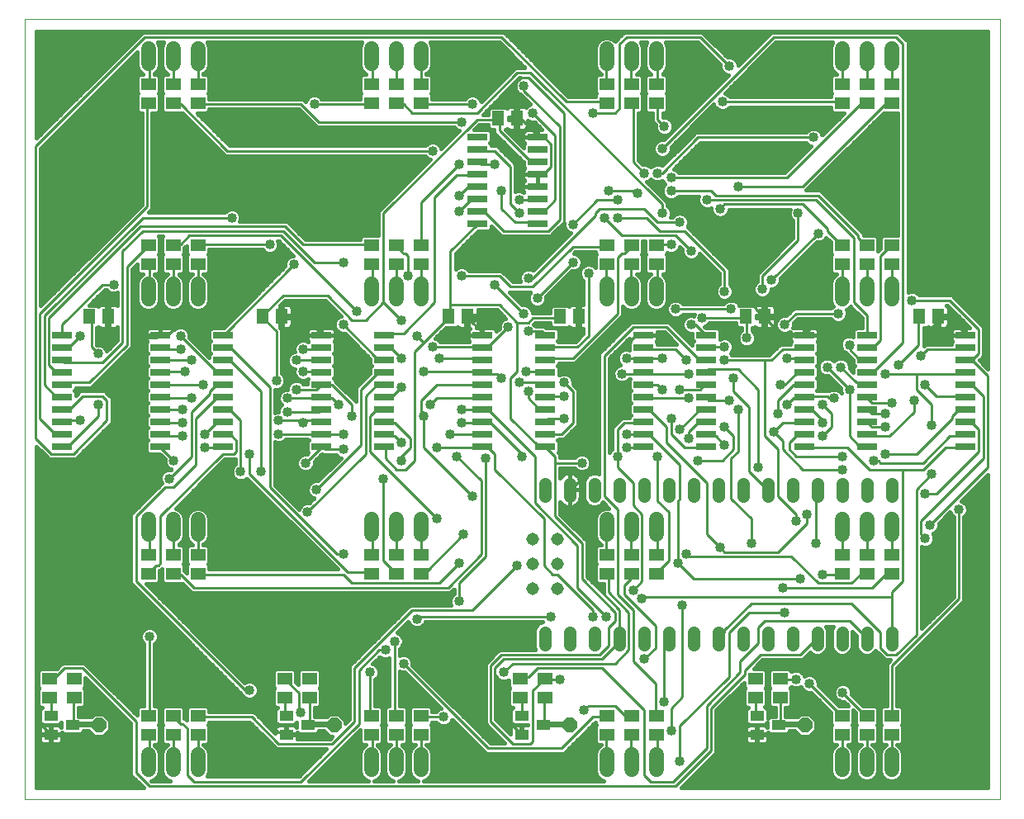
<source format=gtl>
G75*
%MOIN*%
%OFA0B0*%
%FSLAX25Y25*%
%IPPOS*%
%LPD*%
%AMOC8*
5,1,8,0,0,1.08239X$1,22.5*
%
%ADD10C,0.00000*%
%ADD11R,0.08000X0.02600*%
%ADD12R,0.05906X0.05118*%
%ADD13C,0.06000*%
%ADD14C,0.05150*%
%ADD15C,0.05150*%
%ADD16OC8,0.06000*%
%ADD17R,0.05512X0.03937*%
%ADD18R,0.05118X0.05906*%
%ADD19C,0.01000*%
%ADD20C,0.04000*%
%ADD21C,0.01600*%
%ADD22R,0.03962X0.03962*%
%ADD23C,0.02400*%
D10*
X0001800Y0001800D02*
X0001800Y0316761D01*
X0395501Y0316761D01*
X0395501Y0001800D01*
X0001800Y0001800D01*
D11*
X0017000Y0144300D03*
X0017000Y0149300D03*
X0017000Y0154300D03*
X0017000Y0159300D03*
X0017000Y0164300D03*
X0017000Y0169300D03*
X0017000Y0174300D03*
X0017000Y0179300D03*
X0017000Y0184300D03*
X0017000Y0189300D03*
X0056600Y0189300D03*
X0056600Y0184300D03*
X0056600Y0179300D03*
X0056600Y0174300D03*
X0056600Y0169300D03*
X0056600Y0164300D03*
X0056600Y0159300D03*
X0056600Y0154300D03*
X0056600Y0149300D03*
X0056600Y0144300D03*
X0082000Y0144300D03*
X0082000Y0149300D03*
X0082000Y0154300D03*
X0082000Y0159300D03*
X0082000Y0164300D03*
X0082000Y0169300D03*
X0082000Y0174300D03*
X0082000Y0179300D03*
X0082000Y0184300D03*
X0082000Y0189300D03*
X0121600Y0189300D03*
X0121600Y0184300D03*
X0121600Y0179300D03*
X0121600Y0174300D03*
X0121600Y0169300D03*
X0121600Y0164300D03*
X0121600Y0159300D03*
X0121600Y0154300D03*
X0121600Y0149300D03*
X0121600Y0144300D03*
X0147000Y0144300D03*
X0147000Y0149300D03*
X0147000Y0154300D03*
X0147000Y0159300D03*
X0147000Y0164300D03*
X0147000Y0169300D03*
X0147000Y0174300D03*
X0147000Y0179300D03*
X0147000Y0184300D03*
X0147000Y0189300D03*
X0186600Y0189300D03*
X0186600Y0184300D03*
X0186600Y0179300D03*
X0186600Y0174300D03*
X0186600Y0169300D03*
X0186600Y0164300D03*
X0186600Y0159300D03*
X0186600Y0154300D03*
X0186600Y0149300D03*
X0186600Y0144300D03*
X0212000Y0144300D03*
X0212000Y0149300D03*
X0212000Y0154300D03*
X0212000Y0159300D03*
X0212000Y0164300D03*
X0212000Y0169300D03*
X0212000Y0174300D03*
X0212000Y0179300D03*
X0212000Y0184300D03*
X0212000Y0189300D03*
X0251600Y0189300D03*
X0251600Y0184300D03*
X0251600Y0179300D03*
X0251600Y0174300D03*
X0251600Y0169300D03*
X0251600Y0164300D03*
X0251600Y0159300D03*
X0251600Y0154300D03*
X0251600Y0149300D03*
X0251600Y0144300D03*
X0277000Y0144300D03*
X0277000Y0149300D03*
X0277000Y0154300D03*
X0277000Y0159300D03*
X0277000Y0164300D03*
X0277000Y0169300D03*
X0277000Y0174300D03*
X0277000Y0179300D03*
X0277000Y0184300D03*
X0277000Y0189300D03*
X0316600Y0189300D03*
X0316600Y0184300D03*
X0316600Y0179300D03*
X0316600Y0174300D03*
X0316600Y0169300D03*
X0316600Y0164300D03*
X0316600Y0159300D03*
X0316600Y0154300D03*
X0316600Y0149300D03*
X0316600Y0144300D03*
X0342000Y0144300D03*
X0342000Y0149300D03*
X0342000Y0154300D03*
X0342000Y0159300D03*
X0342000Y0164300D03*
X0342000Y0169300D03*
X0342000Y0174300D03*
X0342000Y0179300D03*
X0342000Y0184300D03*
X0342000Y0189300D03*
X0381600Y0189300D03*
X0381600Y0184300D03*
X0381600Y0179300D03*
X0381600Y0174300D03*
X0381600Y0169300D03*
X0381600Y0164300D03*
X0381600Y0159300D03*
X0381600Y0154300D03*
X0381600Y0149300D03*
X0381600Y0144300D03*
X0208900Y0234300D03*
X0208900Y0239300D03*
X0208900Y0244300D03*
X0208900Y0249300D03*
X0208900Y0254300D03*
X0208900Y0259300D03*
X0208900Y0264300D03*
X0208900Y0269300D03*
X0184700Y0269300D03*
X0184700Y0264300D03*
X0184700Y0259300D03*
X0184700Y0254300D03*
X0184700Y0249300D03*
X0184700Y0244300D03*
X0184700Y0239300D03*
X0184700Y0234300D03*
D12*
X0161800Y0225540D03*
X0161800Y0218060D03*
X0151800Y0218060D03*
X0151800Y0225540D03*
X0141800Y0225540D03*
X0141800Y0218060D03*
X0071800Y0218060D03*
X0071800Y0225540D03*
X0061800Y0225540D03*
X0061800Y0218060D03*
X0051800Y0218060D03*
X0051800Y0225540D03*
X0051800Y0283060D03*
X0051800Y0290540D03*
X0061800Y0290540D03*
X0061800Y0283060D03*
X0071800Y0283060D03*
X0071800Y0290540D03*
X0141800Y0290540D03*
X0141800Y0283060D03*
X0151800Y0283060D03*
X0161800Y0283060D03*
X0161800Y0290540D03*
X0151800Y0290540D03*
X0236800Y0290540D03*
X0246800Y0290540D03*
X0246800Y0283060D03*
X0236800Y0283060D03*
X0256800Y0283060D03*
X0256800Y0290540D03*
X0331800Y0290540D03*
X0341800Y0290540D03*
X0341800Y0283060D03*
X0331800Y0283060D03*
X0351800Y0283060D03*
X0351800Y0290540D03*
X0351800Y0225540D03*
X0351800Y0218060D03*
X0341800Y0218060D03*
X0341800Y0225540D03*
X0331800Y0225540D03*
X0331800Y0218060D03*
X0256800Y0218060D03*
X0256800Y0225540D03*
X0246800Y0225540D03*
X0246800Y0218060D03*
X0236800Y0218060D03*
X0236800Y0225540D03*
X0236800Y0100540D03*
X0236800Y0093060D03*
X0246800Y0093060D03*
X0246800Y0100540D03*
X0256800Y0100540D03*
X0256800Y0093060D03*
X0296800Y0050540D03*
X0296800Y0043060D03*
X0306800Y0043060D03*
X0306800Y0050540D03*
X0331800Y0035540D03*
X0341800Y0035540D03*
X0341800Y0028060D03*
X0331800Y0028060D03*
X0351800Y0028060D03*
X0351800Y0035540D03*
X0351800Y0093060D03*
X0351800Y0100540D03*
X0341800Y0100540D03*
X0341800Y0093060D03*
X0331800Y0093060D03*
X0331800Y0100540D03*
X0256800Y0035540D03*
X0256800Y0028060D03*
X0246800Y0028060D03*
X0236800Y0028060D03*
X0236800Y0035540D03*
X0246800Y0035540D03*
X0211800Y0043060D03*
X0211800Y0050540D03*
X0201800Y0050540D03*
X0201800Y0043060D03*
X0161800Y0035540D03*
X0151800Y0035540D03*
X0151800Y0028060D03*
X0161800Y0028060D03*
X0141800Y0028060D03*
X0141800Y0035540D03*
X0116800Y0043060D03*
X0116800Y0050540D03*
X0106800Y0050540D03*
X0106800Y0043060D03*
X0071800Y0035540D03*
X0071800Y0028060D03*
X0061800Y0028060D03*
X0061800Y0035540D03*
X0051800Y0035540D03*
X0051800Y0028060D03*
X0021800Y0043060D03*
X0021800Y0050540D03*
X0011800Y0050540D03*
X0011800Y0043060D03*
X0051800Y0093060D03*
X0051800Y0100540D03*
X0061800Y0100540D03*
X0061800Y0093060D03*
X0071800Y0093060D03*
X0071800Y0100540D03*
X0141800Y0100540D03*
X0141800Y0093060D03*
X0151800Y0093060D03*
X0151800Y0100540D03*
X0161800Y0100540D03*
X0161800Y0093060D03*
D13*
X0161800Y0108800D02*
X0161800Y0114800D01*
X0151800Y0114800D02*
X0151800Y0108800D01*
X0141800Y0108800D02*
X0141800Y0114800D01*
X0071800Y0114800D02*
X0071800Y0108800D01*
X0061800Y0108800D02*
X0061800Y0114800D01*
X0051800Y0114800D02*
X0051800Y0108800D01*
X0051800Y0019800D02*
X0051800Y0013800D01*
X0061800Y0013800D02*
X0061800Y0019800D01*
X0071800Y0019800D02*
X0071800Y0013800D01*
X0141800Y0013800D02*
X0141800Y0019800D01*
X0151800Y0019800D02*
X0151800Y0013800D01*
X0161800Y0013800D02*
X0161800Y0019800D01*
X0236800Y0019800D02*
X0236800Y0013800D01*
X0246800Y0013800D02*
X0246800Y0019800D01*
X0256800Y0019800D02*
X0256800Y0013800D01*
X0331800Y0013800D02*
X0331800Y0019800D01*
X0341800Y0019800D02*
X0341800Y0013800D01*
X0351800Y0013800D02*
X0351800Y0019800D01*
X0351800Y0108800D02*
X0351800Y0114800D01*
X0341800Y0114800D02*
X0341800Y0108800D01*
X0331800Y0108800D02*
X0331800Y0114800D01*
X0256800Y0114800D02*
X0256800Y0108800D01*
X0246800Y0108800D02*
X0246800Y0114800D01*
X0236800Y0114800D02*
X0236800Y0108800D01*
X0236800Y0203800D02*
X0236800Y0209800D01*
X0246800Y0209800D02*
X0246800Y0203800D01*
X0256800Y0203800D02*
X0256800Y0209800D01*
X0331800Y0209800D02*
X0331800Y0203800D01*
X0341800Y0203800D02*
X0341800Y0209800D01*
X0351800Y0209800D02*
X0351800Y0203800D01*
X0351800Y0298800D02*
X0351800Y0304800D01*
X0341800Y0304800D02*
X0341800Y0298800D01*
X0331800Y0298800D02*
X0331800Y0304800D01*
X0256800Y0304800D02*
X0256800Y0298800D01*
X0246800Y0298800D02*
X0246800Y0304800D01*
X0236800Y0304800D02*
X0236800Y0298800D01*
X0161800Y0298800D02*
X0161800Y0304800D01*
X0151800Y0304800D02*
X0151800Y0298800D01*
X0141800Y0298800D02*
X0141800Y0304800D01*
X0071800Y0304800D02*
X0071800Y0298800D01*
X0061800Y0298800D02*
X0061800Y0304800D01*
X0051800Y0304800D02*
X0051800Y0298800D01*
X0051800Y0209800D02*
X0051800Y0203800D01*
X0061800Y0203800D02*
X0061800Y0209800D01*
X0071800Y0209800D02*
X0071800Y0203800D01*
X0141800Y0203800D02*
X0141800Y0209800D01*
X0151800Y0209800D02*
X0151800Y0203800D01*
X0161800Y0203800D02*
X0161800Y0209800D01*
D14*
X0211800Y0129375D02*
X0211800Y0124225D01*
X0221800Y0124225D02*
X0221800Y0129375D01*
X0231800Y0129375D02*
X0231800Y0124225D01*
X0241800Y0124225D02*
X0241800Y0129375D01*
X0251800Y0129375D02*
X0251800Y0124225D01*
X0261800Y0124225D02*
X0261800Y0129375D01*
X0271800Y0129375D02*
X0271800Y0124225D01*
X0281800Y0124225D02*
X0281800Y0129375D01*
X0291800Y0129375D02*
X0291800Y0124225D01*
X0301800Y0124225D02*
X0301800Y0129375D01*
X0311800Y0129375D02*
X0311800Y0124225D01*
X0321800Y0124225D02*
X0321800Y0129375D01*
X0331800Y0129375D02*
X0331800Y0124225D01*
X0341800Y0124225D02*
X0341800Y0129375D01*
X0351800Y0129375D02*
X0351800Y0124225D01*
X0351800Y0069375D02*
X0351800Y0064225D01*
X0341800Y0064225D02*
X0341800Y0069375D01*
X0331800Y0069375D02*
X0331800Y0064225D01*
X0321800Y0064225D02*
X0321800Y0069375D01*
X0311800Y0069375D02*
X0311800Y0064225D01*
X0301800Y0064225D02*
X0301800Y0069375D01*
X0291800Y0069375D02*
X0291800Y0064225D01*
X0281800Y0064225D02*
X0281800Y0069375D01*
X0271800Y0069375D02*
X0271800Y0064225D01*
X0261800Y0064225D02*
X0261800Y0069375D01*
X0251800Y0069375D02*
X0251800Y0064225D01*
X0241800Y0064225D02*
X0241800Y0069375D01*
X0231800Y0069375D02*
X0231800Y0064225D01*
X0221800Y0064225D02*
X0221800Y0069375D01*
X0211800Y0069375D02*
X0211800Y0064225D01*
D15*
X0206800Y0086800D03*
X0206800Y0096800D03*
X0206800Y0106800D03*
X0216800Y0106800D03*
X0216800Y0096800D03*
X0216800Y0086800D03*
D16*
X0221800Y0031800D03*
X0126800Y0031800D03*
X0031800Y0031800D03*
X0316800Y0031800D03*
D17*
X0306131Y0031800D03*
X0297469Y0035540D03*
X0297469Y0028060D03*
X0211131Y0031800D03*
X0202469Y0035540D03*
X0202469Y0028060D03*
X0116131Y0031800D03*
X0107469Y0028060D03*
X0107469Y0035540D03*
X0021131Y0031800D03*
X0012469Y0035540D03*
X0012469Y0028060D03*
D18*
X0028060Y0196800D03*
X0035540Y0196800D03*
X0098060Y0196800D03*
X0105540Y0196800D03*
X0173060Y0196800D03*
X0180540Y0196800D03*
X0218060Y0196800D03*
X0225540Y0196800D03*
X0293060Y0196800D03*
X0300540Y0196800D03*
X0363060Y0196800D03*
X0370540Y0196800D03*
X0200540Y0276800D03*
X0193060Y0276800D03*
D19*
X0193500Y0276300D01*
X0193500Y0271800D01*
X0205200Y0260100D01*
X0208800Y0260100D01*
X0208900Y0259300D01*
X0211500Y0254700D02*
X0214200Y0257400D01*
X0214200Y0266400D01*
X0211500Y0269100D01*
X0209700Y0269100D01*
X0208900Y0269300D01*
X0208800Y0270000D01*
X0202500Y0276300D01*
X0200700Y0276300D01*
X0200540Y0276800D01*
X0199800Y0277200D01*
X0199800Y0291600D01*
X0201600Y0293400D01*
X0205200Y0293400D01*
X0219600Y0279000D01*
X0219600Y0230400D01*
X0207000Y0217800D01*
X0207000Y0212400D02*
X0232200Y0237600D01*
X0232200Y0238500D01*
X0234000Y0240300D01*
X0252000Y0240300D01*
X0257400Y0234900D01*
X0266400Y0234900D01*
X0268200Y0231300D02*
X0284400Y0215100D01*
X0284400Y0207000D01*
X0287100Y0199800D02*
X0264600Y0199800D01*
X0262800Y0203400D02*
X0253800Y0194400D01*
X0246600Y0194400D01*
X0230400Y0178200D01*
X0230400Y0170100D01*
X0230400Y0135000D01*
X0222300Y0126900D01*
X0221800Y0126800D01*
X0222300Y0126000D01*
X0222300Y0112500D01*
X0232200Y0102600D01*
X0232200Y0088200D01*
X0242100Y0078300D01*
X0242100Y0067500D01*
X0241800Y0066800D01*
X0241200Y0066600D01*
X0241200Y0064800D01*
X0234900Y0058500D01*
X0195300Y0058500D01*
X0191700Y0054900D01*
X0191700Y0038700D01*
X0193500Y0036900D01*
X0195300Y0038700D01*
X0193500Y0036900D02*
X0201600Y0028800D01*
X0202469Y0028060D01*
X0198900Y0024300D02*
X0189900Y0033300D01*
X0189900Y0055800D01*
X0194400Y0060300D01*
X0234000Y0060300D01*
X0237600Y0063900D01*
X0237600Y0071100D01*
X0240300Y0073800D01*
X0240300Y0077400D01*
X0226800Y0090900D01*
X0226800Y0105300D01*
X0216000Y0116100D01*
X0216000Y0137700D01*
X0226800Y0137700D01*
X0216000Y0137700D02*
X0216000Y0140400D01*
X0212400Y0144000D01*
X0212000Y0144300D01*
X0211500Y0144900D01*
X0208800Y0144900D01*
X0198000Y0155700D01*
X0198000Y0171900D01*
X0200700Y0174600D01*
X0200700Y0194400D01*
X0193500Y0201600D01*
X0173700Y0201600D01*
X0173700Y0197100D01*
X0173060Y0196800D01*
X0172800Y0196200D01*
X0162900Y0186300D01*
X0160200Y0189000D01*
X0162900Y0186300D02*
X0159300Y0182700D01*
X0159300Y0138600D01*
X0155700Y0135000D01*
X0152100Y0135000D01*
X0147600Y0139500D01*
X0147600Y0144000D01*
X0147000Y0144300D01*
X0147600Y0148500D02*
X0147000Y0149300D01*
X0147600Y0148500D02*
X0151200Y0148500D01*
X0153900Y0145800D01*
X0157500Y0144000D02*
X0153900Y0140400D01*
X0153900Y0138600D01*
X0157500Y0144000D02*
X0157500Y0147600D01*
X0151200Y0153900D01*
X0147600Y0153900D01*
X0147000Y0154300D01*
X0144000Y0159300D02*
X0141300Y0156600D01*
X0141300Y0142200D01*
X0168300Y0115200D01*
X0162000Y0111600D02*
X0161800Y0111800D01*
X0162000Y0111600D02*
X0162000Y0100800D01*
X0161800Y0100540D01*
X0162000Y0093600D02*
X0161800Y0093060D01*
X0162000Y0093600D02*
X0163800Y0093600D01*
X0179100Y0108900D01*
X0186300Y0100800D02*
X0186300Y0130500D01*
X0176400Y0140400D01*
X0168300Y0144000D02*
X0186300Y0144000D01*
X0186600Y0144300D01*
X0187200Y0144000D01*
X0189000Y0144000D01*
X0191700Y0141300D01*
X0191700Y0135000D01*
X0211500Y0115200D01*
X0211500Y0096300D01*
X0215100Y0092700D01*
X0216900Y0092700D01*
X0231300Y0078300D01*
X0231300Y0075600D01*
X0236700Y0075600D02*
X0225000Y0087300D01*
X0225000Y0104400D01*
X0207900Y0121500D01*
X0207900Y0140400D01*
X0189000Y0159300D01*
X0186600Y0159300D01*
X0178200Y0159300D01*
X0178200Y0153900D02*
X0186300Y0153900D01*
X0186600Y0154300D01*
X0187200Y0153900D01*
X0189900Y0153900D01*
X0202500Y0141300D01*
X0202500Y0140400D01*
X0212000Y0149300D02*
X0212400Y0149400D01*
X0218700Y0149400D01*
X0223200Y0153900D01*
X0223200Y0166500D01*
X0219600Y0170100D01*
X0219600Y0164700D02*
X0212400Y0164700D01*
X0212000Y0164300D01*
X0212000Y0159300D02*
X0209700Y0159300D01*
X0205200Y0163800D01*
X0205200Y0166500D01*
X0201600Y0170100D02*
X0211500Y0170100D01*
X0212000Y0169300D01*
X0212000Y0174300D02*
X0211500Y0174600D01*
X0204300Y0174600D01*
X0212000Y0179300D02*
X0212400Y0180000D01*
X0223200Y0180000D01*
X0241200Y0198000D01*
X0241200Y0220500D01*
X0243000Y0222300D01*
X0243900Y0222300D01*
X0246600Y0225000D01*
X0246800Y0225540D01*
X0243000Y0229500D02*
X0264600Y0229500D01*
X0270900Y0223200D01*
X0268200Y0231300D02*
X0258300Y0231300D01*
X0252900Y0236700D01*
X0241200Y0236700D01*
X0235800Y0236700D02*
X0243000Y0229500D01*
X0236800Y0225540D02*
X0236700Y0225000D01*
X0223200Y0225000D01*
X0207000Y0208800D01*
X0198000Y0208800D01*
X0193500Y0213300D01*
X0178200Y0213300D01*
X0173700Y0223200D02*
X0173700Y0201600D01*
X0167400Y0202500D02*
X0167400Y0244800D01*
X0176400Y0253800D01*
X0184500Y0253800D01*
X0184700Y0254300D01*
X0184700Y0249300D02*
X0180900Y0249300D01*
X0177300Y0245700D01*
X0181800Y0243900D02*
X0184500Y0243900D01*
X0184700Y0244300D01*
X0181800Y0243900D02*
X0177300Y0239400D01*
X0184700Y0239300D02*
X0185400Y0238500D01*
X0188100Y0238500D01*
X0195300Y0231300D01*
X0213300Y0231300D01*
X0217800Y0235800D01*
X0217800Y0273600D01*
X0203400Y0288000D01*
X0203400Y0289800D01*
X0206100Y0295200D02*
X0200700Y0295200D01*
X0184500Y0279000D01*
X0158400Y0279000D01*
X0154800Y0282600D01*
X0152100Y0282600D01*
X0151800Y0283060D01*
X0161800Y0283060D02*
X0162000Y0282600D01*
X0182700Y0282600D01*
X0184500Y0276300D02*
X0192600Y0276300D01*
X0193060Y0276800D01*
X0184500Y0276300D02*
X0146700Y0238500D01*
X0146700Y0202500D01*
X0153900Y0195300D01*
X0154800Y0189900D02*
X0147600Y0189900D01*
X0147000Y0189300D01*
X0147000Y0184300D02*
X0147600Y0183600D01*
X0150300Y0183600D01*
X0153900Y0180000D01*
X0147000Y0179300D02*
X0146700Y0180000D01*
X0144000Y0180000D01*
X0130500Y0193500D01*
X0134100Y0195300D02*
X0139500Y0195300D01*
X0146700Y0202500D01*
X0142200Y0207000D02*
X0141800Y0206800D01*
X0142200Y0207000D02*
X0142200Y0217800D01*
X0141800Y0218060D01*
X0141800Y0225540D02*
X0141300Y0225900D01*
X0114300Y0225900D01*
X0107100Y0233100D01*
X0048600Y0233100D01*
X0011700Y0196200D01*
X0011700Y0177300D01*
X0014400Y0174600D01*
X0016200Y0174600D01*
X0017000Y0174300D01*
X0018000Y0178200D02*
X0017100Y0179100D01*
X0017000Y0179300D01*
X0018000Y0178200D02*
X0033300Y0178200D01*
X0041400Y0186300D01*
X0041400Y0223200D01*
X0049500Y0231300D01*
X0106200Y0231300D01*
X0118800Y0218700D01*
X0130500Y0218700D01*
X0124200Y0205200D02*
X0134100Y0195300D01*
X0135900Y0198900D02*
X0105300Y0229500D01*
X0068400Y0229500D01*
X0064800Y0225900D01*
X0062100Y0225900D01*
X0061800Y0225540D01*
X0061800Y0218060D02*
X0062100Y0217800D01*
X0062100Y0207000D01*
X0061800Y0206800D01*
X0052200Y0207000D02*
X0051800Y0206800D01*
X0052200Y0207000D02*
X0052200Y0217800D01*
X0051800Y0218060D01*
X0051300Y0225000D02*
X0051800Y0225540D01*
X0051300Y0225000D02*
X0043200Y0216900D01*
X0043200Y0185400D01*
X0027900Y0170100D01*
X0017100Y0170100D01*
X0017000Y0169300D01*
X0016200Y0164700D02*
X0014400Y0164700D01*
X0009900Y0169200D01*
X0009900Y0197100D01*
X0049500Y0236700D01*
X0085500Y0236700D01*
X0072000Y0225900D02*
X0071800Y0225540D01*
X0072000Y0225900D02*
X0100800Y0225900D01*
X0110700Y0217800D02*
X0082800Y0189900D01*
X0082000Y0189300D01*
X0082000Y0184300D02*
X0082800Y0183600D01*
X0085500Y0183600D01*
X0100800Y0168300D01*
X0100800Y0127800D01*
X0127800Y0100800D01*
X0130500Y0100800D01*
X0132300Y0093600D02*
X0092700Y0133200D01*
X0092700Y0141300D01*
X0087300Y0142200D02*
X0087300Y0146700D01*
X0085500Y0148500D01*
X0082800Y0148500D01*
X0082000Y0149300D01*
X0082000Y0144300D02*
X0081900Y0144000D01*
X0074700Y0144000D01*
X0074700Y0149400D02*
X0079200Y0153900D01*
X0081900Y0153900D01*
X0082000Y0154300D01*
X0082000Y0159300D02*
X0084600Y0159300D01*
X0089100Y0154800D01*
X0089100Y0134100D01*
X0086400Y0141300D02*
X0081900Y0141300D01*
X0056700Y0116100D01*
X0056700Y0097200D01*
X0055800Y0096300D01*
X0054900Y0096300D01*
X0052200Y0093600D01*
X0051800Y0093060D01*
X0046800Y0090000D02*
X0046800Y0116100D01*
X0058500Y0127800D01*
X0062100Y0127800D01*
X0071100Y0136800D01*
X0071100Y0155700D01*
X0079200Y0163800D01*
X0081900Y0163800D01*
X0082000Y0164300D01*
X0079200Y0169200D02*
X0076500Y0166500D01*
X0076500Y0165600D01*
X0069300Y0158400D01*
X0069300Y0140400D01*
X0060300Y0131400D01*
X0062100Y0138600D02*
X0056700Y0144000D01*
X0056600Y0144300D01*
X0056700Y0148500D02*
X0056600Y0149300D01*
X0056700Y0148500D02*
X0065700Y0148500D01*
X0065700Y0153900D02*
X0056700Y0153900D01*
X0056600Y0154300D01*
X0056600Y0159300D02*
X0065700Y0159300D01*
X0069300Y0163800D02*
X0056700Y0163800D01*
X0056600Y0164300D01*
X0056700Y0169200D02*
X0056600Y0169300D01*
X0056700Y0169200D02*
X0073800Y0169200D01*
X0079200Y0169200D02*
X0081900Y0169200D01*
X0082000Y0169300D01*
X0082000Y0174300D02*
X0081900Y0174600D01*
X0079200Y0174600D01*
X0064800Y0189000D01*
X0060300Y0189900D02*
X0069300Y0198900D01*
X0086400Y0198900D01*
X0098100Y0197100D02*
X0098060Y0196800D01*
X0098100Y0196200D01*
X0103500Y0190800D01*
X0103500Y0171000D01*
X0097200Y0166500D02*
X0084600Y0179100D01*
X0082800Y0179100D01*
X0082000Y0179300D01*
X0069300Y0179100D02*
X0056700Y0179100D01*
X0056600Y0179300D01*
X0056700Y0183600D02*
X0056600Y0184300D01*
X0056700Y0183600D02*
X0064800Y0183600D01*
X0060300Y0189900D02*
X0056700Y0189900D01*
X0056600Y0189300D01*
X0055800Y0189000D01*
X0054900Y0188100D01*
X0049500Y0188100D01*
X0049500Y0121500D01*
X0045000Y0117000D01*
X0045000Y0071100D01*
X0024300Y0071100D01*
X0007200Y0054000D01*
X0007200Y0033300D01*
X0011700Y0028800D01*
X0012469Y0028060D01*
X0021131Y0031800D02*
X0021600Y0032400D01*
X0021600Y0042300D01*
X0021800Y0043060D01*
X0012600Y0042300D02*
X0012600Y0036000D01*
X0012469Y0035540D01*
X0012600Y0042300D02*
X0011800Y0043060D01*
X0011800Y0050540D02*
X0012600Y0051300D01*
X0014400Y0051300D01*
X0018000Y0054900D01*
X0025200Y0054900D01*
X0046800Y0033300D01*
X0046800Y0012600D01*
X0052200Y0007200D01*
X0264600Y0007200D01*
X0279000Y0021600D01*
X0279000Y0038700D01*
X0292500Y0052200D01*
X0292500Y0054000D01*
X0298800Y0060300D01*
X0315000Y0060300D01*
X0321300Y0066600D01*
X0321800Y0066800D01*
X0334800Y0073800D02*
X0341800Y0066800D01*
X0347400Y0069300D02*
X0347400Y0063000D01*
X0350100Y0060300D01*
X0353700Y0060300D01*
X0361800Y0068400D01*
X0361800Y0126900D01*
X0368100Y0133200D01*
X0364500Y0135000D02*
X0373500Y0144000D01*
X0381600Y0144000D01*
X0381600Y0144300D01*
X0381600Y0148500D02*
X0375300Y0148500D01*
X0364500Y0137700D01*
X0347400Y0137700D01*
X0346500Y0138600D01*
X0344700Y0138600D01*
X0342900Y0135000D02*
X0356400Y0135000D01*
X0356400Y0090000D01*
X0351900Y0085500D01*
X0351900Y0083700D01*
X0252000Y0083700D01*
X0251100Y0082800D01*
X0247500Y0078300D02*
X0241200Y0084600D01*
X0241200Y0118800D01*
X0235800Y0124200D01*
X0235800Y0180900D01*
X0247500Y0192600D01*
X0261000Y0192600D01*
X0273600Y0180000D01*
X0276300Y0180000D01*
X0277000Y0179300D01*
X0278100Y0175500D02*
X0277200Y0174600D01*
X0277000Y0174300D01*
X0278100Y0175500D02*
X0289800Y0175500D01*
X0297900Y0167400D01*
X0297900Y0135900D01*
X0294300Y0134100D02*
X0301500Y0126900D01*
X0301800Y0126800D01*
X0306000Y0124200D02*
X0306000Y0143100D01*
X0300600Y0148500D01*
X0300600Y0179100D01*
X0284400Y0179100D01*
X0284400Y0184500D02*
X0277200Y0184500D01*
X0277000Y0184300D01*
X0277000Y0189300D02*
X0276300Y0189900D01*
X0272700Y0193500D01*
X0270900Y0193500D01*
X0275400Y0196200D02*
X0292500Y0196200D01*
X0293060Y0196800D01*
X0293400Y0196200D01*
X0293400Y0188100D01*
X0300600Y0196200D02*
X0300540Y0196800D01*
X0299700Y0197100D01*
X0297000Y0199800D01*
X0297000Y0200700D01*
X0294300Y0203400D01*
X0262800Y0203400D01*
X0257400Y0207000D02*
X0256800Y0206800D01*
X0257400Y0207000D02*
X0257400Y0217800D01*
X0256800Y0218060D01*
X0256800Y0225540D02*
X0257400Y0225900D01*
X0262800Y0225900D01*
X0259200Y0238500D02*
X0259200Y0242100D01*
X0206100Y0295200D01*
X0194400Y0309600D02*
X0220500Y0283500D01*
X0236700Y0283500D01*
X0236800Y0283060D01*
X0240300Y0279000D02*
X0231300Y0279000D01*
X0240300Y0279000D02*
X0242100Y0280800D01*
X0242100Y0306900D01*
X0244800Y0309600D01*
X0274500Y0309600D01*
X0286200Y0297900D01*
X0283500Y0283500D02*
X0331200Y0283500D01*
X0331800Y0283060D01*
X0339300Y0282600D02*
X0309600Y0252900D01*
X0262800Y0252900D01*
X0259200Y0254700D02*
X0273600Y0269100D01*
X0320400Y0269100D01*
X0339300Y0282600D02*
X0341100Y0282600D01*
X0341800Y0283060D01*
X0349200Y0282600D02*
X0315900Y0249300D01*
X0289800Y0249300D01*
X0280800Y0245700D02*
X0279000Y0247500D01*
X0262800Y0247500D01*
X0259200Y0254700D02*
X0257400Y0254700D01*
X0252000Y0254700D02*
X0247500Y0259200D01*
X0247500Y0282600D01*
X0246800Y0283060D01*
X0246800Y0290540D02*
X0246600Y0290700D01*
X0246600Y0301500D01*
X0246800Y0301800D01*
X0236800Y0301800D02*
X0236700Y0301500D01*
X0236700Y0290700D01*
X0236800Y0290540D01*
X0256800Y0290540D02*
X0257400Y0290700D01*
X0257400Y0301500D01*
X0256800Y0301800D01*
X0256800Y0283060D02*
X0257400Y0282600D01*
X0257400Y0276300D01*
X0260100Y0273600D01*
X0259200Y0264600D02*
X0304200Y0309600D01*
X0353700Y0309600D01*
X0356400Y0306900D01*
X0356400Y0186300D01*
X0344700Y0174600D01*
X0342000Y0174600D01*
X0342000Y0174300D01*
X0342000Y0170100D02*
X0337500Y0170100D01*
X0331200Y0176400D01*
X0338400Y0180000D02*
X0342000Y0180000D01*
X0342000Y0179300D01*
X0338400Y0180000D02*
X0334800Y0183600D01*
X0334800Y0185400D01*
X0335700Y0192600D02*
X0319500Y0192600D01*
X0316800Y0189900D01*
X0316600Y0189300D01*
X0315900Y0189900D01*
X0306900Y0189900D01*
X0300600Y0196200D01*
X0308700Y0193500D02*
X0313200Y0198000D01*
X0330300Y0198000D01*
X0336600Y0202500D02*
X0336600Y0228600D01*
X0321300Y0243900D01*
X0277200Y0243900D01*
X0280800Y0245700D02*
X0322200Y0245700D01*
X0338400Y0229500D01*
X0338400Y0228600D01*
X0341100Y0225900D01*
X0341800Y0225540D01*
X0347400Y0221400D02*
X0347400Y0187200D01*
X0344700Y0184500D01*
X0342000Y0184500D01*
X0342000Y0184300D01*
X0342000Y0189300D02*
X0342000Y0197100D01*
X0336600Y0202500D01*
X0332100Y0207000D02*
X0331800Y0206800D01*
X0332100Y0207000D02*
X0332100Y0217800D01*
X0331800Y0218060D01*
X0331800Y0225540D02*
X0331200Y0225900D01*
X0325800Y0231300D01*
X0325800Y0232200D01*
X0315900Y0242100D01*
X0284400Y0242100D01*
X0282600Y0240300D01*
X0314100Y0238500D02*
X0314100Y0227700D01*
X0299700Y0213300D01*
X0299700Y0207900D01*
X0303300Y0211500D02*
X0322200Y0230400D01*
X0341800Y0218060D02*
X0342000Y0217800D01*
X0342000Y0207000D01*
X0341800Y0206800D01*
X0351800Y0206800D02*
X0351900Y0207000D01*
X0351900Y0217800D01*
X0351800Y0218060D01*
X0347400Y0221400D02*
X0351000Y0225000D01*
X0351800Y0225540D01*
X0360000Y0203400D02*
X0375300Y0203400D01*
X0387000Y0191700D01*
X0387000Y0181800D01*
X0384300Y0179100D01*
X0381600Y0179300D01*
X0381600Y0179100D01*
X0384300Y0179100D01*
X0390600Y0172800D01*
X0390600Y0135900D01*
X0367200Y0112500D01*
X0363600Y0114300D02*
X0363600Y0108900D01*
X0365400Y0107100D01*
X0363600Y0114300D02*
X0388800Y0139500D01*
X0388800Y0164700D01*
X0384300Y0169200D01*
X0381600Y0169200D01*
X0381600Y0169300D01*
X0381600Y0173700D02*
X0381600Y0174300D01*
X0381600Y0173700D02*
X0361800Y0173700D01*
X0361800Y0167400D01*
X0368100Y0161100D01*
X0368100Y0153000D01*
X0376200Y0155700D02*
X0376200Y0156600D01*
X0378900Y0159300D01*
X0381600Y0159300D01*
X0381600Y0164300D02*
X0381600Y0164700D01*
X0369900Y0164700D01*
X0365400Y0169200D01*
X0361800Y0173700D02*
X0349200Y0173700D01*
X0354600Y0177300D02*
X0362700Y0185400D01*
X0362700Y0196200D01*
X0363060Y0196800D01*
X0366300Y0190800D02*
X0369900Y0194400D01*
X0369900Y0196200D01*
X0370540Y0196800D01*
X0370800Y0196200D01*
X0375300Y0196200D01*
X0381600Y0189900D01*
X0381600Y0189300D01*
X0381600Y0184300D02*
X0381600Y0183600D01*
X0366300Y0183600D01*
X0363600Y0180900D01*
X0360900Y0162900D02*
X0360900Y0158400D01*
X0351000Y0148500D01*
X0342000Y0148500D01*
X0342000Y0149300D01*
X0343800Y0152100D02*
X0342000Y0153900D01*
X0342000Y0154300D01*
X0343800Y0152100D02*
X0349200Y0152100D01*
X0349200Y0157500D02*
X0343800Y0157500D01*
X0342000Y0159300D01*
X0343800Y0162000D02*
X0342000Y0163800D01*
X0342000Y0164300D01*
X0343800Y0162000D02*
X0351900Y0162000D01*
X0342000Y0169300D02*
X0342000Y0170100D01*
X0334800Y0167400D02*
X0325800Y0176400D01*
X0316600Y0174300D02*
X0315900Y0173700D01*
X0313200Y0173700D01*
X0308700Y0169200D01*
X0306900Y0169200D01*
X0312300Y0169200D02*
X0306000Y0162900D01*
X0306000Y0157500D01*
X0307800Y0153900D02*
X0304200Y0150300D01*
X0307800Y0146700D01*
X0307800Y0143100D01*
X0315900Y0135000D01*
X0332100Y0135000D01*
X0332100Y0140400D02*
X0313200Y0140400D01*
X0310500Y0143100D01*
X0310500Y0145800D01*
X0313200Y0148500D01*
X0315900Y0148500D01*
X0316600Y0149300D01*
X0316600Y0144300D02*
X0316800Y0144000D01*
X0333900Y0144000D01*
X0342900Y0135000D01*
X0349200Y0141300D02*
X0361800Y0141300D01*
X0376200Y0155700D01*
X0381600Y0154300D02*
X0381600Y0153900D01*
X0384300Y0153900D01*
X0387000Y0151200D01*
X0387000Y0142200D01*
X0369900Y0125100D01*
X0365400Y0125100D01*
X0364500Y0135000D02*
X0356400Y0135000D01*
X0342000Y0144300D02*
X0342000Y0144900D01*
X0338400Y0144900D01*
X0334800Y0148500D01*
X0334800Y0167400D01*
X0328500Y0163800D02*
X0326700Y0163800D01*
X0325800Y0164700D01*
X0316800Y0164700D01*
X0316600Y0164300D01*
X0315900Y0163800D01*
X0312300Y0163800D01*
X0309600Y0161100D01*
X0316600Y0159300D02*
X0319500Y0159300D01*
X0324000Y0154800D01*
X0324000Y0153900D01*
X0327600Y0152100D02*
X0327600Y0157500D01*
X0324000Y0161100D01*
X0316600Y0154300D02*
X0315900Y0153900D01*
X0307800Y0153900D01*
X0294300Y0160200D02*
X0294300Y0134100D01*
X0287100Y0139500D02*
X0289800Y0142200D01*
X0289800Y0159300D01*
X0294300Y0160200D02*
X0288000Y0166500D01*
X0288000Y0171900D01*
X0286200Y0162900D02*
X0278100Y0162900D01*
X0277200Y0163800D01*
X0277000Y0164300D01*
X0274500Y0167400D02*
X0276300Y0169200D01*
X0277000Y0169300D01*
X0274500Y0167400D02*
X0266400Y0167400D01*
X0270000Y0163800D02*
X0252000Y0163800D01*
X0251600Y0164300D01*
X0251600Y0159300D02*
X0253800Y0159300D01*
X0261000Y0152100D01*
X0261000Y0145800D01*
X0277200Y0129600D01*
X0277200Y0108900D01*
X0282600Y0103500D01*
X0284400Y0101700D01*
X0306000Y0101700D01*
X0317700Y0113400D01*
X0317700Y0117000D01*
X0313200Y0117000D02*
X0313200Y0114300D01*
X0313200Y0117000D02*
X0306000Y0124200D01*
X0295200Y0115200D02*
X0287100Y0123300D01*
X0287100Y0139500D01*
X0288000Y0143100D02*
X0288000Y0148500D01*
X0284400Y0152100D01*
X0280800Y0148500D02*
X0277200Y0148500D01*
X0277000Y0149300D01*
X0280800Y0148500D02*
X0284400Y0144900D01*
X0288000Y0143100D02*
X0283500Y0138600D01*
X0273600Y0138600D01*
X0276300Y0144000D02*
X0268200Y0144000D01*
X0262800Y0149400D01*
X0262800Y0155700D01*
X0266400Y0151200D02*
X0274500Y0159300D01*
X0277000Y0159300D01*
X0277000Y0154300D02*
X0276300Y0153900D01*
X0273600Y0153900D01*
X0270000Y0150300D01*
X0270000Y0147600D01*
X0276300Y0144000D02*
X0277000Y0144300D01*
X0266400Y0136800D02*
X0254700Y0148500D01*
X0252000Y0148500D01*
X0251600Y0149300D01*
X0251100Y0149400D01*
X0244800Y0149400D01*
X0241200Y0151200D02*
X0241200Y0140400D01*
X0241200Y0135900D01*
X0247500Y0129600D01*
X0247500Y0120600D01*
X0251100Y0117000D01*
X0251100Y0090000D01*
X0247500Y0086400D01*
X0243900Y0084600D02*
X0256500Y0072000D01*
X0256500Y0063000D01*
X0252000Y0058500D01*
X0247500Y0057600D02*
X0247500Y0078300D01*
X0245700Y0077400D02*
X0245700Y0062100D01*
X0240300Y0056700D01*
X0198900Y0056700D01*
X0195300Y0053100D01*
X0201800Y0050540D02*
X0202500Y0051300D01*
X0205200Y0051300D01*
X0208800Y0054900D01*
X0234900Y0054900D01*
X0252000Y0037800D01*
X0252000Y0011700D01*
X0254700Y0009000D01*
X0263700Y0009000D01*
X0277200Y0022500D01*
X0277200Y0039600D01*
X0290700Y0053100D01*
X0290700Y0057600D01*
X0297900Y0064800D01*
X0297900Y0071100D01*
X0300600Y0073800D01*
X0334800Y0073800D01*
X0335700Y0081000D02*
X0347400Y0069300D01*
X0351900Y0067500D02*
X0351800Y0066800D01*
X0351900Y0067500D02*
X0351900Y0083700D01*
X0343800Y0087300D02*
X0307800Y0087300D01*
X0315000Y0090900D02*
X0271800Y0090900D01*
X0265500Y0097200D01*
X0265500Y0122400D01*
X0266400Y0123300D01*
X0266400Y0136800D01*
X0257400Y0140400D02*
X0257400Y0122400D01*
X0261900Y0117900D01*
X0261900Y0098100D01*
X0257400Y0093600D01*
X0256800Y0093060D01*
X0256800Y0100540D02*
X0257400Y0100800D01*
X0257400Y0111600D01*
X0256800Y0111800D01*
X0246800Y0111800D02*
X0246600Y0111600D01*
X0246600Y0100800D01*
X0246800Y0100540D01*
X0246800Y0093060D02*
X0246600Y0092700D01*
X0246600Y0090900D01*
X0243900Y0088200D01*
X0243900Y0084600D01*
X0237600Y0085500D02*
X0245700Y0077400D01*
X0237600Y0085500D02*
X0237600Y0092700D01*
X0236800Y0093060D01*
X0236800Y0100540D02*
X0236700Y0100800D01*
X0236700Y0111600D01*
X0236800Y0111800D01*
X0269100Y0100800D02*
X0270000Y0099900D01*
X0311400Y0099900D01*
X0322200Y0089100D01*
X0335700Y0089100D01*
X0339300Y0092700D01*
X0341100Y0092700D01*
X0341800Y0093060D01*
X0343800Y0087300D02*
X0349200Y0092700D01*
X0351000Y0092700D01*
X0351800Y0093060D01*
X0351800Y0100540D02*
X0351900Y0100800D01*
X0351900Y0111600D01*
X0351800Y0111800D01*
X0342000Y0111600D02*
X0341800Y0111800D01*
X0342000Y0111600D02*
X0342000Y0100800D01*
X0341800Y0100540D01*
X0332100Y0100800D02*
X0331800Y0100540D01*
X0332100Y0100800D02*
X0332100Y0111600D01*
X0331800Y0111800D01*
X0321300Y0105300D02*
X0321300Y0126000D01*
X0321800Y0126800D01*
X0295200Y0115200D02*
X0295200Y0105300D01*
X0324000Y0092700D02*
X0331200Y0092700D01*
X0331800Y0093060D01*
X0335700Y0081000D02*
X0295200Y0081000D01*
X0284400Y0070200D01*
X0284400Y0069300D01*
X0282600Y0067500D01*
X0281800Y0066800D01*
X0286200Y0069300D02*
X0286200Y0051300D01*
X0266400Y0031500D01*
X0266400Y0017100D01*
X0257400Y0017100D02*
X0256800Y0016800D01*
X0257400Y0017100D02*
X0257400Y0027900D01*
X0256800Y0028060D01*
X0262800Y0029700D02*
X0262800Y0038700D01*
X0267300Y0043200D01*
X0267300Y0080100D01*
X0286200Y0069300D02*
X0294300Y0077400D01*
X0308700Y0077400D01*
X0306800Y0050540D02*
X0306900Y0050400D01*
X0313200Y0050400D01*
X0318600Y0048600D02*
X0331200Y0036000D01*
X0331800Y0035540D01*
X0341100Y0036000D02*
X0341800Y0035540D01*
X0341100Y0036000D02*
X0332100Y0045000D01*
X0316800Y0032400D02*
X0316800Y0031800D01*
X0306900Y0032400D02*
X0306131Y0031800D01*
X0306900Y0032400D02*
X0306900Y0042300D01*
X0306800Y0043060D01*
X0297000Y0042300D02*
X0297000Y0036000D01*
X0297469Y0035540D01*
X0297000Y0028800D02*
X0297469Y0028060D01*
X0297000Y0028800D02*
X0282600Y0028800D01*
X0297000Y0042300D02*
X0296800Y0043060D01*
X0260100Y0041400D02*
X0260100Y0065700D01*
X0261000Y0066600D01*
X0261800Y0066800D01*
X0247500Y0057600D02*
X0256500Y0048600D01*
X0256500Y0036000D01*
X0256800Y0035540D01*
X0246800Y0035540D02*
X0246600Y0036000D01*
X0243900Y0036000D01*
X0240300Y0039600D01*
X0229500Y0039600D01*
X0227700Y0037800D01*
X0231300Y0035100D02*
X0218700Y0022500D01*
X0189000Y0022500D01*
X0154800Y0056700D01*
X0147600Y0062100D02*
X0144900Y0062100D01*
X0136800Y0054000D01*
X0136800Y0032400D01*
X0113400Y0009000D01*
X0070200Y0009000D01*
X0067500Y0011700D01*
X0067500Y0030600D01*
X0065700Y0032400D01*
X0064800Y0032400D01*
X0062100Y0035100D01*
X0061800Y0035540D01*
X0052200Y0036000D02*
X0051800Y0035540D01*
X0052200Y0036000D02*
X0052200Y0067500D01*
X0045000Y0071100D02*
X0062100Y0071100D01*
X0104400Y0028800D01*
X0107100Y0028800D01*
X0107469Y0028060D01*
X0104400Y0024300D02*
X0126000Y0024300D01*
X0135000Y0033300D01*
X0135000Y0054900D01*
X0158400Y0078300D01*
X0182700Y0078300D01*
X0200700Y0096300D01*
X0188100Y0099900D02*
X0188100Y0139500D01*
X0186600Y0149300D02*
X0186300Y0149400D01*
X0173700Y0149400D01*
X0162900Y0144000D02*
X0162900Y0156600D01*
X0162000Y0157500D01*
X0162000Y0162900D01*
X0168300Y0169200D01*
X0186300Y0169200D01*
X0186600Y0169300D01*
X0187200Y0173700D02*
X0186600Y0174300D01*
X0186300Y0174600D01*
X0162900Y0174600D01*
X0169200Y0180000D02*
X0186300Y0180000D01*
X0186600Y0179300D01*
X0186600Y0184300D02*
X0187200Y0184500D01*
X0189000Y0184500D01*
X0197100Y0192600D01*
X0200700Y0194400D02*
X0205200Y0194400D01*
X0207000Y0196200D01*
X0217800Y0196200D01*
X0218060Y0196800D01*
X0225540Y0196800D02*
X0225900Y0196200D01*
X0225900Y0190800D01*
X0229500Y0189000D02*
X0225000Y0184500D01*
X0212400Y0184500D01*
X0212000Y0184300D01*
X0212000Y0189300D02*
X0211500Y0189900D01*
X0210600Y0190800D01*
X0205200Y0190800D01*
X0203400Y0198000D02*
X0191700Y0209700D01*
X0186300Y0198000D02*
X0182700Y0194400D01*
X0180540Y0196800D01*
X0180900Y0196200D01*
X0182700Y0194400D01*
X0187200Y0189900D01*
X0186600Y0189300D01*
X0186300Y0184500D02*
X0186600Y0184300D01*
X0186300Y0184500D02*
X0166500Y0184500D01*
X0154800Y0189900D02*
X0167400Y0202500D01*
X0162000Y0207000D02*
X0161800Y0206800D01*
X0162000Y0207000D02*
X0162000Y0217800D01*
X0161800Y0218060D01*
X0156600Y0221400D02*
X0156600Y0213300D01*
X0152100Y0217800D02*
X0152100Y0207000D01*
X0151800Y0206800D01*
X0152100Y0217800D02*
X0151800Y0218060D01*
X0154800Y0222300D02*
X0155700Y0222300D01*
X0156600Y0221400D01*
X0154800Y0222300D02*
X0152100Y0225000D01*
X0151800Y0225540D01*
X0161800Y0225540D02*
X0162000Y0225900D01*
X0162000Y0243000D01*
X0177300Y0258300D01*
X0184700Y0259300D02*
X0185400Y0259200D01*
X0186300Y0258300D01*
X0191700Y0258300D01*
X0191700Y0263700D02*
X0198000Y0257400D01*
X0198000Y0242100D01*
X0201600Y0238500D01*
X0199800Y0234900D02*
X0194400Y0240300D01*
X0194400Y0247500D01*
X0201600Y0243900D02*
X0208800Y0243900D01*
X0208900Y0244300D01*
X0209700Y0239400D02*
X0208900Y0239300D01*
X0209700Y0239400D02*
X0211500Y0239400D01*
X0216000Y0243900D01*
X0216000Y0270000D01*
X0207000Y0279000D01*
X0191700Y0263700D02*
X0185400Y0263700D01*
X0184700Y0264300D01*
X0178200Y0275400D02*
X0120600Y0275400D01*
X0113400Y0282600D01*
X0072000Y0282600D01*
X0071800Y0283060D01*
X0064800Y0282600D02*
X0083700Y0263700D01*
X0166500Y0263700D01*
X0141800Y0283060D02*
X0141300Y0282600D01*
X0118800Y0282600D01*
X0141800Y0290540D02*
X0142200Y0290700D01*
X0142200Y0301500D01*
X0141800Y0301800D01*
X0151800Y0301800D02*
X0152100Y0301500D01*
X0152100Y0290700D01*
X0151800Y0290540D01*
X0161800Y0290540D02*
X0162000Y0290700D01*
X0162000Y0301500D01*
X0161800Y0301800D01*
X0194400Y0309600D02*
X0050400Y0309600D01*
X0006300Y0265500D01*
X0006300Y0147600D01*
X0012600Y0141300D01*
X0021600Y0141300D01*
X0035100Y0154800D01*
X0035100Y0162900D01*
X0033300Y0164700D01*
X0025200Y0164700D01*
X0019800Y0159300D01*
X0017000Y0159300D01*
X0017000Y0164300D02*
X0016200Y0164700D01*
X0017100Y0154800D02*
X0017000Y0154300D01*
X0017100Y0154800D02*
X0024300Y0154800D01*
X0031500Y0156600D02*
X0019800Y0144900D01*
X0017100Y0144900D01*
X0017000Y0144300D01*
X0017000Y0149300D02*
X0016200Y0149400D01*
X0014400Y0149400D01*
X0008100Y0155700D01*
X0008100Y0198000D01*
X0051300Y0241200D01*
X0051300Y0282600D01*
X0051800Y0283060D01*
X0051300Y0282600D02*
X0051300Y0241200D01*
X0071800Y0218060D02*
X0072000Y0217800D01*
X0072000Y0207000D01*
X0071800Y0206800D01*
X0098100Y0197100D02*
X0106200Y0205200D01*
X0124200Y0205200D01*
X0124200Y0199800D02*
X0117900Y0193500D01*
X0115200Y0196200D01*
X0106200Y0196200D01*
X0105540Y0196800D01*
X0117900Y0193500D02*
X0121500Y0189900D01*
X0121600Y0189300D01*
X0121600Y0184300D02*
X0121500Y0183600D01*
X0114300Y0183600D01*
X0111600Y0179100D02*
X0121500Y0179100D01*
X0121600Y0179300D01*
X0121500Y0174600D02*
X0114300Y0174600D01*
X0121500Y0174600D02*
X0121600Y0174300D01*
X0121600Y0169300D02*
X0122400Y0169200D01*
X0126000Y0169200D01*
X0134100Y0161100D01*
X0134100Y0156600D01*
X0128700Y0161100D02*
X0126000Y0163800D01*
X0122400Y0163800D01*
X0121600Y0164300D01*
X0121500Y0163800D01*
X0108000Y0163800D01*
X0111600Y0167400D02*
X0119700Y0167400D01*
X0121600Y0169300D01*
X0121500Y0159300D02*
X0121600Y0159300D01*
X0121500Y0159300D02*
X0120600Y0158400D01*
X0108000Y0158400D01*
X0104400Y0154800D02*
X0114300Y0154800D01*
X0114300Y0153900D01*
X0114300Y0154800D02*
X0121500Y0154800D01*
X0121600Y0154300D01*
X0121500Y0149400D02*
X0121600Y0149300D01*
X0122400Y0149400D01*
X0130500Y0149400D01*
X0130500Y0143100D02*
X0123300Y0143100D01*
X0122400Y0144000D01*
X0121600Y0144300D01*
X0121500Y0144000D01*
X0115200Y0137700D01*
X0121500Y0149400D02*
X0104400Y0149400D01*
X0097200Y0134100D02*
X0097200Y0166500D01*
X0087300Y0142200D02*
X0086400Y0141300D01*
X0116100Y0117900D02*
X0139500Y0141300D01*
X0139500Y0164700D01*
X0144000Y0169200D01*
X0146700Y0169200D01*
X0147000Y0169300D01*
X0146700Y0173700D02*
X0147000Y0174300D01*
X0146700Y0173700D02*
X0144000Y0173700D01*
X0137700Y0167400D01*
X0137700Y0144900D01*
X0119700Y0126900D01*
X0141800Y0111800D02*
X0142200Y0111600D01*
X0142200Y0100800D01*
X0141800Y0100540D01*
X0146700Y0098100D02*
X0146700Y0131400D01*
X0162900Y0144000D02*
X0182700Y0124200D01*
X0186300Y0100800D02*
X0172800Y0087300D01*
X0070200Y0087300D01*
X0064800Y0092700D01*
X0062100Y0092700D01*
X0061800Y0093060D01*
X0061800Y0100540D02*
X0062100Y0100800D01*
X0062100Y0111600D01*
X0061800Y0111800D01*
X0052200Y0111600D02*
X0051800Y0111800D01*
X0052200Y0111600D02*
X0052200Y0100800D01*
X0051800Y0100540D01*
X0046800Y0090000D02*
X0090900Y0045900D01*
X0092700Y0045900D01*
X0093600Y0035100D02*
X0104400Y0024300D01*
X0116131Y0031800D02*
X0117000Y0032400D01*
X0117000Y0042300D01*
X0116800Y0043060D01*
X0112500Y0045000D02*
X0112500Y0037800D01*
X0113400Y0036900D01*
X0107469Y0035540D02*
X0107100Y0036000D01*
X0107100Y0042300D01*
X0106800Y0043060D01*
X0112500Y0045000D02*
X0107100Y0050400D01*
X0106800Y0050540D01*
X0093600Y0035100D02*
X0072000Y0035100D01*
X0071800Y0035540D01*
X0071800Y0028060D02*
X0072000Y0027900D01*
X0072000Y0017100D01*
X0071800Y0016800D01*
X0062100Y0017100D02*
X0062100Y0027900D01*
X0061800Y0028060D01*
X0052200Y0027900D02*
X0051800Y0028060D01*
X0052200Y0027900D02*
X0052200Y0017100D01*
X0051800Y0016800D01*
X0061800Y0016800D02*
X0062100Y0017100D01*
X0031800Y0031800D02*
X0031500Y0032400D01*
X0072000Y0092700D02*
X0071800Y0093060D01*
X0072000Y0092700D02*
X0130500Y0092700D01*
X0134100Y0089100D01*
X0169200Y0089100D01*
X0177300Y0097200D01*
X0177300Y0089100D02*
X0188100Y0099900D01*
X0177300Y0089100D02*
X0177300Y0081900D01*
X0161100Y0075600D02*
X0160200Y0074700D01*
X0161100Y0075600D02*
X0214200Y0075600D01*
X0211800Y0050540D02*
X0212400Y0050400D01*
X0217800Y0050400D01*
X0211800Y0050540D02*
X0211500Y0050400D01*
X0207000Y0045900D01*
X0207000Y0025200D01*
X0206100Y0024300D01*
X0198900Y0024300D01*
X0211131Y0031800D02*
X0211500Y0032400D01*
X0211500Y0042300D01*
X0211800Y0043060D01*
X0202500Y0042300D02*
X0202500Y0036000D01*
X0202469Y0035540D01*
X0202500Y0042300D02*
X0201800Y0043060D01*
X0221400Y0032400D02*
X0221800Y0031800D01*
X0231300Y0035100D02*
X0236700Y0035100D01*
X0236800Y0035540D01*
X0236800Y0028060D02*
X0236700Y0027900D01*
X0236700Y0017100D01*
X0236800Y0016800D01*
X0246600Y0017100D02*
X0246800Y0016800D01*
X0246600Y0017100D02*
X0246600Y0027900D01*
X0246800Y0028060D01*
X0171000Y0035100D02*
X0162000Y0035100D01*
X0161800Y0035540D01*
X0151800Y0035540D02*
X0151200Y0036000D01*
X0151200Y0065700D01*
X0141300Y0053100D02*
X0141300Y0036000D01*
X0141800Y0035540D01*
X0141800Y0028060D02*
X0142200Y0027900D01*
X0142200Y0017100D01*
X0141800Y0016800D01*
X0151800Y0016800D02*
X0152100Y0017100D01*
X0152100Y0027900D01*
X0151800Y0028060D01*
X0161800Y0028060D02*
X0162000Y0027900D01*
X0162000Y0017100D01*
X0161800Y0016800D01*
X0126800Y0031800D02*
X0126000Y0032400D01*
X0132300Y0093600D02*
X0141300Y0093600D01*
X0141800Y0093060D01*
X0146700Y0098100D02*
X0151200Y0093600D01*
X0151800Y0093060D01*
X0151800Y0100540D02*
X0152100Y0100800D01*
X0152100Y0111600D01*
X0151800Y0111800D01*
X0147000Y0159300D02*
X0144000Y0159300D01*
X0147000Y0164300D02*
X0147600Y0164700D01*
X0150300Y0164700D01*
X0153900Y0168300D01*
X0165600Y0161100D02*
X0168300Y0163800D01*
X0186300Y0163800D01*
X0186600Y0164300D01*
X0194400Y0171900D02*
X0192600Y0173700D01*
X0187200Y0173700D01*
X0212000Y0154300D02*
X0212400Y0154800D01*
X0213300Y0155700D01*
X0219600Y0155700D01*
X0241200Y0151200D02*
X0243900Y0153900D01*
X0251100Y0153900D01*
X0251600Y0154300D01*
X0251600Y0144300D02*
X0251100Y0144000D01*
X0244800Y0144000D01*
X0259200Y0167400D02*
X0257400Y0169200D01*
X0252000Y0169200D01*
X0251600Y0169300D01*
X0252000Y0173700D02*
X0251600Y0174300D01*
X0251100Y0173700D01*
X0243000Y0173700D01*
X0239400Y0179100D02*
X0241200Y0180900D01*
X0241200Y0181800D01*
X0248400Y0189000D01*
X0251100Y0189000D01*
X0251600Y0189300D01*
X0251600Y0184300D02*
X0252000Y0183600D01*
X0264600Y0183600D01*
X0269100Y0179100D01*
X0270000Y0173700D02*
X0252000Y0173700D01*
X0251600Y0179300D02*
X0251100Y0180000D01*
X0244800Y0180000D01*
X0251600Y0179300D02*
X0252000Y0180000D01*
X0259200Y0180000D01*
X0246800Y0206800D02*
X0246600Y0207000D01*
X0246600Y0217800D01*
X0246800Y0218060D01*
X0236800Y0218060D02*
X0236700Y0217800D01*
X0236700Y0207000D01*
X0236800Y0206800D01*
X0229500Y0214200D02*
X0229500Y0189000D01*
X0208800Y0204300D02*
X0223200Y0218700D01*
X0207000Y0212400D02*
X0205200Y0212400D01*
X0208900Y0234300D02*
X0208800Y0234900D01*
X0199800Y0234900D01*
X0184700Y0234300D02*
X0184500Y0234000D01*
X0173700Y0223200D01*
X0208800Y0249300D02*
X0208800Y0253800D01*
X0208900Y0254300D01*
X0209700Y0254700D01*
X0211500Y0254700D01*
X0208900Y0249300D02*
X0208800Y0249300D01*
X0223200Y0234000D02*
X0233100Y0243900D01*
X0241200Y0243900D01*
X0237600Y0247500D02*
X0248400Y0247500D01*
X0249300Y0246600D01*
X0307800Y0183600D02*
X0315900Y0183600D01*
X0316600Y0184300D01*
X0315900Y0180000D02*
X0316600Y0179300D01*
X0315900Y0180000D02*
X0309600Y0180000D01*
X0307800Y0183600D02*
X0303300Y0179100D01*
X0300600Y0179100D01*
X0312300Y0169200D02*
X0315900Y0169200D01*
X0316600Y0169300D01*
X0327600Y0152100D02*
X0324000Y0148500D01*
X0381600Y0148500D02*
X0381600Y0149300D01*
X0378900Y0118800D02*
X0378900Y0082800D01*
X0351900Y0055800D01*
X0351900Y0036000D01*
X0351800Y0035540D01*
X0351800Y0028060D02*
X0351900Y0027900D01*
X0351900Y0017100D01*
X0351800Y0016800D01*
X0342000Y0017100D02*
X0342000Y0027900D01*
X0341800Y0028060D01*
X0332100Y0027900D02*
X0331800Y0028060D01*
X0332100Y0027900D02*
X0332100Y0017100D01*
X0331800Y0016800D01*
X0341800Y0016800D02*
X0342000Y0017100D01*
X0072000Y0100800D02*
X0071800Y0100540D01*
X0072000Y0100800D02*
X0072000Y0111600D01*
X0071800Y0111800D01*
X0031500Y0156600D02*
X0031500Y0161100D01*
X0031500Y0181800D02*
X0028800Y0184500D01*
X0028800Y0196200D01*
X0028060Y0196800D01*
X0035540Y0196800D02*
X0036000Y0196200D01*
X0036000Y0189900D01*
X0037800Y0188100D01*
X0024300Y0189000D02*
X0019800Y0184500D01*
X0017100Y0184500D01*
X0017000Y0184300D01*
X0017000Y0189300D02*
X0017100Y0189900D01*
X0017100Y0193500D01*
X0033300Y0209700D01*
X0037800Y0209700D01*
X0056700Y0174600D02*
X0056600Y0174300D01*
X0056700Y0174600D02*
X0066600Y0174600D01*
X0064800Y0282600D02*
X0062100Y0282600D01*
X0061800Y0283060D01*
X0061800Y0290540D02*
X0062100Y0290700D01*
X0062100Y0301500D01*
X0061800Y0301800D01*
X0052200Y0301500D02*
X0051800Y0301800D01*
X0052200Y0301500D02*
X0052200Y0290700D01*
X0051800Y0290540D01*
X0071800Y0290540D02*
X0072000Y0290700D01*
X0072000Y0301500D01*
X0071800Y0301800D01*
X0331800Y0301800D02*
X0332100Y0301500D01*
X0332100Y0290700D01*
X0331800Y0290540D01*
X0341800Y0290540D02*
X0342000Y0290700D01*
X0342000Y0301500D01*
X0341800Y0301800D01*
X0351800Y0301800D02*
X0351900Y0301500D01*
X0351900Y0290700D01*
X0351800Y0290540D01*
X0351800Y0283060D02*
X0351000Y0282600D01*
X0349200Y0282600D01*
D20*
X0320400Y0269100D03*
X0289800Y0249300D03*
X0282600Y0240300D03*
X0277200Y0243900D03*
X0266400Y0234900D03*
X0259200Y0238500D03*
X0262800Y0247500D03*
X0262800Y0252900D03*
X0257400Y0254700D03*
X0252000Y0254700D03*
X0249300Y0246600D03*
X0241200Y0243900D03*
X0237600Y0247500D03*
X0235800Y0236700D03*
X0241200Y0236700D03*
X0223200Y0234000D03*
X0223200Y0218700D03*
X0229500Y0214200D03*
X0208800Y0204300D03*
X0203400Y0198000D03*
X0197100Y0192600D03*
X0205200Y0190800D03*
X0204300Y0174600D03*
X0201600Y0170100D03*
X0205200Y0166500D03*
X0194400Y0171900D03*
X0178200Y0159300D03*
X0178200Y0153900D03*
X0173700Y0149400D03*
X0168300Y0144000D03*
X0176400Y0140400D03*
X0188100Y0139500D03*
X0202500Y0140400D03*
X0219600Y0155700D03*
X0219600Y0164700D03*
X0219600Y0170100D03*
X0230400Y0170100D03*
X0239400Y0179100D03*
X0244800Y0180000D03*
X0243000Y0173700D03*
X0259200Y0167400D03*
X0266400Y0167400D03*
X0270000Y0163800D03*
X0270000Y0173700D03*
X0269100Y0179100D03*
X0259200Y0180000D03*
X0270900Y0193500D03*
X0275400Y0196200D03*
X0264600Y0199800D03*
X0284400Y0207000D03*
X0287100Y0199800D03*
X0293400Y0188100D03*
X0284400Y0184500D03*
X0284400Y0179100D03*
X0288000Y0171900D03*
X0286200Y0162900D03*
X0289800Y0159300D03*
X0284400Y0152100D03*
X0284400Y0144900D03*
X0273600Y0138600D03*
X0270000Y0147600D03*
X0266400Y0151200D03*
X0262800Y0155700D03*
X0257400Y0140400D03*
X0244800Y0144000D03*
X0241200Y0140400D03*
X0244800Y0149400D03*
X0226800Y0137700D03*
X0182700Y0124200D03*
X0168300Y0115200D03*
X0179100Y0108900D03*
X0177300Y0097200D03*
X0177300Y0081900D03*
X0160200Y0074700D03*
X0151200Y0065700D03*
X0147600Y0062100D03*
X0154800Y0056700D03*
X0141300Y0053100D03*
X0113400Y0036900D03*
X0092700Y0045900D03*
X0052200Y0067500D03*
X0116100Y0117900D03*
X0119700Y0126900D03*
X0115200Y0137700D03*
X0104400Y0149400D03*
X0104400Y0154800D03*
X0108000Y0158400D03*
X0114300Y0153900D03*
X0108000Y0163800D03*
X0111600Y0167400D03*
X0114300Y0174600D03*
X0111600Y0179100D03*
X0114300Y0183600D03*
X0103500Y0171000D03*
X0128700Y0161100D03*
X0134100Y0156600D03*
X0130500Y0149400D03*
X0130500Y0143100D03*
X0146700Y0131400D03*
X0153900Y0138600D03*
X0153900Y0145800D03*
X0162900Y0156600D03*
X0165600Y0161100D03*
X0153900Y0168300D03*
X0162900Y0174600D03*
X0169200Y0180000D03*
X0166500Y0184500D03*
X0160200Y0189000D03*
X0153900Y0195300D03*
X0135900Y0198900D03*
X0130500Y0193500D03*
X0124200Y0199800D03*
X0130500Y0218700D03*
X0110700Y0217800D03*
X0100800Y0225900D03*
X0085500Y0236700D03*
X0086400Y0198900D03*
X0064800Y0189000D03*
X0064800Y0183600D03*
X0069300Y0179100D03*
X0066600Y0174600D03*
X0073800Y0169200D03*
X0069300Y0163800D03*
X0065700Y0159300D03*
X0065700Y0153900D03*
X0065700Y0148500D03*
X0074700Y0149400D03*
X0074700Y0144000D03*
X0062100Y0138600D03*
X0060300Y0131400D03*
X0089100Y0134100D03*
X0092700Y0141300D03*
X0097200Y0134100D03*
X0130500Y0100800D03*
X0195300Y0053100D03*
X0195300Y0038700D03*
X0171000Y0035100D03*
X0217800Y0050400D03*
X0227700Y0037800D03*
X0252000Y0058500D03*
X0236700Y0075600D03*
X0231300Y0075600D03*
X0247500Y0086400D03*
X0251100Y0082800D03*
X0267300Y0080100D03*
X0265500Y0097200D03*
X0269100Y0100800D03*
X0282600Y0103500D03*
X0295200Y0105300D03*
X0313200Y0114300D03*
X0317700Y0117000D03*
X0321300Y0105300D03*
X0324000Y0092700D03*
X0315000Y0090900D03*
X0307800Y0087300D03*
X0308700Y0077400D03*
X0313200Y0050400D03*
X0318600Y0048600D03*
X0332100Y0045000D03*
X0282600Y0028800D03*
X0266400Y0017100D03*
X0262800Y0029700D03*
X0260100Y0041400D03*
X0214200Y0075600D03*
X0200700Y0096300D03*
X0297900Y0135900D03*
X0304200Y0150300D03*
X0306000Y0157500D03*
X0309600Y0161100D03*
X0306900Y0169200D03*
X0309600Y0180000D03*
X0308700Y0193500D03*
X0299700Y0207900D03*
X0303300Y0211500D03*
X0322200Y0230400D03*
X0314100Y0238500D03*
X0270900Y0223200D03*
X0262800Y0225900D03*
X0225900Y0190800D03*
X0205200Y0212400D03*
X0207000Y0217800D03*
X0191700Y0209700D03*
X0186300Y0198000D03*
X0178200Y0213300D03*
X0156600Y0213300D03*
X0177300Y0239400D03*
X0177300Y0245700D03*
X0177300Y0258300D03*
X0166500Y0263700D03*
X0178200Y0275400D03*
X0182700Y0282600D03*
X0203400Y0289800D03*
X0207000Y0279000D03*
X0191700Y0258300D03*
X0194400Y0247500D03*
X0201600Y0243900D03*
X0201600Y0238500D03*
X0231300Y0279000D03*
X0260100Y0273600D03*
X0259200Y0264600D03*
X0283500Y0283500D03*
X0286200Y0297900D03*
X0360000Y0203400D03*
X0366300Y0190800D03*
X0363600Y0180900D03*
X0354600Y0177300D03*
X0349200Y0173700D03*
X0360900Y0162900D03*
X0365400Y0169200D03*
X0351900Y0162000D03*
X0349200Y0157500D03*
X0349200Y0152100D03*
X0349200Y0141300D03*
X0344700Y0138600D03*
X0332100Y0140400D03*
X0332100Y0135000D03*
X0324000Y0148500D03*
X0324000Y0153900D03*
X0324000Y0161100D03*
X0328500Y0163800D03*
X0334800Y0167400D03*
X0331200Y0176400D03*
X0325800Y0176400D03*
X0334800Y0185400D03*
X0335700Y0192600D03*
X0330300Y0198000D03*
X0368100Y0153000D03*
X0368100Y0133200D03*
X0365400Y0125100D03*
X0367200Y0112500D03*
X0365400Y0107100D03*
X0378900Y0118800D03*
X0153900Y0180000D03*
X0049500Y0188100D03*
X0037800Y0188100D03*
X0031500Y0181800D03*
X0024300Y0189000D03*
X0037800Y0209700D03*
X0031500Y0161100D03*
X0024300Y0154800D03*
X0118800Y0282600D03*
D21*
X0115333Y0283637D02*
X0114270Y0284700D01*
X0076353Y0284700D01*
X0076353Y0286282D01*
X0075834Y0286800D01*
X0076353Y0287318D01*
X0076353Y0293762D01*
X0075415Y0294699D01*
X0074100Y0294699D01*
X0074100Y0294774D01*
X0074406Y0294900D01*
X0075700Y0296194D01*
X0076400Y0297885D01*
X0076400Y0305715D01*
X0075700Y0307406D01*
X0075605Y0307500D01*
X0137995Y0307500D01*
X0137900Y0307406D01*
X0137200Y0305715D01*
X0137200Y0297885D01*
X0137900Y0296194D01*
X0139194Y0294900D01*
X0139680Y0294699D01*
X0138184Y0294699D01*
X0137247Y0293762D01*
X0137247Y0287318D01*
X0137766Y0286800D01*
X0137247Y0286282D01*
X0137247Y0284700D01*
X0121791Y0284700D01*
X0120839Y0285652D01*
X0119516Y0286200D01*
X0118084Y0286200D01*
X0116761Y0285652D01*
X0115748Y0284639D01*
X0115333Y0283637D01*
X0115845Y0284737D02*
X0076353Y0284737D01*
X0076299Y0286335D02*
X0137301Y0286335D01*
X0137247Y0284737D02*
X0121755Y0284737D01*
X0114688Y0278342D02*
X0072027Y0278342D01*
X0071469Y0278901D02*
X0075415Y0278901D01*
X0076353Y0279838D01*
X0076353Y0280500D01*
X0112530Y0280500D01*
X0118500Y0274530D01*
X0119730Y0273300D01*
X0175209Y0273300D01*
X0176161Y0272348D01*
X0177163Y0271933D01*
X0169967Y0264737D01*
X0169552Y0265739D01*
X0168539Y0266752D01*
X0167216Y0267300D01*
X0165784Y0267300D01*
X0164461Y0266752D01*
X0163509Y0265800D01*
X0084570Y0265800D01*
X0071469Y0278901D01*
X0073626Y0276744D02*
X0116286Y0276744D01*
X0117885Y0275145D02*
X0075224Y0275145D01*
X0076823Y0273547D02*
X0119483Y0273547D01*
X0113089Y0279941D02*
X0076353Y0279941D01*
X0078421Y0271948D02*
X0177126Y0271948D01*
X0175580Y0270350D02*
X0080020Y0270350D01*
X0081618Y0268751D02*
X0173982Y0268751D01*
X0172383Y0267153D02*
X0167571Y0267153D01*
X0165429Y0267153D02*
X0083217Y0267153D01*
X0080474Y0263956D02*
X0053400Y0263956D01*
X0053400Y0265554D02*
X0078876Y0265554D01*
X0077277Y0267153D02*
X0053400Y0267153D01*
X0053400Y0268751D02*
X0075679Y0268751D01*
X0074080Y0270350D02*
X0053400Y0270350D01*
X0053400Y0271948D02*
X0072482Y0271948D01*
X0070883Y0273547D02*
X0053400Y0273547D01*
X0053400Y0275145D02*
X0069285Y0275145D01*
X0067686Y0276744D02*
X0053400Y0276744D01*
X0053400Y0278342D02*
X0066088Y0278342D01*
X0065472Y0278958D02*
X0081600Y0262830D01*
X0082830Y0261600D01*
X0163509Y0261600D01*
X0164461Y0260648D01*
X0165463Y0260233D01*
X0145830Y0240600D01*
X0144600Y0239370D01*
X0144600Y0229699D01*
X0138184Y0229699D01*
X0137247Y0228762D01*
X0137247Y0228000D01*
X0115170Y0228000D01*
X0109200Y0233970D01*
X0107970Y0235200D01*
X0088775Y0235200D01*
X0089100Y0235984D01*
X0089100Y0237416D01*
X0088552Y0238739D01*
X0087539Y0239752D01*
X0086216Y0240300D01*
X0084784Y0240300D01*
X0083461Y0239752D01*
X0082509Y0238800D01*
X0051870Y0238800D01*
X0052170Y0239100D01*
X0053400Y0240330D01*
X0053400Y0278901D01*
X0055415Y0278901D01*
X0056353Y0279838D01*
X0056353Y0286282D01*
X0055834Y0286800D01*
X0056353Y0287318D01*
X0056353Y0293762D01*
X0055415Y0294699D01*
X0054300Y0294699D01*
X0054300Y0294857D01*
X0054406Y0294900D01*
X0055700Y0296194D01*
X0056400Y0297885D01*
X0056400Y0305715D01*
X0055700Y0307406D01*
X0055605Y0307500D01*
X0057995Y0307500D01*
X0057900Y0307406D01*
X0057200Y0305715D01*
X0057200Y0297885D01*
X0057900Y0296194D01*
X0059194Y0294900D01*
X0059680Y0294699D01*
X0058184Y0294699D01*
X0057247Y0293762D01*
X0057247Y0287318D01*
X0057766Y0286800D01*
X0057247Y0286282D01*
X0057247Y0279838D01*
X0058184Y0278901D01*
X0065415Y0278901D01*
X0065472Y0278958D01*
X0057247Y0279941D02*
X0056353Y0279941D01*
X0056353Y0281539D02*
X0057247Y0281539D01*
X0057247Y0283138D02*
X0056353Y0283138D01*
X0056353Y0284737D02*
X0057247Y0284737D01*
X0057301Y0286335D02*
X0056299Y0286335D01*
X0056353Y0287934D02*
X0057247Y0287934D01*
X0057247Y0289532D02*
X0056353Y0289532D01*
X0056353Y0291131D02*
X0057247Y0291131D01*
X0057247Y0292729D02*
X0056353Y0292729D01*
X0055787Y0294328D02*
X0057813Y0294328D01*
X0058169Y0295926D02*
X0055431Y0295926D01*
X0056251Y0297525D02*
X0057349Y0297525D01*
X0057200Y0299123D02*
X0056400Y0299123D01*
X0056400Y0300722D02*
X0057200Y0300722D01*
X0057200Y0302320D02*
X0056400Y0302320D01*
X0056400Y0303919D02*
X0057200Y0303919D01*
X0057200Y0305517D02*
X0056400Y0305517D01*
X0055820Y0307116D02*
X0057780Y0307116D01*
X0049530Y0311700D02*
X0006600Y0268770D01*
X0006600Y0311961D01*
X0390701Y0311961D01*
X0390701Y0175669D01*
X0387270Y0179100D01*
X0387870Y0179700D01*
X0389100Y0180930D01*
X0389100Y0192570D01*
X0377400Y0204270D01*
X0376170Y0205500D01*
X0362991Y0205500D01*
X0362039Y0206452D01*
X0360716Y0207000D01*
X0359284Y0207000D01*
X0358500Y0206675D01*
X0358500Y0307770D01*
X0357270Y0309000D01*
X0357270Y0309000D01*
X0354570Y0311700D01*
X0303330Y0311700D01*
X0289800Y0298170D01*
X0289800Y0298616D01*
X0289252Y0299939D01*
X0288239Y0300952D01*
X0286916Y0301500D01*
X0285570Y0301500D01*
X0275370Y0311700D01*
X0243930Y0311700D01*
X0242700Y0310470D01*
X0240168Y0307938D01*
X0239406Y0308700D01*
X0237715Y0309400D01*
X0235885Y0309400D01*
X0234194Y0308700D01*
X0232900Y0307406D01*
X0232200Y0305715D01*
X0232200Y0297885D01*
X0232900Y0296194D01*
X0234194Y0294900D01*
X0234600Y0294732D01*
X0234600Y0294699D01*
X0233184Y0294699D01*
X0232247Y0293762D01*
X0232247Y0287318D01*
X0232766Y0286800D01*
X0232247Y0286282D01*
X0232247Y0285600D01*
X0221370Y0285600D01*
X0196500Y0310470D01*
X0195270Y0311700D01*
X0049530Y0311700D01*
X0048143Y0310313D02*
X0006600Y0310313D01*
X0006600Y0311911D02*
X0390701Y0311911D01*
X0390701Y0310313D02*
X0355957Y0310313D01*
X0357556Y0308714D02*
X0390701Y0308714D01*
X0390701Y0307116D02*
X0358500Y0307116D01*
X0358500Y0305517D02*
X0390701Y0305517D01*
X0390701Y0303919D02*
X0358500Y0303919D01*
X0358500Y0302320D02*
X0390701Y0302320D01*
X0390701Y0300722D02*
X0358500Y0300722D01*
X0358500Y0299123D02*
X0390701Y0299123D01*
X0390701Y0297525D02*
X0358500Y0297525D01*
X0358500Y0295926D02*
X0390701Y0295926D01*
X0390701Y0294328D02*
X0358500Y0294328D01*
X0358500Y0292729D02*
X0390701Y0292729D01*
X0390701Y0291131D02*
X0358500Y0291131D01*
X0358500Y0289532D02*
X0390701Y0289532D01*
X0390701Y0287934D02*
X0358500Y0287934D01*
X0358500Y0286335D02*
X0390701Y0286335D01*
X0390701Y0284737D02*
X0358500Y0284737D01*
X0358500Y0283138D02*
X0390701Y0283138D01*
X0390701Y0281539D02*
X0358500Y0281539D01*
X0358500Y0279941D02*
X0390701Y0279941D01*
X0390701Y0278342D02*
X0358500Y0278342D01*
X0358500Y0276744D02*
X0390701Y0276744D01*
X0390701Y0275145D02*
X0358500Y0275145D01*
X0358500Y0273547D02*
X0390701Y0273547D01*
X0390701Y0271948D02*
X0358500Y0271948D01*
X0358500Y0270350D02*
X0390701Y0270350D01*
X0390701Y0268751D02*
X0358500Y0268751D01*
X0358500Y0267153D02*
X0390701Y0267153D01*
X0390701Y0265554D02*
X0358500Y0265554D01*
X0358500Y0263956D02*
X0390701Y0263956D01*
X0390701Y0262357D02*
X0358500Y0262357D01*
X0358500Y0260759D02*
X0390701Y0260759D01*
X0390701Y0259160D02*
X0358500Y0259160D01*
X0358500Y0257562D02*
X0390701Y0257562D01*
X0390701Y0255963D02*
X0358500Y0255963D01*
X0358500Y0254365D02*
X0390701Y0254365D01*
X0390701Y0252766D02*
X0358500Y0252766D01*
X0358500Y0251168D02*
X0390701Y0251168D01*
X0390701Y0249569D02*
X0358500Y0249569D01*
X0358500Y0247971D02*
X0390701Y0247971D01*
X0390701Y0246372D02*
X0358500Y0246372D01*
X0358500Y0244774D02*
X0390701Y0244774D01*
X0390701Y0243175D02*
X0358500Y0243175D01*
X0358500Y0241577D02*
X0390701Y0241577D01*
X0390701Y0239978D02*
X0358500Y0239978D01*
X0358500Y0238380D02*
X0390701Y0238380D01*
X0390701Y0236781D02*
X0358500Y0236781D01*
X0358500Y0235183D02*
X0390701Y0235183D01*
X0390701Y0233584D02*
X0358500Y0233584D01*
X0358500Y0231986D02*
X0390701Y0231986D01*
X0390701Y0230387D02*
X0358500Y0230387D01*
X0358500Y0228789D02*
X0390701Y0228789D01*
X0390701Y0227190D02*
X0358500Y0227190D01*
X0358500Y0225592D02*
X0390701Y0225592D01*
X0390701Y0223993D02*
X0358500Y0223993D01*
X0358500Y0222395D02*
X0390701Y0222395D01*
X0390701Y0220796D02*
X0358500Y0220796D01*
X0358500Y0219198D02*
X0390701Y0219198D01*
X0390701Y0217599D02*
X0358500Y0217599D01*
X0358500Y0216001D02*
X0390701Y0216001D01*
X0390701Y0214402D02*
X0358500Y0214402D01*
X0358500Y0212803D02*
X0390701Y0212803D01*
X0390701Y0211205D02*
X0358500Y0211205D01*
X0358500Y0209606D02*
X0390701Y0209606D01*
X0390701Y0208008D02*
X0358500Y0208008D01*
X0362082Y0206409D02*
X0390701Y0206409D01*
X0390701Y0204811D02*
X0376859Y0204811D01*
X0378457Y0203212D02*
X0390701Y0203212D01*
X0390701Y0201614D02*
X0380056Y0201614D01*
X0381654Y0200015D02*
X0390701Y0200015D01*
X0390701Y0198417D02*
X0383253Y0198417D01*
X0384851Y0196818D02*
X0390701Y0196818D01*
X0390701Y0195220D02*
X0386450Y0195220D01*
X0388048Y0193621D02*
X0390701Y0193621D01*
X0390701Y0192023D02*
X0389100Y0192023D01*
X0389100Y0190424D02*
X0390701Y0190424D01*
X0390701Y0188826D02*
X0389100Y0188826D01*
X0389100Y0187227D02*
X0390701Y0187227D01*
X0390701Y0185629D02*
X0389100Y0185629D01*
X0389100Y0184030D02*
X0390701Y0184030D01*
X0390701Y0182432D02*
X0389100Y0182432D01*
X0389003Y0180833D02*
X0390701Y0180833D01*
X0390701Y0179235D02*
X0387405Y0179235D01*
X0388734Y0177636D02*
X0390701Y0177636D01*
X0390701Y0176038D02*
X0390332Y0176038D01*
X0376000Y0185700D02*
X0365430Y0185700D01*
X0364800Y0185070D01*
X0364800Y0192247D01*
X0366282Y0192247D01*
X0366659Y0192624D01*
X0366876Y0192407D01*
X0367286Y0192170D01*
X0367744Y0192047D01*
X0370061Y0192047D01*
X0370061Y0196320D01*
X0371020Y0196320D01*
X0371020Y0192047D01*
X0373336Y0192047D01*
X0373794Y0192170D01*
X0374204Y0192407D01*
X0374540Y0192742D01*
X0374777Y0193152D01*
X0374899Y0193610D01*
X0374899Y0196320D01*
X0371020Y0196320D01*
X0371020Y0197280D01*
X0374899Y0197280D01*
X0374899Y0199990D01*
X0374777Y0200448D01*
X0374540Y0200858D01*
X0374204Y0201193D01*
X0374019Y0201300D01*
X0374430Y0201300D01*
X0383330Y0192400D01*
X0381600Y0192400D01*
X0381600Y0189300D01*
X0381600Y0189300D01*
X0381600Y0189300D01*
X0375800Y0189300D01*
X0375800Y0190837D01*
X0375923Y0191295D01*
X0376160Y0191705D01*
X0376495Y0192040D01*
X0376905Y0192277D01*
X0377363Y0192400D01*
X0381600Y0192400D01*
X0381600Y0189300D01*
X0375800Y0189300D01*
X0375800Y0187763D01*
X0375923Y0187305D01*
X0376160Y0186895D01*
X0376396Y0186659D01*
X0376000Y0186263D01*
X0376000Y0185700D01*
X0375968Y0187227D02*
X0364800Y0187227D01*
X0364800Y0185629D02*
X0365359Y0185629D01*
X0364800Y0188826D02*
X0375800Y0188826D01*
X0375800Y0190424D02*
X0364800Y0190424D01*
X0364800Y0192023D02*
X0376477Y0192023D01*
X0374899Y0193621D02*
X0382109Y0193621D01*
X0381600Y0192023D02*
X0381600Y0192023D01*
X0381600Y0190424D02*
X0381600Y0190424D01*
X0380510Y0195220D02*
X0374899Y0195220D01*
X0374899Y0198417D02*
X0377313Y0198417D01*
X0375715Y0200015D02*
X0374892Y0200015D01*
X0371020Y0196818D02*
X0378912Y0196818D01*
X0371020Y0195220D02*
X0370061Y0195220D01*
X0370061Y0193621D02*
X0371020Y0193621D01*
X0339900Y0193621D02*
X0312300Y0193621D01*
X0312300Y0194130D02*
X0314070Y0195900D01*
X0327309Y0195900D01*
X0328261Y0194948D01*
X0329584Y0194400D01*
X0331016Y0194400D01*
X0332339Y0194948D01*
X0333352Y0195961D01*
X0333900Y0197284D01*
X0333900Y0198716D01*
X0333555Y0199548D01*
X0334406Y0199900D01*
X0335318Y0200812D01*
X0335730Y0200400D01*
X0339900Y0196230D01*
X0339900Y0192200D01*
X0337337Y0192200D01*
X0336400Y0191263D01*
X0336400Y0188634D01*
X0335516Y0189000D01*
X0334084Y0189000D01*
X0332761Y0188452D01*
X0331748Y0187439D01*
X0331200Y0186116D01*
X0331200Y0184684D01*
X0331748Y0183361D01*
X0332761Y0182348D01*
X0333309Y0182121D01*
X0336300Y0179130D01*
X0336400Y0179030D01*
X0336400Y0177337D01*
X0336937Y0176800D01*
X0336400Y0176263D01*
X0336400Y0174170D01*
X0334800Y0175770D01*
X0334800Y0177116D01*
X0334252Y0178439D01*
X0333239Y0179452D01*
X0331916Y0180000D01*
X0330484Y0180000D01*
X0329161Y0179452D01*
X0328500Y0178791D01*
X0327839Y0179452D01*
X0326516Y0180000D01*
X0325084Y0180000D01*
X0323761Y0179452D01*
X0322748Y0178439D01*
X0322200Y0177116D01*
X0322200Y0175684D01*
X0322748Y0174361D01*
X0323761Y0173348D01*
X0325084Y0172800D01*
X0326430Y0172800D01*
X0331200Y0168030D01*
X0331200Y0166684D01*
X0331548Y0165843D01*
X0330539Y0166852D01*
X0329216Y0167400D01*
X0327784Y0167400D01*
X0326461Y0166852D01*
X0326409Y0166800D01*
X0321663Y0166800D01*
X0322200Y0167337D01*
X0322200Y0171263D01*
X0321663Y0171800D01*
X0322200Y0172337D01*
X0322200Y0176263D01*
X0321663Y0176800D01*
X0322200Y0177337D01*
X0322200Y0181263D01*
X0321663Y0181800D01*
X0322200Y0182337D01*
X0322200Y0186263D01*
X0321804Y0186659D01*
X0322040Y0186895D01*
X0322277Y0187305D01*
X0322400Y0187763D01*
X0322400Y0189300D01*
X0322400Y0190837D01*
X0322277Y0191295D01*
X0322040Y0191705D01*
X0321705Y0192040D01*
X0321295Y0192277D01*
X0320837Y0192400D01*
X0316600Y0192400D01*
X0316600Y0189300D01*
X0316600Y0189300D01*
X0322400Y0189300D01*
X0316600Y0189300D01*
X0316600Y0189300D01*
X0316600Y0192400D01*
X0312363Y0192400D01*
X0312113Y0192333D01*
X0312300Y0192784D01*
X0312300Y0194130D01*
X0313390Y0195220D02*
X0327989Y0195220D01*
X0332611Y0195220D02*
X0339900Y0195220D01*
X0339312Y0196818D02*
X0333707Y0196818D01*
X0333900Y0198417D02*
X0337713Y0198417D01*
X0336115Y0200015D02*
X0334521Y0200015D01*
X0328152Y0200943D02*
X0327309Y0200100D01*
X0312330Y0200100D01*
X0309330Y0197100D01*
X0307984Y0197100D01*
X0306661Y0196552D01*
X0305648Y0195539D01*
X0305100Y0194216D01*
X0305100Y0192784D01*
X0305648Y0191461D01*
X0306661Y0190448D01*
X0307984Y0189900D01*
X0309416Y0189900D01*
X0310739Y0190448D01*
X0310800Y0190509D01*
X0310800Y0189300D01*
X0316600Y0189300D01*
X0316600Y0189300D01*
X0310800Y0189300D01*
X0310800Y0187763D01*
X0310923Y0187305D01*
X0311160Y0186895D01*
X0311396Y0186659D01*
X0311000Y0186263D01*
X0311000Y0185700D01*
X0306930Y0185700D01*
X0305700Y0184470D01*
X0302430Y0181200D01*
X0287391Y0181200D01*
X0286791Y0181800D01*
X0287452Y0182461D01*
X0288000Y0183784D01*
X0288000Y0185216D01*
X0287452Y0186539D01*
X0286439Y0187552D01*
X0285116Y0188100D01*
X0283684Y0188100D01*
X0282600Y0187651D01*
X0282600Y0191263D01*
X0281663Y0192200D01*
X0276970Y0192200D01*
X0276437Y0192733D01*
X0277439Y0193148D01*
X0278391Y0194100D01*
X0288901Y0194100D01*
X0288901Y0193184D01*
X0289838Y0192247D01*
X0291300Y0192247D01*
X0291300Y0191091D01*
X0290348Y0190139D01*
X0289800Y0188816D01*
X0289800Y0187384D01*
X0290348Y0186061D01*
X0291361Y0185048D01*
X0292684Y0184500D01*
X0294116Y0184500D01*
X0295439Y0185048D01*
X0296452Y0186061D01*
X0297000Y0187384D01*
X0297000Y0188816D01*
X0296452Y0190139D01*
X0295500Y0191091D01*
X0295500Y0192247D01*
X0296282Y0192247D01*
X0296659Y0192624D01*
X0296876Y0192407D01*
X0297286Y0192170D01*
X0297744Y0192047D01*
X0300061Y0192047D01*
X0300061Y0196320D01*
X0301020Y0196320D01*
X0301020Y0192047D01*
X0303336Y0192047D01*
X0303794Y0192170D01*
X0304204Y0192407D01*
X0304540Y0192742D01*
X0304777Y0193152D01*
X0304899Y0193610D01*
X0304899Y0196320D01*
X0301020Y0196320D01*
X0301020Y0197280D01*
X0300061Y0197280D01*
X0300061Y0201553D01*
X0297744Y0201553D01*
X0297286Y0201430D01*
X0296876Y0201193D01*
X0296659Y0200976D01*
X0296282Y0201353D01*
X0290353Y0201353D01*
X0290152Y0201839D01*
X0289139Y0202852D01*
X0287816Y0203400D01*
X0286384Y0203400D01*
X0285061Y0202852D01*
X0284109Y0201900D01*
X0267591Y0201900D01*
X0266639Y0202852D01*
X0265316Y0203400D01*
X0263884Y0203400D01*
X0262561Y0202852D01*
X0261548Y0201839D01*
X0261000Y0200516D01*
X0261000Y0199084D01*
X0261548Y0197761D01*
X0262561Y0196748D01*
X0263884Y0196200D01*
X0265316Y0196200D01*
X0266639Y0196748D01*
X0267591Y0197700D01*
X0272125Y0197700D01*
X0271838Y0197008D01*
X0271616Y0197100D01*
X0270184Y0197100D01*
X0268861Y0196552D01*
X0267848Y0195539D01*
X0267300Y0194216D01*
X0267300Y0192784D01*
X0267848Y0191461D01*
X0268861Y0190448D01*
X0270184Y0189900D01*
X0271400Y0189900D01*
X0271400Y0187337D01*
X0271937Y0186800D01*
X0271400Y0186263D01*
X0271400Y0185170D01*
X0263100Y0193470D01*
X0261870Y0194700D01*
X0246630Y0194700D01*
X0245400Y0193470D01*
X0233700Y0181770D01*
X0233700Y0133107D01*
X0232630Y0133550D01*
X0230970Y0133550D01*
X0229435Y0132914D01*
X0228261Y0131740D01*
X0227625Y0130205D01*
X0227625Y0123395D01*
X0228261Y0121860D01*
X0229435Y0120686D01*
X0230970Y0120050D01*
X0232630Y0120050D01*
X0234165Y0120686D01*
X0235255Y0121776D01*
X0237630Y0119400D01*
X0235885Y0119400D01*
X0234194Y0118700D01*
X0232900Y0117406D01*
X0232200Y0115715D01*
X0232200Y0107885D01*
X0232900Y0106194D01*
X0234194Y0104900D01*
X0234600Y0104732D01*
X0234600Y0104699D01*
X0233184Y0104699D01*
X0232247Y0103762D01*
X0232247Y0097318D01*
X0232766Y0096800D01*
X0232247Y0096282D01*
X0232247Y0089838D01*
X0233184Y0088901D01*
X0235500Y0088901D01*
X0235500Y0085170D01*
X0228900Y0091770D01*
X0228900Y0106170D01*
X0218100Y0116970D01*
X0218100Y0121875D01*
X0218463Y0121375D01*
X0218950Y0120888D01*
X0219507Y0120484D01*
X0220121Y0120171D01*
X0220776Y0119958D01*
X0221456Y0119850D01*
X0221800Y0119850D01*
X0221800Y0126800D01*
X0221800Y0126800D01*
X0221800Y0133750D01*
X0221456Y0133750D01*
X0220776Y0133642D01*
X0220121Y0133429D01*
X0219507Y0133116D01*
X0218950Y0132712D01*
X0218463Y0132225D01*
X0218100Y0131725D01*
X0218100Y0135600D01*
X0223809Y0135600D01*
X0224761Y0134648D01*
X0226084Y0134100D01*
X0227516Y0134100D01*
X0228839Y0134648D01*
X0229852Y0135661D01*
X0230400Y0136984D01*
X0230400Y0138416D01*
X0229852Y0139739D01*
X0228839Y0140752D01*
X0227516Y0141300D01*
X0226084Y0141300D01*
X0224761Y0140752D01*
X0223809Y0139800D01*
X0218100Y0139800D01*
X0218100Y0141270D01*
X0217316Y0142054D01*
X0217600Y0142337D01*
X0217600Y0146263D01*
X0217063Y0146800D01*
X0217563Y0147300D01*
X0219570Y0147300D01*
X0220800Y0148530D01*
X0225300Y0153030D01*
X0225300Y0167370D01*
X0224070Y0168600D01*
X0223200Y0169470D01*
X0223200Y0170816D01*
X0222652Y0172139D01*
X0221639Y0173152D01*
X0220316Y0173700D01*
X0218884Y0173700D01*
X0217600Y0173168D01*
X0217600Y0176263D01*
X0217063Y0176800D01*
X0217600Y0177337D01*
X0217600Y0177900D01*
X0224070Y0177900D01*
X0225300Y0179130D01*
X0243300Y0197130D01*
X0243300Y0200795D01*
X0244194Y0199900D01*
X0245885Y0199200D01*
X0247715Y0199200D01*
X0249406Y0199900D01*
X0250700Y0201194D01*
X0251400Y0202885D01*
X0251400Y0210715D01*
X0250700Y0212406D01*
X0249406Y0213700D01*
X0248920Y0213901D01*
X0250415Y0213901D01*
X0251353Y0214838D01*
X0251353Y0221282D01*
X0250834Y0221800D01*
X0251353Y0222318D01*
X0251353Y0227400D01*
X0252247Y0227400D01*
X0252247Y0222318D01*
X0252766Y0221800D01*
X0252247Y0221282D01*
X0252247Y0214838D01*
X0253184Y0213901D01*
X0254680Y0213901D01*
X0254194Y0213700D01*
X0252900Y0212406D01*
X0252200Y0210715D01*
X0252200Y0202885D01*
X0252900Y0201194D01*
X0254194Y0199900D01*
X0255885Y0199200D01*
X0257715Y0199200D01*
X0259406Y0199900D01*
X0260700Y0201194D01*
X0261400Y0202885D01*
X0261400Y0210715D01*
X0260700Y0212406D01*
X0259500Y0213605D01*
X0259500Y0213901D01*
X0260415Y0213901D01*
X0261353Y0214838D01*
X0261353Y0221282D01*
X0260834Y0221800D01*
X0261353Y0222318D01*
X0261353Y0222603D01*
X0262084Y0222300D01*
X0263516Y0222300D01*
X0264839Y0222848D01*
X0265852Y0223861D01*
X0266267Y0224863D01*
X0267300Y0223830D01*
X0267300Y0222484D01*
X0267848Y0221161D01*
X0268861Y0220148D01*
X0270184Y0219600D01*
X0271616Y0219600D01*
X0272939Y0220148D01*
X0273952Y0221161D01*
X0274367Y0222163D01*
X0282300Y0214230D01*
X0282300Y0209991D01*
X0281348Y0209039D01*
X0280800Y0207716D01*
X0280800Y0206284D01*
X0281348Y0204961D01*
X0282361Y0203948D01*
X0283684Y0203400D01*
X0285116Y0203400D01*
X0286439Y0203948D01*
X0287452Y0204961D01*
X0288000Y0206284D01*
X0288000Y0207716D01*
X0287452Y0209039D01*
X0286500Y0209991D01*
X0286500Y0215970D01*
X0285270Y0217200D01*
X0269498Y0232972D01*
X0270000Y0234184D01*
X0270000Y0235616D01*
X0269452Y0236939D01*
X0268439Y0237952D01*
X0267116Y0238500D01*
X0265684Y0238500D01*
X0264361Y0237952D01*
X0263409Y0237000D01*
X0262475Y0237000D01*
X0262800Y0237784D01*
X0262800Y0239216D01*
X0262252Y0240539D01*
X0261300Y0241491D01*
X0261300Y0242970D01*
X0260070Y0244200D01*
X0253037Y0251233D01*
X0254039Y0251648D01*
X0254700Y0252309D01*
X0255361Y0251648D01*
X0256684Y0251100D01*
X0258116Y0251100D01*
X0259424Y0251642D01*
X0259748Y0250861D01*
X0260409Y0250200D01*
X0259748Y0249539D01*
X0259200Y0248216D01*
X0259200Y0246784D01*
X0259748Y0245461D01*
X0260761Y0244448D01*
X0262084Y0243900D01*
X0263516Y0243900D01*
X0264839Y0244448D01*
X0265791Y0245400D01*
X0273925Y0245400D01*
X0273600Y0244616D01*
X0273600Y0243184D01*
X0274148Y0241861D01*
X0275161Y0240848D01*
X0276484Y0240300D01*
X0277916Y0240300D01*
X0279000Y0240749D01*
X0279000Y0239584D01*
X0279548Y0238261D01*
X0280561Y0237248D01*
X0281884Y0236700D01*
X0283316Y0236700D01*
X0284639Y0237248D01*
X0285652Y0238261D01*
X0286200Y0239584D01*
X0286200Y0240000D01*
X0310825Y0240000D01*
X0310500Y0239216D01*
X0310500Y0237784D01*
X0311048Y0236461D01*
X0312000Y0235509D01*
X0312000Y0228570D01*
X0298830Y0215400D01*
X0297600Y0214170D01*
X0297600Y0210891D01*
X0296648Y0209939D01*
X0296100Y0208616D01*
X0296100Y0207184D01*
X0296648Y0205861D01*
X0297661Y0204848D01*
X0298984Y0204300D01*
X0300416Y0204300D01*
X0301739Y0204848D01*
X0302752Y0205861D01*
X0303300Y0207184D01*
X0303300Y0207900D01*
X0304016Y0207900D01*
X0305339Y0208448D01*
X0306352Y0209461D01*
X0306900Y0210784D01*
X0306900Y0212130D01*
X0321570Y0226800D01*
X0322916Y0226800D01*
X0324239Y0227348D01*
X0325252Y0228361D01*
X0325403Y0228727D01*
X0327247Y0226883D01*
X0327247Y0222318D01*
X0327766Y0221800D01*
X0327247Y0221282D01*
X0327247Y0214838D01*
X0328184Y0213901D01*
X0329680Y0213901D01*
X0329194Y0213700D01*
X0327900Y0212406D01*
X0327200Y0210715D01*
X0327200Y0202885D01*
X0327900Y0201194D01*
X0328152Y0200943D01*
X0327726Y0201614D02*
X0290245Y0201614D01*
X0288269Y0203212D02*
X0327200Y0203212D01*
X0327200Y0204811D02*
X0301650Y0204811D01*
X0302979Y0206409D02*
X0327200Y0206409D01*
X0327200Y0208008D02*
X0304277Y0208008D01*
X0306412Y0209606D02*
X0327200Y0209606D01*
X0327403Y0211205D02*
X0306900Y0211205D01*
X0307573Y0212803D02*
X0328298Y0212803D01*
X0327683Y0214402D02*
X0309172Y0214402D01*
X0310770Y0216001D02*
X0327247Y0216001D01*
X0327247Y0217599D02*
X0312369Y0217599D01*
X0313967Y0219198D02*
X0327247Y0219198D01*
X0327247Y0220796D02*
X0315566Y0220796D01*
X0317164Y0222395D02*
X0327247Y0222395D01*
X0327247Y0223993D02*
X0318763Y0223993D01*
X0320361Y0225592D02*
X0327247Y0225592D01*
X0326940Y0227190D02*
X0323858Y0227190D01*
X0312000Y0228789D02*
X0273681Y0228789D01*
X0272083Y0230387D02*
X0312000Y0230387D01*
X0312000Y0231986D02*
X0270484Y0231986D01*
X0269752Y0233584D02*
X0312000Y0233584D01*
X0312000Y0235183D02*
X0270000Y0235183D01*
X0269517Y0236781D02*
X0281688Y0236781D01*
X0283512Y0236781D02*
X0310915Y0236781D01*
X0310500Y0238380D02*
X0285701Y0238380D01*
X0286200Y0239978D02*
X0310816Y0239978D01*
X0317370Y0247800D02*
X0318000Y0248430D01*
X0348471Y0278901D01*
X0354300Y0278901D01*
X0354300Y0229699D01*
X0348184Y0229699D01*
X0347247Y0228762D01*
X0347247Y0224217D01*
X0346530Y0223500D01*
X0346353Y0223323D01*
X0346353Y0228762D01*
X0345415Y0229699D01*
X0340500Y0229699D01*
X0340500Y0230370D01*
X0324300Y0246570D01*
X0323070Y0247800D01*
X0317370Y0247800D01*
X0317541Y0247971D02*
X0354300Y0247971D01*
X0354300Y0249569D02*
X0319139Y0249569D01*
X0320738Y0251168D02*
X0354300Y0251168D01*
X0354300Y0252766D02*
X0322336Y0252766D01*
X0323935Y0254365D02*
X0354300Y0254365D01*
X0354300Y0255963D02*
X0325533Y0255963D01*
X0327132Y0257562D02*
X0354300Y0257562D01*
X0354300Y0259160D02*
X0328730Y0259160D01*
X0330329Y0260759D02*
X0354300Y0260759D01*
X0354300Y0262357D02*
X0331927Y0262357D01*
X0333526Y0263956D02*
X0354300Y0263956D01*
X0354300Y0265554D02*
X0335124Y0265554D01*
X0336723Y0267153D02*
X0354300Y0267153D01*
X0354300Y0268751D02*
X0338321Y0268751D01*
X0339920Y0270350D02*
X0354300Y0270350D01*
X0354300Y0271948D02*
X0341518Y0271948D01*
X0343117Y0273547D02*
X0354300Y0273547D01*
X0354300Y0275145D02*
X0344715Y0275145D01*
X0346314Y0276744D02*
X0354300Y0276744D01*
X0354300Y0278342D02*
X0347912Y0278342D01*
X0332631Y0278901D02*
X0323867Y0270137D01*
X0323452Y0271139D01*
X0322439Y0272152D01*
X0321116Y0272700D01*
X0319684Y0272700D01*
X0318361Y0272152D01*
X0317409Y0271200D01*
X0272730Y0271200D01*
X0271500Y0269970D01*
X0259328Y0257798D01*
X0258116Y0258300D01*
X0256684Y0258300D01*
X0255361Y0257752D01*
X0254700Y0257091D01*
X0254039Y0257752D01*
X0252716Y0258300D01*
X0251370Y0258300D01*
X0249600Y0260070D01*
X0249600Y0278901D01*
X0250415Y0278901D01*
X0251353Y0279838D01*
X0251353Y0286282D01*
X0250834Y0286800D01*
X0251353Y0287318D01*
X0251353Y0293762D01*
X0250415Y0294699D01*
X0248920Y0294699D01*
X0249406Y0294900D01*
X0250700Y0296194D01*
X0251400Y0297885D01*
X0251400Y0305715D01*
X0250700Y0307406D01*
X0250605Y0307500D01*
X0252995Y0307500D01*
X0252900Y0307406D01*
X0252200Y0305715D01*
X0252200Y0297885D01*
X0252900Y0296194D01*
X0254194Y0294900D01*
X0254680Y0294699D01*
X0253184Y0294699D01*
X0252247Y0293762D01*
X0252247Y0287318D01*
X0252766Y0286800D01*
X0252247Y0286282D01*
X0252247Y0279838D01*
X0253184Y0278901D01*
X0255300Y0278901D01*
X0255300Y0275430D01*
X0256500Y0274230D01*
X0256500Y0272884D01*
X0257048Y0271561D01*
X0258061Y0270548D01*
X0259384Y0270000D01*
X0260816Y0270000D01*
X0262139Y0270548D01*
X0263152Y0271561D01*
X0263700Y0272884D01*
X0263700Y0274316D01*
X0263152Y0275639D01*
X0262139Y0276652D01*
X0260816Y0277200D01*
X0259500Y0277200D01*
X0259500Y0278901D01*
X0260415Y0278901D01*
X0261353Y0279838D01*
X0261353Y0286282D01*
X0260834Y0286800D01*
X0261353Y0287318D01*
X0261353Y0293762D01*
X0260415Y0294699D01*
X0259500Y0294699D01*
X0259500Y0294995D01*
X0260700Y0296194D01*
X0261400Y0297885D01*
X0261400Y0305715D01*
X0260700Y0307406D01*
X0260605Y0307500D01*
X0273630Y0307500D01*
X0282600Y0298530D01*
X0282600Y0297184D01*
X0283148Y0295861D01*
X0284161Y0294848D01*
X0285484Y0294300D01*
X0285930Y0294300D01*
X0259830Y0268200D01*
X0258484Y0268200D01*
X0257161Y0267652D01*
X0256148Y0266639D01*
X0255600Y0265316D01*
X0255600Y0263884D01*
X0256148Y0262561D01*
X0257161Y0261548D01*
X0258484Y0261000D01*
X0259916Y0261000D01*
X0261239Y0261548D01*
X0262252Y0262561D01*
X0262800Y0263884D01*
X0262800Y0265230D01*
X0280033Y0282463D01*
X0280448Y0281461D01*
X0281461Y0280448D01*
X0282784Y0279900D01*
X0284216Y0279900D01*
X0285539Y0280448D01*
X0286491Y0281400D01*
X0327247Y0281400D01*
X0327247Y0279838D01*
X0328184Y0278901D01*
X0332631Y0278901D01*
X0332073Y0278342D02*
X0275912Y0278342D01*
X0274314Y0276744D02*
X0330474Y0276744D01*
X0328876Y0275145D02*
X0272715Y0275145D01*
X0271117Y0273547D02*
X0327277Y0273547D01*
X0325679Y0271948D02*
X0322643Y0271948D01*
X0323779Y0270350D02*
X0324080Y0270350D01*
X0319363Y0265633D02*
X0308730Y0255000D01*
X0265791Y0255000D01*
X0264839Y0255952D01*
X0263837Y0256367D01*
X0274470Y0267000D01*
X0317409Y0267000D01*
X0318361Y0266048D01*
X0319363Y0265633D01*
X0319285Y0265554D02*
X0273024Y0265554D01*
X0271426Y0263956D02*
X0317686Y0263956D01*
X0316088Y0262357D02*
X0269827Y0262357D01*
X0268229Y0260759D02*
X0314489Y0260759D01*
X0312890Y0259160D02*
X0266630Y0259160D01*
X0265032Y0257562D02*
X0311292Y0257562D01*
X0309693Y0255963D02*
X0264812Y0255963D01*
X0260690Y0259160D02*
X0250510Y0259160D01*
X0249600Y0260759D02*
X0262289Y0260759D01*
X0262049Y0262357D02*
X0263888Y0262357D01*
X0262800Y0263956D02*
X0265486Y0263956D01*
X0267085Y0265554D02*
X0263124Y0265554D01*
X0264723Y0267153D02*
X0268683Y0267153D01*
X0270282Y0268751D02*
X0266321Y0268751D01*
X0267920Y0270350D02*
X0271880Y0270350D01*
X0269518Y0271948D02*
X0318157Y0271948D01*
X0327247Y0279941D02*
X0284315Y0279941D01*
X0282685Y0279941D02*
X0277511Y0279941D01*
X0279109Y0281539D02*
X0280415Y0281539D01*
X0276367Y0284737D02*
X0261353Y0284737D01*
X0261299Y0286335D02*
X0277965Y0286335D01*
X0279564Y0287934D02*
X0261353Y0287934D01*
X0261353Y0289532D02*
X0281162Y0289532D01*
X0282761Y0291131D02*
X0261353Y0291131D01*
X0261353Y0292729D02*
X0284359Y0292729D01*
X0285417Y0294328D02*
X0260787Y0294328D01*
X0260431Y0295926D02*
X0283121Y0295926D01*
X0282600Y0297525D02*
X0261251Y0297525D01*
X0261400Y0299123D02*
X0282007Y0299123D01*
X0280409Y0300722D02*
X0261400Y0300722D01*
X0261400Y0302320D02*
X0278810Y0302320D01*
X0277212Y0303919D02*
X0261400Y0303919D01*
X0261400Y0305517D02*
X0275613Y0305517D01*
X0274014Y0307116D02*
X0260820Y0307116D01*
X0252780Y0307116D02*
X0250820Y0307116D01*
X0251400Y0305517D02*
X0252200Y0305517D01*
X0252200Y0303919D02*
X0251400Y0303919D01*
X0251400Y0302320D02*
X0252200Y0302320D01*
X0252200Y0300722D02*
X0251400Y0300722D01*
X0251400Y0299123D02*
X0252200Y0299123D01*
X0252349Y0297525D02*
X0251251Y0297525D01*
X0250431Y0295926D02*
X0253169Y0295926D01*
X0252813Y0294328D02*
X0250787Y0294328D01*
X0251353Y0292729D02*
X0252247Y0292729D01*
X0252247Y0291131D02*
X0251353Y0291131D01*
X0251353Y0289532D02*
X0252247Y0289532D01*
X0252247Y0287934D02*
X0251353Y0287934D01*
X0251299Y0286335D02*
X0252301Y0286335D01*
X0252247Y0284737D02*
X0251353Y0284737D01*
X0251353Y0283138D02*
X0252247Y0283138D01*
X0252247Y0281539D02*
X0251353Y0281539D01*
X0251353Y0279941D02*
X0252247Y0279941D01*
X0249600Y0278342D02*
X0255300Y0278342D01*
X0255300Y0276744D02*
X0249600Y0276744D01*
X0249600Y0275145D02*
X0255585Y0275145D01*
X0256500Y0273547D02*
X0249600Y0273547D01*
X0249600Y0271948D02*
X0256887Y0271948D01*
X0258539Y0270350D02*
X0249600Y0270350D01*
X0249600Y0268751D02*
X0260382Y0268751D01*
X0261661Y0270350D02*
X0261980Y0270350D01*
X0263312Y0271948D02*
X0263579Y0271948D01*
X0263700Y0273547D02*
X0265177Y0273547D01*
X0266776Y0275145D02*
X0263356Y0275145D01*
X0261917Y0276744D02*
X0268374Y0276744D01*
X0269973Y0278342D02*
X0259500Y0278342D01*
X0261353Y0279941D02*
X0271571Y0279941D01*
X0273170Y0281539D02*
X0261353Y0281539D01*
X0261353Y0283138D02*
X0274768Y0283138D01*
X0284537Y0286967D02*
X0285539Y0286552D01*
X0286491Y0285600D01*
X0327247Y0285600D01*
X0327247Y0286282D01*
X0327766Y0286800D01*
X0327247Y0287318D01*
X0327247Y0293762D01*
X0328184Y0294699D01*
X0329680Y0294699D01*
X0329194Y0294900D01*
X0327900Y0296194D01*
X0327200Y0297885D01*
X0327200Y0305715D01*
X0327900Y0307406D01*
X0327995Y0307500D01*
X0305070Y0307500D01*
X0284537Y0286967D01*
X0285503Y0287934D02*
X0327247Y0287934D01*
X0327247Y0289532D02*
X0287102Y0289532D01*
X0288700Y0291131D02*
X0327247Y0291131D01*
X0327247Y0292729D02*
X0290299Y0292729D01*
X0291897Y0294328D02*
X0327813Y0294328D01*
X0328169Y0295926D02*
X0293496Y0295926D01*
X0295094Y0297525D02*
X0327349Y0297525D01*
X0327200Y0299123D02*
X0296693Y0299123D01*
X0298291Y0300722D02*
X0327200Y0300722D01*
X0327200Y0302320D02*
X0299890Y0302320D01*
X0301488Y0303919D02*
X0327200Y0303919D01*
X0327200Y0305517D02*
X0303087Y0305517D01*
X0304685Y0307116D02*
X0327780Y0307116D01*
X0327301Y0286335D02*
X0285756Y0286335D01*
X0289590Y0299123D02*
X0290753Y0299123D01*
X0292352Y0300722D02*
X0288470Y0300722D01*
X0284750Y0302320D02*
X0293950Y0302320D01*
X0295549Y0303919D02*
X0283151Y0303919D01*
X0281553Y0305517D02*
X0297147Y0305517D01*
X0298746Y0307116D02*
X0279954Y0307116D01*
X0278356Y0308714D02*
X0300344Y0308714D01*
X0301943Y0310313D02*
X0276757Y0310313D01*
X0242543Y0310313D02*
X0196657Y0310313D01*
X0198256Y0308714D02*
X0234229Y0308714D01*
X0232780Y0307116D02*
X0199854Y0307116D01*
X0201453Y0305517D02*
X0232200Y0305517D01*
X0232200Y0303919D02*
X0203051Y0303919D01*
X0204650Y0302320D02*
X0232200Y0302320D01*
X0232200Y0300722D02*
X0206248Y0300722D01*
X0207847Y0299123D02*
X0232200Y0299123D01*
X0232349Y0297525D02*
X0209445Y0297525D01*
X0211044Y0295926D02*
X0233169Y0295926D01*
X0232813Y0294328D02*
X0212642Y0294328D01*
X0214241Y0292729D02*
X0232247Y0292729D01*
X0232247Y0291131D02*
X0215839Y0291131D01*
X0217438Y0289532D02*
X0232247Y0289532D01*
X0232247Y0287934D02*
X0219036Y0287934D01*
X0220635Y0286335D02*
X0232301Y0286335D01*
X0210630Y0272400D02*
X0208900Y0272400D01*
X0208900Y0269300D01*
X0208900Y0269300D01*
X0208900Y0269300D01*
X0203100Y0269300D01*
X0203100Y0270837D01*
X0203223Y0271295D01*
X0203460Y0271705D01*
X0203795Y0272040D01*
X0204205Y0272277D01*
X0204663Y0272400D01*
X0208900Y0272400D01*
X0208900Y0269300D01*
X0203100Y0269300D01*
X0203100Y0267763D01*
X0203223Y0267305D01*
X0203460Y0266895D01*
X0203696Y0266659D01*
X0203300Y0266263D01*
X0203300Y0264970D01*
X0196023Y0272247D01*
X0196282Y0272247D01*
X0196659Y0272624D01*
X0196876Y0272407D01*
X0197286Y0272170D01*
X0197744Y0272047D01*
X0200061Y0272047D01*
X0200061Y0276320D01*
X0201020Y0276320D01*
X0201020Y0272047D01*
X0203336Y0272047D01*
X0203794Y0272170D01*
X0204204Y0272407D01*
X0204540Y0272742D01*
X0204777Y0273152D01*
X0204899Y0273610D01*
X0204899Y0276010D01*
X0204961Y0275948D01*
X0206284Y0275400D01*
X0207630Y0275400D01*
X0210630Y0272400D01*
X0209483Y0273547D02*
X0204882Y0273547D01*
X0204899Y0275145D02*
X0207885Y0275145D01*
X0208900Y0271948D02*
X0208900Y0271948D01*
X0208900Y0270350D02*
X0208900Y0270350D01*
X0203703Y0271948D02*
X0196321Y0271948D01*
X0197920Y0270350D02*
X0203100Y0270350D01*
X0203100Y0268751D02*
X0199518Y0268751D01*
X0201117Y0267153D02*
X0203311Y0267153D01*
X0203300Y0265554D02*
X0202715Y0265554D01*
X0199973Y0262357D02*
X0196012Y0262357D01*
X0194414Y0263956D02*
X0198374Y0263956D01*
X0196776Y0265554D02*
X0192815Y0265554D01*
X0192570Y0265800D02*
X0190300Y0265800D01*
X0190300Y0266263D01*
X0189763Y0266800D01*
X0190300Y0267337D01*
X0190300Y0271263D01*
X0189363Y0272200D01*
X0183370Y0272200D01*
X0185370Y0274200D01*
X0188901Y0274200D01*
X0188901Y0273184D01*
X0189838Y0272247D01*
X0191400Y0272247D01*
X0191400Y0270930D01*
X0192630Y0269700D01*
X0203300Y0259030D01*
X0203300Y0257337D01*
X0203696Y0256941D01*
X0203460Y0256705D01*
X0203223Y0256295D01*
X0203100Y0255837D01*
X0203100Y0254300D01*
X0208900Y0254300D01*
X0208900Y0251200D01*
X0208900Y0249300D01*
X0208900Y0249300D01*
X0208900Y0254300D01*
X0208900Y0254300D01*
X0208900Y0254300D01*
X0203100Y0254300D01*
X0203100Y0252763D01*
X0203223Y0252305D01*
X0203460Y0251895D01*
X0203554Y0251800D01*
X0203460Y0251705D01*
X0203223Y0251295D01*
X0203100Y0250837D01*
X0203100Y0249300D01*
X0208900Y0249300D01*
X0208900Y0249300D01*
X0203100Y0249300D01*
X0203100Y0247763D01*
X0203223Y0247305D01*
X0203360Y0247068D01*
X0202316Y0247500D01*
X0200884Y0247500D01*
X0200100Y0247175D01*
X0200100Y0258270D01*
X0198870Y0259500D01*
X0192570Y0265800D01*
X0190116Y0267153D02*
X0195177Y0267153D01*
X0193579Y0268751D02*
X0190300Y0268751D01*
X0190300Y0270350D02*
X0191980Y0270350D01*
X0191400Y0271948D02*
X0189614Y0271948D01*
X0188901Y0273547D02*
X0184717Y0273547D01*
X0186870Y0278400D02*
X0201570Y0293100D01*
X0201960Y0293100D01*
X0201361Y0292852D01*
X0200348Y0291839D01*
X0199800Y0290516D01*
X0199800Y0289084D01*
X0200348Y0287761D01*
X0201361Y0286748D01*
X0201909Y0286521D01*
X0205963Y0282467D01*
X0204961Y0282052D01*
X0204139Y0281231D01*
X0203794Y0281430D01*
X0203336Y0281553D01*
X0201020Y0281553D01*
X0201020Y0277280D01*
X0200061Y0277280D01*
X0200061Y0281553D01*
X0197744Y0281553D01*
X0197286Y0281430D01*
X0196876Y0281193D01*
X0196659Y0280976D01*
X0196282Y0281353D01*
X0189838Y0281353D01*
X0188901Y0280415D01*
X0188901Y0278400D01*
X0186870Y0278400D01*
X0188411Y0279941D02*
X0188901Y0279941D01*
X0190009Y0281539D02*
X0197695Y0281539D01*
X0200061Y0281539D02*
X0201020Y0281539D01*
X0201020Y0279941D02*
X0200061Y0279941D01*
X0200061Y0278342D02*
X0201020Y0278342D01*
X0200061Y0277280D02*
X0200061Y0276320D01*
X0197219Y0276320D01*
X0197219Y0277280D01*
X0200061Y0277280D01*
X0200061Y0276744D02*
X0197219Y0276744D01*
X0200061Y0275145D02*
X0201020Y0275145D01*
X0201020Y0273547D02*
X0200061Y0273547D01*
X0203386Y0281539D02*
X0204448Y0281539D01*
X0205292Y0283138D02*
X0191608Y0283138D01*
X0193206Y0284737D02*
X0203694Y0284737D01*
X0202095Y0286335D02*
X0194805Y0286335D01*
X0196403Y0287934D02*
X0200277Y0287934D01*
X0199800Y0289532D02*
X0198002Y0289532D01*
X0199600Y0291131D02*
X0200055Y0291131D01*
X0201199Y0292729D02*
X0201238Y0292729D01*
X0198456Y0295926D02*
X0165431Y0295926D01*
X0165700Y0296194D02*
X0166400Y0297885D01*
X0166400Y0305715D01*
X0165700Y0307406D01*
X0165605Y0307500D01*
X0193530Y0307500D01*
X0203730Y0297300D01*
X0199830Y0297300D01*
X0198600Y0296070D01*
X0186167Y0283637D01*
X0185752Y0284639D01*
X0184739Y0285652D01*
X0183416Y0286200D01*
X0181984Y0286200D01*
X0180661Y0285652D01*
X0179709Y0284700D01*
X0166353Y0284700D01*
X0166353Y0286282D01*
X0165834Y0286800D01*
X0166353Y0287318D01*
X0166353Y0293762D01*
X0165415Y0294699D01*
X0164100Y0294699D01*
X0164100Y0294774D01*
X0164406Y0294900D01*
X0165700Y0296194D01*
X0166251Y0297525D02*
X0203506Y0297525D01*
X0201907Y0299123D02*
X0166400Y0299123D01*
X0166400Y0300722D02*
X0200309Y0300722D01*
X0198710Y0302320D02*
X0166400Y0302320D01*
X0166400Y0303919D02*
X0197112Y0303919D01*
X0195513Y0305517D02*
X0166400Y0305517D01*
X0165820Y0307116D02*
X0193914Y0307116D01*
X0196858Y0294328D02*
X0165787Y0294328D01*
X0166353Y0292729D02*
X0195259Y0292729D01*
X0193661Y0291131D02*
X0166353Y0291131D01*
X0166353Y0289532D02*
X0192062Y0289532D01*
X0190464Y0287934D02*
X0166353Y0287934D01*
X0166299Y0286335D02*
X0188865Y0286335D01*
X0187267Y0284737D02*
X0185655Y0284737D01*
X0179745Y0284737D02*
X0166353Y0284737D01*
X0169628Y0265554D02*
X0170785Y0265554D01*
X0164350Y0260759D02*
X0053400Y0260759D01*
X0053400Y0262357D02*
X0082073Y0262357D01*
X0084007Y0239978D02*
X0053048Y0239978D01*
X0052170Y0239100D02*
X0052170Y0239100D01*
X0053400Y0241577D02*
X0146807Y0241577D01*
X0145830Y0240600D02*
X0145830Y0240600D01*
X0145208Y0239978D02*
X0086993Y0239978D01*
X0088701Y0238380D02*
X0144600Y0238380D01*
X0144600Y0236781D02*
X0089100Y0236781D01*
X0097809Y0223800D02*
X0076353Y0223800D01*
X0076353Y0222318D01*
X0075834Y0221800D01*
X0076353Y0221282D01*
X0076353Y0214838D01*
X0075415Y0213901D01*
X0074100Y0213901D01*
X0074100Y0213826D01*
X0074406Y0213700D01*
X0075700Y0212406D01*
X0076400Y0210715D01*
X0076400Y0202885D01*
X0075700Y0201194D01*
X0074406Y0199900D01*
X0072715Y0199200D01*
X0070885Y0199200D01*
X0069194Y0199900D01*
X0067900Y0201194D01*
X0067200Y0202885D01*
X0067200Y0210715D01*
X0067900Y0212406D01*
X0069194Y0213700D01*
X0069680Y0213901D01*
X0068184Y0213901D01*
X0067247Y0214838D01*
X0067247Y0221282D01*
X0067766Y0221800D01*
X0067247Y0222318D01*
X0067247Y0225377D01*
X0066353Y0224483D01*
X0066353Y0222318D01*
X0065834Y0221800D01*
X0066353Y0221282D01*
X0066353Y0214838D01*
X0065415Y0213901D01*
X0064200Y0213901D01*
X0064200Y0213785D01*
X0064406Y0213700D01*
X0065700Y0212406D01*
X0066400Y0210715D01*
X0066400Y0202885D01*
X0065700Y0201194D01*
X0064406Y0199900D01*
X0062715Y0199200D01*
X0060885Y0199200D01*
X0059194Y0199900D01*
X0057900Y0201194D01*
X0057200Y0202885D01*
X0057200Y0210715D01*
X0057900Y0212406D01*
X0059194Y0213700D01*
X0059680Y0213901D01*
X0058184Y0213901D01*
X0057247Y0214838D01*
X0057247Y0221282D01*
X0057766Y0221800D01*
X0057247Y0222318D01*
X0057247Y0228762D01*
X0057685Y0229200D01*
X0055915Y0229200D01*
X0056353Y0228762D01*
X0056353Y0222318D01*
X0055834Y0221800D01*
X0056353Y0221282D01*
X0056353Y0214838D01*
X0055415Y0213901D01*
X0054300Y0213901D01*
X0054300Y0213743D01*
X0054406Y0213700D01*
X0055700Y0212406D01*
X0056400Y0210715D01*
X0056400Y0202885D01*
X0055700Y0201194D01*
X0054406Y0199900D01*
X0052715Y0199200D01*
X0050885Y0199200D01*
X0049194Y0199900D01*
X0047900Y0201194D01*
X0047200Y0202885D01*
X0047200Y0210715D01*
X0047900Y0212406D01*
X0049194Y0213700D01*
X0049680Y0213901D01*
X0048184Y0213901D01*
X0047247Y0214838D01*
X0047247Y0217977D01*
X0045300Y0216030D01*
X0045300Y0184530D01*
X0030000Y0169230D01*
X0028770Y0168000D01*
X0022600Y0168000D01*
X0022600Y0167337D01*
X0022063Y0166800D01*
X0022600Y0166263D01*
X0022600Y0165070D01*
X0024330Y0166800D01*
X0034170Y0166800D01*
X0035400Y0165570D01*
X0037200Y0163770D01*
X0037200Y0153930D01*
X0035970Y0152700D01*
X0022470Y0139200D01*
X0011730Y0139200D01*
X0010500Y0140430D01*
X0006600Y0144330D01*
X0006600Y0006600D01*
X0049830Y0006600D01*
X0044700Y0011730D01*
X0044700Y0032430D01*
X0026353Y0050777D01*
X0026353Y0047318D01*
X0025834Y0046800D01*
X0026353Y0046282D01*
X0026353Y0039838D01*
X0025415Y0038901D01*
X0023700Y0038901D01*
X0023700Y0035368D01*
X0024549Y0035368D01*
X0024718Y0035200D01*
X0028695Y0035200D01*
X0029895Y0036400D01*
X0033705Y0036400D01*
X0036400Y0033705D01*
X0036400Y0029895D01*
X0033705Y0027200D01*
X0029895Y0027200D01*
X0027495Y0029600D01*
X0025487Y0029600D01*
X0025487Y0029169D01*
X0024549Y0028231D01*
X0017712Y0028231D01*
X0017025Y0028918D01*
X0017025Y0028244D01*
X0012654Y0028244D01*
X0012654Y0027876D01*
X0017025Y0027876D01*
X0017025Y0025854D01*
X0016903Y0025397D01*
X0016666Y0024986D01*
X0016330Y0024651D01*
X0015920Y0024414D01*
X0015462Y0024291D01*
X0012654Y0024291D01*
X0012654Y0027876D01*
X0012285Y0027876D01*
X0007913Y0027876D01*
X0007913Y0025854D01*
X0008036Y0025397D01*
X0008273Y0024986D01*
X0008608Y0024651D01*
X0009019Y0024414D01*
X0009476Y0024291D01*
X0012285Y0024291D01*
X0012285Y0027876D01*
X0012285Y0028244D01*
X0007913Y0028244D01*
X0007913Y0030265D01*
X0008036Y0030723D01*
X0008273Y0031134D01*
X0008608Y0031469D01*
X0009019Y0031706D01*
X0009476Y0031828D01*
X0012285Y0031828D01*
X0012285Y0028244D01*
X0012654Y0028244D01*
X0012654Y0031828D01*
X0015462Y0031828D01*
X0015920Y0031706D01*
X0016330Y0031469D01*
X0016666Y0031134D01*
X0016775Y0030944D01*
X0016775Y0032859D01*
X0015888Y0031972D01*
X0009051Y0031972D01*
X0008113Y0032909D01*
X0008113Y0038171D01*
X0008843Y0038901D01*
X0008184Y0038901D01*
X0007247Y0039838D01*
X0007247Y0046282D01*
X0007766Y0046800D01*
X0007247Y0047318D01*
X0007247Y0053762D01*
X0008184Y0054699D01*
X0014829Y0054699D01*
X0015900Y0055770D01*
X0017130Y0057000D01*
X0026070Y0057000D01*
X0047247Y0035823D01*
X0047247Y0038762D01*
X0048184Y0039699D01*
X0050100Y0039699D01*
X0050100Y0064509D01*
X0049148Y0065461D01*
X0048600Y0066784D01*
X0048600Y0068216D01*
X0049148Y0069539D01*
X0050161Y0070552D01*
X0051484Y0071100D01*
X0052916Y0071100D01*
X0054239Y0070552D01*
X0055252Y0069539D01*
X0055800Y0068216D01*
X0055800Y0066784D01*
X0055252Y0065461D01*
X0054300Y0064509D01*
X0054300Y0039699D01*
X0055415Y0039699D01*
X0056353Y0038762D01*
X0056353Y0032318D01*
X0055834Y0031800D01*
X0056353Y0031282D01*
X0056353Y0024838D01*
X0055415Y0023901D01*
X0054300Y0023901D01*
X0054300Y0023743D01*
X0054406Y0023700D01*
X0055700Y0022406D01*
X0056400Y0020715D01*
X0056400Y0012885D01*
X0055700Y0011194D01*
X0054406Y0009900D01*
X0053037Y0009333D01*
X0053070Y0009300D01*
X0060644Y0009300D01*
X0059194Y0009900D01*
X0057900Y0011194D01*
X0057200Y0012885D01*
X0057200Y0020715D01*
X0057900Y0022406D01*
X0059194Y0023700D01*
X0059680Y0023901D01*
X0058184Y0023901D01*
X0057247Y0024838D01*
X0057247Y0031282D01*
X0057766Y0031800D01*
X0057247Y0032318D01*
X0057247Y0038762D01*
X0058184Y0039699D01*
X0065415Y0039699D01*
X0066353Y0038762D01*
X0066353Y0034500D01*
X0066570Y0034500D01*
X0067247Y0033823D01*
X0067247Y0038762D01*
X0068184Y0039699D01*
X0075415Y0039699D01*
X0076353Y0038762D01*
X0076353Y0037200D01*
X0094470Y0037200D01*
X0102913Y0028756D01*
X0102913Y0030265D01*
X0103036Y0030723D01*
X0103273Y0031134D01*
X0103608Y0031469D01*
X0104019Y0031706D01*
X0104476Y0031828D01*
X0107285Y0031828D01*
X0107285Y0028244D01*
X0107654Y0028244D01*
X0112025Y0028244D01*
X0112025Y0028918D01*
X0112712Y0028231D01*
X0119549Y0028231D01*
X0120487Y0029169D01*
X0120487Y0029600D01*
X0122495Y0029600D01*
X0124895Y0027200D01*
X0125930Y0027200D01*
X0125130Y0026400D01*
X0112025Y0026400D01*
X0112025Y0027876D01*
X0107654Y0027876D01*
X0107654Y0028244D01*
X0107654Y0031828D01*
X0110462Y0031828D01*
X0110920Y0031706D01*
X0111330Y0031469D01*
X0111666Y0031134D01*
X0111775Y0030944D01*
X0111775Y0032859D01*
X0110888Y0031972D01*
X0104051Y0031972D01*
X0103113Y0032909D01*
X0103113Y0038171D01*
X0103843Y0038901D01*
X0103184Y0038901D01*
X0102247Y0039838D01*
X0102247Y0046282D01*
X0102766Y0046800D01*
X0102247Y0047318D01*
X0102247Y0053762D01*
X0103184Y0054699D01*
X0110415Y0054699D01*
X0111353Y0053762D01*
X0111353Y0049117D01*
X0112247Y0048223D01*
X0112247Y0053762D01*
X0113184Y0054699D01*
X0120415Y0054699D01*
X0121353Y0053762D01*
X0121353Y0047318D01*
X0120834Y0046800D01*
X0121353Y0046282D01*
X0121353Y0039838D01*
X0120415Y0038901D01*
X0119100Y0038901D01*
X0119100Y0035368D01*
X0119549Y0035368D01*
X0119718Y0035200D01*
X0123695Y0035200D01*
X0124895Y0036400D01*
X0128705Y0036400D01*
X0131400Y0033705D01*
X0131400Y0032670D01*
X0132900Y0034170D01*
X0132900Y0055770D01*
X0156300Y0079170D01*
X0157530Y0080400D01*
X0174025Y0080400D01*
X0173700Y0081184D01*
X0173700Y0082616D01*
X0174248Y0083939D01*
X0175200Y0084891D01*
X0175200Y0086730D01*
X0173670Y0085200D01*
X0069330Y0085200D01*
X0068100Y0086430D01*
X0065522Y0089008D01*
X0065415Y0088901D01*
X0058184Y0088901D01*
X0057247Y0089838D01*
X0057247Y0094777D01*
X0056670Y0094200D01*
X0056353Y0094200D01*
X0056353Y0089838D01*
X0055415Y0088901D01*
X0050869Y0088901D01*
X0090772Y0048998D01*
X0091984Y0049500D01*
X0093416Y0049500D01*
X0094739Y0048952D01*
X0095752Y0047939D01*
X0096300Y0046616D01*
X0096300Y0045184D01*
X0095752Y0043861D01*
X0094739Y0042848D01*
X0093416Y0042300D01*
X0091984Y0042300D01*
X0090661Y0042848D01*
X0089648Y0043861D01*
X0089421Y0044409D01*
X0045930Y0087900D01*
X0044700Y0089130D01*
X0044700Y0116970D01*
X0056400Y0128670D01*
X0057202Y0129472D01*
X0056700Y0130684D01*
X0056700Y0132116D01*
X0057248Y0133439D01*
X0058261Y0134452D01*
X0059584Y0135000D01*
X0060930Y0135000D01*
X0061063Y0135133D01*
X0060061Y0135548D01*
X0059048Y0136561D01*
X0058500Y0137884D01*
X0058500Y0139230D01*
X0056330Y0141400D01*
X0051937Y0141400D01*
X0051000Y0142337D01*
X0051000Y0146263D01*
X0051537Y0146800D01*
X0051000Y0147337D01*
X0051000Y0151263D01*
X0051537Y0151800D01*
X0051000Y0152337D01*
X0051000Y0156263D01*
X0051537Y0156800D01*
X0051000Y0157337D01*
X0051000Y0161263D01*
X0051537Y0161800D01*
X0051000Y0162337D01*
X0051000Y0166263D01*
X0051537Y0166800D01*
X0051000Y0167337D01*
X0051000Y0171263D01*
X0051537Y0171800D01*
X0051000Y0172337D01*
X0051000Y0176263D01*
X0051537Y0176800D01*
X0051000Y0177337D01*
X0051000Y0181263D01*
X0051537Y0181800D01*
X0051000Y0182337D01*
X0051000Y0186263D01*
X0051396Y0186659D01*
X0051160Y0186895D01*
X0050923Y0187305D01*
X0050800Y0187763D01*
X0050800Y0189300D01*
X0056600Y0189300D01*
X0056600Y0189300D01*
X0056600Y0192400D01*
X0060837Y0192400D01*
X0061295Y0192277D01*
X0061705Y0192040D01*
X0062040Y0191705D01*
X0062177Y0191468D01*
X0062761Y0192052D01*
X0064084Y0192600D01*
X0065516Y0192600D01*
X0066839Y0192052D01*
X0067852Y0191039D01*
X0068400Y0189716D01*
X0068400Y0188370D01*
X0076400Y0180370D01*
X0076400Y0181263D01*
X0076937Y0181800D01*
X0076400Y0182337D01*
X0076400Y0186263D01*
X0076937Y0186800D01*
X0076400Y0187337D01*
X0076400Y0191263D01*
X0077337Y0192200D01*
X0082130Y0192200D01*
X0107100Y0217170D01*
X0107100Y0218516D01*
X0107648Y0219839D01*
X0108661Y0220852D01*
X0109984Y0221400D01*
X0110430Y0221400D01*
X0104430Y0227400D01*
X0104075Y0227400D01*
X0104400Y0226616D01*
X0104400Y0225184D01*
X0103852Y0223861D01*
X0102839Y0222848D01*
X0101516Y0222300D01*
X0100084Y0222300D01*
X0098761Y0222848D01*
X0097809Y0223800D01*
X0099856Y0222395D02*
X0076353Y0222395D01*
X0076353Y0220796D02*
X0108605Y0220796D01*
X0109436Y0222395D02*
X0101744Y0222395D01*
X0103907Y0223993D02*
X0107837Y0223993D01*
X0106239Y0225592D02*
X0104400Y0225592D01*
X0104162Y0227190D02*
X0104640Y0227190D01*
X0111184Y0231986D02*
X0144600Y0231986D01*
X0144600Y0233584D02*
X0109586Y0233584D01*
X0107987Y0235183D02*
X0144600Y0235183D01*
X0144600Y0230387D02*
X0112783Y0230387D01*
X0114381Y0228789D02*
X0137274Y0228789D01*
X0148405Y0243175D02*
X0053400Y0243175D01*
X0053400Y0244774D02*
X0150004Y0244774D01*
X0151602Y0246372D02*
X0053400Y0246372D01*
X0053400Y0247971D02*
X0153201Y0247971D01*
X0154799Y0249569D02*
X0053400Y0249569D01*
X0053400Y0251168D02*
X0156398Y0251168D01*
X0157996Y0252766D02*
X0053400Y0252766D01*
X0053400Y0254365D02*
X0159595Y0254365D01*
X0161193Y0255963D02*
X0053400Y0255963D01*
X0053400Y0257562D02*
X0162792Y0257562D01*
X0164390Y0259160D02*
X0053400Y0259160D01*
X0049200Y0259160D02*
X0008400Y0259160D01*
X0008400Y0257562D02*
X0049200Y0257562D01*
X0049200Y0255963D02*
X0008400Y0255963D01*
X0008400Y0254365D02*
X0049200Y0254365D01*
X0049200Y0252766D02*
X0008400Y0252766D01*
X0008400Y0251168D02*
X0049200Y0251168D01*
X0049200Y0249569D02*
X0008400Y0249569D01*
X0008400Y0247971D02*
X0049200Y0247971D01*
X0049200Y0246372D02*
X0008400Y0246372D01*
X0008400Y0244774D02*
X0049200Y0244774D01*
X0049200Y0243175D02*
X0008400Y0243175D01*
X0008400Y0241577D02*
X0048707Y0241577D01*
X0049200Y0242070D02*
X0008400Y0201270D01*
X0008400Y0264630D01*
X0047200Y0303430D01*
X0047200Y0297885D01*
X0047900Y0296194D01*
X0049194Y0294900D01*
X0049680Y0294699D01*
X0048184Y0294699D01*
X0047247Y0293762D01*
X0047247Y0287318D01*
X0047766Y0286800D01*
X0047247Y0286282D01*
X0047247Y0279838D01*
X0048184Y0278901D01*
X0049200Y0278901D01*
X0049200Y0242070D01*
X0047108Y0239978D02*
X0008400Y0239978D01*
X0008400Y0238380D02*
X0045510Y0238380D01*
X0043911Y0236781D02*
X0008400Y0236781D01*
X0008400Y0235183D02*
X0042313Y0235183D01*
X0040714Y0233584D02*
X0008400Y0233584D01*
X0008400Y0231986D02*
X0039116Y0231986D01*
X0037517Y0230387D02*
X0008400Y0230387D01*
X0008400Y0228789D02*
X0035919Y0228789D01*
X0034320Y0227190D02*
X0008400Y0227190D01*
X0008400Y0225592D02*
X0032722Y0225592D01*
X0031123Y0223993D02*
X0008400Y0223993D01*
X0008400Y0222395D02*
X0029525Y0222395D01*
X0027926Y0220796D02*
X0008400Y0220796D01*
X0008400Y0219198D02*
X0026328Y0219198D01*
X0024729Y0217599D02*
X0008400Y0217599D01*
X0008400Y0216001D02*
X0023131Y0216001D01*
X0021532Y0214402D02*
X0008400Y0214402D01*
X0008400Y0212803D02*
X0019934Y0212803D01*
X0018335Y0211205D02*
X0008400Y0211205D01*
X0008400Y0209606D02*
X0016737Y0209606D01*
X0015138Y0208008D02*
X0008400Y0208008D01*
X0008400Y0206409D02*
X0013540Y0206409D01*
X0011941Y0204811D02*
X0008400Y0204811D01*
X0008400Y0203212D02*
X0010343Y0203212D01*
X0008744Y0201614D02*
X0008400Y0201614D01*
X0027923Y0201353D02*
X0034170Y0207600D01*
X0034809Y0207600D01*
X0035761Y0206648D01*
X0037084Y0206100D01*
X0038516Y0206100D01*
X0039300Y0206425D01*
X0039300Y0201098D01*
X0039204Y0201193D01*
X0038794Y0201430D01*
X0038336Y0201553D01*
X0036020Y0201553D01*
X0036020Y0197280D01*
X0035061Y0197280D01*
X0035061Y0201553D01*
X0032744Y0201553D01*
X0032286Y0201430D01*
X0031876Y0201193D01*
X0031659Y0200976D01*
X0031282Y0201353D01*
X0027923Y0201353D01*
X0028184Y0201614D02*
X0039300Y0201614D01*
X0039300Y0203212D02*
X0029782Y0203212D01*
X0031381Y0204811D02*
X0039300Y0204811D01*
X0039263Y0206409D02*
X0039300Y0206409D01*
X0036337Y0206409D02*
X0032979Y0206409D01*
X0035061Y0200015D02*
X0036020Y0200015D01*
X0036020Y0198417D02*
X0035061Y0198417D01*
X0035061Y0196320D02*
X0036020Y0196320D01*
X0036020Y0192047D01*
X0038336Y0192047D01*
X0038794Y0192170D01*
X0039204Y0192407D01*
X0039300Y0192502D01*
X0039300Y0187170D01*
X0034967Y0182837D01*
X0034552Y0183839D01*
X0033539Y0184852D01*
X0032216Y0185400D01*
X0030900Y0185400D01*
X0030900Y0192247D01*
X0031282Y0192247D01*
X0031659Y0192624D01*
X0031876Y0192407D01*
X0032286Y0192170D01*
X0032744Y0192047D01*
X0035061Y0192047D01*
X0035061Y0196320D01*
X0035061Y0195220D02*
X0036020Y0195220D01*
X0036020Y0193621D02*
X0035061Y0193621D01*
X0030900Y0192023D02*
X0039300Y0192023D01*
X0039300Y0190424D02*
X0030900Y0190424D01*
X0030900Y0188826D02*
X0039300Y0188826D01*
X0039300Y0187227D02*
X0030900Y0187227D01*
X0030900Y0185629D02*
X0037759Y0185629D01*
X0036160Y0184030D02*
X0034361Y0184030D01*
X0040005Y0179235D02*
X0051000Y0179235D01*
X0051000Y0180833D02*
X0041603Y0180833D01*
X0043202Y0182432D02*
X0051000Y0182432D01*
X0051000Y0184030D02*
X0044800Y0184030D01*
X0045300Y0185629D02*
X0051000Y0185629D01*
X0050968Y0187227D02*
X0045300Y0187227D01*
X0045300Y0188826D02*
X0050800Y0188826D01*
X0050800Y0189300D02*
X0056600Y0189300D01*
X0056600Y0189300D01*
X0056600Y0192400D01*
X0052363Y0192400D01*
X0051905Y0192277D01*
X0051495Y0192040D01*
X0051160Y0191705D01*
X0050923Y0191295D01*
X0050800Y0190837D01*
X0050800Y0189300D01*
X0050800Y0190424D02*
X0045300Y0190424D01*
X0045300Y0192023D02*
X0051477Y0192023D01*
X0045300Y0193621D02*
X0083552Y0193621D01*
X0085150Y0195220D02*
X0045300Y0195220D01*
X0045300Y0196818D02*
X0086749Y0196818D01*
X0088347Y0198417D02*
X0045300Y0198417D01*
X0045300Y0200015D02*
X0049079Y0200015D01*
X0047726Y0201614D02*
X0045300Y0201614D01*
X0045300Y0203212D02*
X0047200Y0203212D01*
X0047200Y0204811D02*
X0045300Y0204811D01*
X0045300Y0206409D02*
X0047200Y0206409D01*
X0047200Y0208008D02*
X0045300Y0208008D01*
X0045300Y0209606D02*
X0047200Y0209606D01*
X0047403Y0211205D02*
X0045300Y0211205D01*
X0045300Y0212803D02*
X0048298Y0212803D01*
X0047683Y0214402D02*
X0045300Y0214402D01*
X0045300Y0216001D02*
X0047247Y0216001D01*
X0047247Y0217599D02*
X0046869Y0217599D01*
X0055302Y0212803D02*
X0058298Y0212803D01*
X0057683Y0214402D02*
X0055917Y0214402D01*
X0056353Y0216001D02*
X0057247Y0216001D01*
X0057247Y0217599D02*
X0056353Y0217599D01*
X0056353Y0219198D02*
X0057247Y0219198D01*
X0057247Y0220796D02*
X0056353Y0220796D01*
X0056353Y0222395D02*
X0057247Y0222395D01*
X0057247Y0223993D02*
X0056353Y0223993D01*
X0056353Y0225592D02*
X0057247Y0225592D01*
X0057247Y0227190D02*
X0056353Y0227190D01*
X0056326Y0228789D02*
X0057274Y0228789D01*
X0066353Y0223993D02*
X0067247Y0223993D01*
X0067247Y0222395D02*
X0066353Y0222395D01*
X0066353Y0220796D02*
X0067247Y0220796D01*
X0067247Y0219198D02*
X0066353Y0219198D01*
X0066353Y0217599D02*
X0067247Y0217599D01*
X0067247Y0216001D02*
X0066353Y0216001D01*
X0065917Y0214402D02*
X0067683Y0214402D01*
X0068298Y0212803D02*
X0065302Y0212803D01*
X0066197Y0211205D02*
X0067403Y0211205D01*
X0067200Y0209606D02*
X0066400Y0209606D01*
X0066400Y0208008D02*
X0067200Y0208008D01*
X0067200Y0206409D02*
X0066400Y0206409D01*
X0066400Y0204811D02*
X0067200Y0204811D01*
X0067200Y0203212D02*
X0066400Y0203212D01*
X0065873Y0201614D02*
X0067726Y0201614D01*
X0069079Y0200015D02*
X0064521Y0200015D01*
X0059079Y0200015D02*
X0054521Y0200015D01*
X0055873Y0201614D02*
X0057726Y0201614D01*
X0057200Y0203212D02*
X0056400Y0203212D01*
X0056400Y0204811D02*
X0057200Y0204811D01*
X0057200Y0206409D02*
X0056400Y0206409D01*
X0056400Y0208008D02*
X0057200Y0208008D01*
X0057200Y0209606D02*
X0056400Y0209606D01*
X0056197Y0211205D02*
X0057403Y0211205D01*
X0075302Y0212803D02*
X0102734Y0212803D01*
X0101135Y0211205D02*
X0076197Y0211205D01*
X0076400Y0209606D02*
X0099537Y0209606D01*
X0097938Y0208008D02*
X0076400Y0208008D01*
X0076400Y0206409D02*
X0096340Y0206409D01*
X0094741Y0204811D02*
X0076400Y0204811D01*
X0076400Y0203212D02*
X0093143Y0203212D01*
X0091544Y0201614D02*
X0075873Y0201614D01*
X0074521Y0200015D02*
X0089946Y0200015D01*
X0077160Y0192023D02*
X0066868Y0192023D01*
X0068107Y0190424D02*
X0076400Y0190424D01*
X0076400Y0188826D02*
X0068400Y0188826D01*
X0069543Y0187227D02*
X0076510Y0187227D01*
X0076400Y0185629D02*
X0071141Y0185629D01*
X0072740Y0184030D02*
X0076400Y0184030D01*
X0076400Y0182432D02*
X0074338Y0182432D01*
X0075937Y0180833D02*
X0076400Y0180833D01*
X0062732Y0192023D02*
X0061723Y0192023D01*
X0056600Y0192023D02*
X0056600Y0192023D01*
X0056600Y0190424D02*
X0056600Y0190424D01*
X0051000Y0177636D02*
X0038406Y0177636D01*
X0036808Y0176038D02*
X0051000Y0176038D01*
X0051000Y0174439D02*
X0035209Y0174439D01*
X0033611Y0172841D02*
X0051000Y0172841D01*
X0051000Y0171242D02*
X0032012Y0171242D01*
X0030414Y0169644D02*
X0051000Y0169644D01*
X0051000Y0168045D02*
X0028815Y0168045D01*
X0023977Y0166447D02*
X0022416Y0166447D01*
X0034523Y0166447D02*
X0051184Y0166447D01*
X0051000Y0164848D02*
X0036122Y0164848D01*
X0037200Y0163250D02*
X0051000Y0163250D01*
X0051388Y0161651D02*
X0037200Y0161651D01*
X0037200Y0160053D02*
X0051000Y0160053D01*
X0051000Y0158454D02*
X0037200Y0158454D01*
X0037200Y0156856D02*
X0051482Y0156856D01*
X0051000Y0155257D02*
X0037200Y0155257D01*
X0036928Y0153659D02*
X0051000Y0153659D01*
X0051277Y0152060D02*
X0035330Y0152060D01*
X0033731Y0150462D02*
X0051000Y0150462D01*
X0051000Y0148863D02*
X0032133Y0148863D01*
X0030534Y0147265D02*
X0051073Y0147265D01*
X0051000Y0145666D02*
X0028936Y0145666D01*
X0027337Y0144068D02*
X0051000Y0144068D01*
X0051000Y0142469D02*
X0025739Y0142469D01*
X0024140Y0140870D02*
X0056860Y0140870D01*
X0058458Y0139272D02*
X0022542Y0139272D01*
X0011658Y0139272D02*
X0006600Y0139272D01*
X0006600Y0140870D02*
X0010060Y0140870D01*
X0008461Y0142469D02*
X0006600Y0142469D01*
X0006600Y0144068D02*
X0006863Y0144068D01*
X0006600Y0137673D02*
X0058587Y0137673D01*
X0059534Y0136075D02*
X0006600Y0136075D01*
X0006600Y0134476D02*
X0058320Y0134476D01*
X0057016Y0132878D02*
X0006600Y0132878D01*
X0006600Y0131279D02*
X0056700Y0131279D01*
X0057115Y0129681D02*
X0006600Y0129681D01*
X0006600Y0128082D02*
X0055813Y0128082D01*
X0054214Y0126484D02*
X0006600Y0126484D01*
X0006600Y0124885D02*
X0052616Y0124885D01*
X0051017Y0123287D02*
X0006600Y0123287D01*
X0006600Y0121688D02*
X0049419Y0121688D01*
X0047820Y0120090D02*
X0006600Y0120090D01*
X0006600Y0118491D02*
X0046221Y0118491D01*
X0044700Y0116893D02*
X0006600Y0116893D01*
X0006600Y0115294D02*
X0044700Y0115294D01*
X0044700Y0113696D02*
X0006600Y0113696D01*
X0006600Y0112097D02*
X0044700Y0112097D01*
X0044700Y0110499D02*
X0006600Y0110499D01*
X0006600Y0108900D02*
X0044700Y0108900D01*
X0044700Y0107302D02*
X0006600Y0107302D01*
X0006600Y0105703D02*
X0044700Y0105703D01*
X0044700Y0104105D02*
X0006600Y0104105D01*
X0006600Y0102506D02*
X0044700Y0102506D01*
X0044700Y0100908D02*
X0006600Y0100908D01*
X0006600Y0099309D02*
X0044700Y0099309D01*
X0044700Y0097711D02*
X0006600Y0097711D01*
X0006600Y0096112D02*
X0044700Y0096112D01*
X0044700Y0094514D02*
X0006600Y0094514D01*
X0006600Y0092915D02*
X0044700Y0092915D01*
X0044700Y0091317D02*
X0006600Y0091317D01*
X0006600Y0089718D02*
X0044700Y0089718D01*
X0045711Y0088120D02*
X0006600Y0088120D01*
X0006600Y0086521D02*
X0047309Y0086521D01*
X0048908Y0084923D02*
X0006600Y0084923D01*
X0006600Y0083324D02*
X0050506Y0083324D01*
X0052105Y0081726D02*
X0006600Y0081726D01*
X0006600Y0080127D02*
X0053703Y0080127D01*
X0055302Y0078529D02*
X0006600Y0078529D01*
X0006600Y0076930D02*
X0056900Y0076930D01*
X0058499Y0075332D02*
X0006600Y0075332D01*
X0006600Y0073733D02*
X0060097Y0073733D01*
X0061696Y0072134D02*
X0006600Y0072134D01*
X0006600Y0070536D02*
X0050145Y0070536D01*
X0048899Y0068937D02*
X0006600Y0068937D01*
X0006600Y0067339D02*
X0048600Y0067339D01*
X0049032Y0065740D02*
X0006600Y0065740D01*
X0006600Y0064142D02*
X0050100Y0064142D01*
X0050100Y0062543D02*
X0006600Y0062543D01*
X0006600Y0060945D02*
X0050100Y0060945D01*
X0050100Y0059346D02*
X0006600Y0059346D01*
X0006600Y0057748D02*
X0050100Y0057748D01*
X0050100Y0056149D02*
X0026920Y0056149D01*
X0028519Y0054551D02*
X0050100Y0054551D01*
X0050100Y0052952D02*
X0030117Y0052952D01*
X0031716Y0051354D02*
X0050100Y0051354D01*
X0050100Y0049755D02*
X0033314Y0049755D01*
X0034913Y0048157D02*
X0050100Y0048157D01*
X0050100Y0046558D02*
X0036512Y0046558D01*
X0038110Y0044960D02*
X0050100Y0044960D01*
X0050100Y0043361D02*
X0039709Y0043361D01*
X0041307Y0041763D02*
X0050100Y0041763D01*
X0050100Y0040164D02*
X0042906Y0040164D01*
X0044504Y0038566D02*
X0047247Y0038566D01*
X0047247Y0036967D02*
X0046103Y0036967D01*
X0043360Y0033770D02*
X0036335Y0033770D01*
X0036400Y0032172D02*
X0044700Y0032172D01*
X0044700Y0030573D02*
X0036400Y0030573D01*
X0035480Y0028975D02*
X0044700Y0028975D01*
X0044700Y0027376D02*
X0033882Y0027376D01*
X0029718Y0027376D02*
X0017025Y0027376D01*
X0017005Y0025778D02*
X0044700Y0025778D01*
X0044700Y0024179D02*
X0006600Y0024179D01*
X0006600Y0022581D02*
X0044700Y0022581D01*
X0044700Y0020982D02*
X0006600Y0020982D01*
X0006600Y0019384D02*
X0044700Y0019384D01*
X0044700Y0017785D02*
X0006600Y0017785D01*
X0006600Y0016187D02*
X0044700Y0016187D01*
X0044700Y0014588D02*
X0006600Y0014588D01*
X0006600Y0012990D02*
X0044700Y0012990D01*
X0045039Y0011391D02*
X0006600Y0011391D01*
X0006600Y0009793D02*
X0046638Y0009793D01*
X0048236Y0008194D02*
X0006600Y0008194D01*
X0006600Y0025778D02*
X0007934Y0025778D01*
X0007913Y0027376D02*
X0006600Y0027376D01*
X0006600Y0028975D02*
X0007913Y0028975D01*
X0007996Y0030573D02*
X0006600Y0030573D01*
X0006600Y0032172D02*
X0008851Y0032172D01*
X0008113Y0033770D02*
X0006600Y0033770D01*
X0006600Y0035369D02*
X0008113Y0035369D01*
X0008113Y0036967D02*
X0006600Y0036967D01*
X0006600Y0038566D02*
X0008508Y0038566D01*
X0007247Y0040164D02*
X0006600Y0040164D01*
X0006600Y0041763D02*
X0007247Y0041763D01*
X0007247Y0043361D02*
X0006600Y0043361D01*
X0006600Y0044960D02*
X0007247Y0044960D01*
X0007524Y0046558D02*
X0006600Y0046558D01*
X0006600Y0048157D02*
X0007247Y0048157D01*
X0007247Y0049755D02*
X0006600Y0049755D01*
X0006600Y0051354D02*
X0007247Y0051354D01*
X0007247Y0052952D02*
X0006600Y0052952D01*
X0006600Y0054551D02*
X0008036Y0054551D01*
X0006600Y0056149D02*
X0016280Y0056149D01*
X0026353Y0049755D02*
X0027375Y0049755D01*
X0026353Y0048157D02*
X0028973Y0048157D01*
X0030572Y0046558D02*
X0026076Y0046558D01*
X0026353Y0044960D02*
X0032170Y0044960D01*
X0033769Y0043361D02*
X0026353Y0043361D01*
X0026353Y0041763D02*
X0035367Y0041763D01*
X0036966Y0040164D02*
X0026353Y0040164D01*
X0023700Y0038566D02*
X0038564Y0038566D01*
X0040163Y0036967D02*
X0023700Y0036967D01*
X0023700Y0035369D02*
X0028863Y0035369D01*
X0034737Y0035369D02*
X0041761Y0035369D01*
X0054300Y0040164D02*
X0102247Y0040164D01*
X0102247Y0041763D02*
X0054300Y0041763D01*
X0054300Y0043361D02*
X0090148Y0043361D01*
X0088870Y0044960D02*
X0054300Y0044960D01*
X0054300Y0046558D02*
X0087272Y0046558D01*
X0085673Y0048157D02*
X0054300Y0048157D01*
X0054300Y0049755D02*
X0084075Y0049755D01*
X0082476Y0051354D02*
X0054300Y0051354D01*
X0054300Y0052952D02*
X0080878Y0052952D01*
X0079279Y0054551D02*
X0054300Y0054551D01*
X0054300Y0056149D02*
X0077681Y0056149D01*
X0076082Y0057748D02*
X0054300Y0057748D01*
X0054300Y0059346D02*
X0074484Y0059346D01*
X0072885Y0060945D02*
X0054300Y0060945D01*
X0054300Y0062543D02*
X0071287Y0062543D01*
X0069688Y0064142D02*
X0054300Y0064142D01*
X0055368Y0065740D02*
X0068090Y0065740D01*
X0066491Y0067339D02*
X0055800Y0067339D01*
X0055501Y0068937D02*
X0064893Y0068937D01*
X0063294Y0070536D02*
X0054255Y0070536D01*
X0061241Y0078529D02*
X0155659Y0078529D01*
X0157257Y0080127D02*
X0059643Y0080127D01*
X0058044Y0081726D02*
X0173700Y0081726D01*
X0173993Y0083324D02*
X0056446Y0083324D01*
X0054847Y0084923D02*
X0175200Y0084923D01*
X0175200Y0086521D02*
X0174991Y0086521D01*
X0163600Y0073500D02*
X0210850Y0073500D01*
X0209435Y0072914D01*
X0208261Y0071740D01*
X0207625Y0070205D01*
X0207625Y0063395D01*
X0208037Y0062400D01*
X0193530Y0062400D01*
X0192300Y0061170D01*
X0187800Y0056670D01*
X0187800Y0032430D01*
X0189030Y0031200D01*
X0195630Y0024600D01*
X0189870Y0024600D01*
X0158400Y0056070D01*
X0158400Y0057416D01*
X0157852Y0058739D01*
X0156839Y0059752D01*
X0155516Y0060300D01*
X0154084Y0060300D01*
X0153300Y0059975D01*
X0153300Y0062709D01*
X0154252Y0063661D01*
X0154800Y0064984D01*
X0154800Y0066416D01*
X0154252Y0067739D01*
X0153239Y0068752D01*
X0152237Y0069167D01*
X0156733Y0073663D01*
X0157148Y0072661D01*
X0158161Y0071648D01*
X0159484Y0071100D01*
X0160916Y0071100D01*
X0162239Y0071648D01*
X0163252Y0072661D01*
X0163600Y0073500D01*
X0162726Y0072134D02*
X0208656Y0072134D01*
X0207762Y0070536D02*
X0153606Y0070536D01*
X0152791Y0068937D02*
X0207625Y0068937D01*
X0207625Y0067339D02*
X0154418Y0067339D01*
X0154800Y0065740D02*
X0207625Y0065740D01*
X0207625Y0064142D02*
X0154451Y0064142D01*
X0153300Y0062543D02*
X0207978Y0062543D01*
X0192075Y0060945D02*
X0153300Y0060945D01*
X0157245Y0059346D02*
X0190477Y0059346D01*
X0188878Y0057748D02*
X0158263Y0057748D01*
X0158400Y0056149D02*
X0187800Y0056149D01*
X0187800Y0054551D02*
X0159919Y0054551D01*
X0161517Y0052952D02*
X0187800Y0052952D01*
X0187800Y0051354D02*
X0163116Y0051354D01*
X0164714Y0049755D02*
X0187800Y0049755D01*
X0187800Y0048157D02*
X0166313Y0048157D01*
X0167912Y0046558D02*
X0187800Y0046558D01*
X0187800Y0044960D02*
X0169510Y0044960D01*
X0171109Y0043361D02*
X0187800Y0043361D01*
X0187800Y0041763D02*
X0172707Y0041763D01*
X0174306Y0040164D02*
X0187800Y0040164D01*
X0187800Y0038566D02*
X0175904Y0038566D01*
X0177503Y0036967D02*
X0187800Y0036967D01*
X0187800Y0035369D02*
X0179101Y0035369D01*
X0180700Y0033770D02*
X0187800Y0033770D01*
X0188058Y0032172D02*
X0182298Y0032172D01*
X0183897Y0030573D02*
X0189657Y0030573D01*
X0191255Y0028975D02*
X0185495Y0028975D01*
X0187094Y0027376D02*
X0192854Y0027376D01*
X0194452Y0025778D02*
X0188692Y0025778D01*
X0185949Y0022581D02*
X0165525Y0022581D01*
X0165700Y0022406D02*
X0164406Y0023700D01*
X0164100Y0023826D01*
X0164100Y0023901D01*
X0165415Y0023901D01*
X0166353Y0024838D01*
X0166353Y0031282D01*
X0165834Y0031800D01*
X0166353Y0032318D01*
X0166353Y0033000D01*
X0168009Y0033000D01*
X0168961Y0032048D01*
X0170284Y0031500D01*
X0171716Y0031500D01*
X0173039Y0032048D01*
X0174052Y0033061D01*
X0174467Y0034063D01*
X0188130Y0020400D01*
X0219570Y0020400D01*
X0220800Y0021630D01*
X0232170Y0033000D01*
X0232247Y0033000D01*
X0232247Y0032318D01*
X0232766Y0031800D01*
X0232247Y0031282D01*
X0232247Y0024838D01*
X0233184Y0023901D01*
X0234600Y0023901D01*
X0234600Y0023868D01*
X0234194Y0023700D01*
X0232900Y0022406D01*
X0232200Y0020715D01*
X0232200Y0012885D01*
X0232900Y0011194D01*
X0234194Y0009900D01*
X0235644Y0009300D01*
X0162956Y0009300D01*
X0164406Y0009900D01*
X0165700Y0011194D01*
X0166400Y0012885D01*
X0166400Y0020715D01*
X0165700Y0022406D01*
X0166289Y0020982D02*
X0187548Y0020982D01*
X0184351Y0024179D02*
X0165694Y0024179D01*
X0166353Y0025778D02*
X0182752Y0025778D01*
X0181154Y0027376D02*
X0166353Y0027376D01*
X0166353Y0028975D02*
X0179555Y0028975D01*
X0177957Y0030573D02*
X0166353Y0030573D01*
X0166206Y0032172D02*
X0168837Y0032172D01*
X0173163Y0032172D02*
X0176358Y0032172D01*
X0174760Y0033770D02*
X0174346Y0033770D01*
X0169963Y0038567D02*
X0168961Y0038152D01*
X0168009Y0037200D01*
X0166353Y0037200D01*
X0166353Y0038762D01*
X0165415Y0039699D01*
X0158184Y0039699D01*
X0157247Y0038762D01*
X0157247Y0032318D01*
X0157766Y0031800D01*
X0157247Y0031282D01*
X0157247Y0024838D01*
X0158184Y0023901D01*
X0159680Y0023901D01*
X0159194Y0023700D01*
X0157900Y0022406D01*
X0157200Y0020715D01*
X0157200Y0012885D01*
X0157900Y0011194D01*
X0159194Y0009900D01*
X0160644Y0009300D01*
X0152956Y0009300D01*
X0154406Y0009900D01*
X0155700Y0011194D01*
X0156400Y0012885D01*
X0156400Y0020715D01*
X0155700Y0022406D01*
X0154406Y0023700D01*
X0154200Y0023785D01*
X0154200Y0023901D01*
X0155415Y0023901D01*
X0156353Y0024838D01*
X0156353Y0031282D01*
X0155834Y0031800D01*
X0156353Y0032318D01*
X0156353Y0038762D01*
X0155415Y0039699D01*
X0153300Y0039699D01*
X0153300Y0053425D01*
X0154084Y0053100D01*
X0155430Y0053100D01*
X0169963Y0038567D01*
X0169960Y0038566D02*
X0166353Y0038566D01*
X0168366Y0040164D02*
X0153300Y0040164D01*
X0153300Y0041763D02*
X0166767Y0041763D01*
X0165169Y0043361D02*
X0153300Y0043361D01*
X0153300Y0044960D02*
X0163570Y0044960D01*
X0161972Y0046558D02*
X0153300Y0046558D01*
X0153300Y0048157D02*
X0160373Y0048157D01*
X0158775Y0049755D02*
X0153300Y0049755D01*
X0153300Y0051354D02*
X0157176Y0051354D01*
X0155578Y0052952D02*
X0153300Y0052952D01*
X0149100Y0052952D02*
X0144900Y0052952D01*
X0144900Y0052384D02*
X0144900Y0053816D01*
X0144352Y0055139D01*
X0143339Y0056152D01*
X0142337Y0056567D01*
X0145189Y0059420D01*
X0145561Y0059048D01*
X0146884Y0058500D01*
X0148316Y0058500D01*
X0149100Y0058825D01*
X0149100Y0039699D01*
X0148184Y0039699D01*
X0147247Y0038762D01*
X0147247Y0032318D01*
X0147766Y0031800D01*
X0147247Y0031282D01*
X0147247Y0024838D01*
X0148184Y0023901D01*
X0149680Y0023901D01*
X0149194Y0023700D01*
X0147900Y0022406D01*
X0147200Y0020715D01*
X0147200Y0012885D01*
X0147900Y0011194D01*
X0149194Y0009900D01*
X0150644Y0009300D01*
X0142956Y0009300D01*
X0144406Y0009900D01*
X0145700Y0011194D01*
X0146400Y0012885D01*
X0146400Y0020715D01*
X0145700Y0022406D01*
X0144406Y0023700D01*
X0144300Y0023743D01*
X0144300Y0023901D01*
X0145415Y0023901D01*
X0146353Y0024838D01*
X0146353Y0031282D01*
X0145834Y0031800D01*
X0146353Y0032318D01*
X0146353Y0038762D01*
X0145415Y0039699D01*
X0143400Y0039699D01*
X0143400Y0050109D01*
X0144352Y0051061D01*
X0144900Y0052384D01*
X0144473Y0051354D02*
X0149100Y0051354D01*
X0149100Y0049755D02*
X0143400Y0049755D01*
X0143400Y0048157D02*
X0149100Y0048157D01*
X0149100Y0046558D02*
X0143400Y0046558D01*
X0143400Y0044960D02*
X0149100Y0044960D01*
X0149100Y0043361D02*
X0143400Y0043361D01*
X0143400Y0041763D02*
X0149100Y0041763D01*
X0149100Y0040164D02*
X0143400Y0040164D01*
X0146353Y0038566D02*
X0147247Y0038566D01*
X0147247Y0036967D02*
X0146353Y0036967D01*
X0146353Y0035369D02*
X0147247Y0035369D01*
X0147247Y0033770D02*
X0146353Y0033770D01*
X0146206Y0032172D02*
X0147394Y0032172D01*
X0147247Y0030573D02*
X0146353Y0030573D01*
X0146353Y0028975D02*
X0147247Y0028975D01*
X0147247Y0027376D02*
X0146353Y0027376D01*
X0146353Y0025778D02*
X0147247Y0025778D01*
X0147906Y0024179D02*
X0145694Y0024179D01*
X0145525Y0022581D02*
X0148075Y0022581D01*
X0147311Y0020982D02*
X0146289Y0020982D01*
X0146400Y0019384D02*
X0147200Y0019384D01*
X0147200Y0017785D02*
X0146400Y0017785D01*
X0146400Y0016187D02*
X0147200Y0016187D01*
X0147200Y0014588D02*
X0146400Y0014588D01*
X0146400Y0012990D02*
X0147200Y0012990D01*
X0147819Y0011391D02*
X0145781Y0011391D01*
X0144146Y0009793D02*
X0149454Y0009793D01*
X0154146Y0009793D02*
X0159454Y0009793D01*
X0157819Y0011391D02*
X0155781Y0011391D01*
X0156400Y0012990D02*
X0157200Y0012990D01*
X0157200Y0014588D02*
X0156400Y0014588D01*
X0156400Y0016187D02*
X0157200Y0016187D01*
X0157200Y0017785D02*
X0156400Y0017785D01*
X0156400Y0019384D02*
X0157200Y0019384D01*
X0157311Y0020982D02*
X0156289Y0020982D01*
X0155525Y0022581D02*
X0158075Y0022581D01*
X0157906Y0024179D02*
X0155694Y0024179D01*
X0156353Y0025778D02*
X0157247Y0025778D01*
X0157247Y0027376D02*
X0156353Y0027376D01*
X0156353Y0028975D02*
X0157247Y0028975D01*
X0157247Y0030573D02*
X0156353Y0030573D01*
X0156206Y0032172D02*
X0157394Y0032172D01*
X0157247Y0033770D02*
X0156353Y0033770D01*
X0156353Y0035369D02*
X0157247Y0035369D01*
X0157247Y0036967D02*
X0156353Y0036967D01*
X0156353Y0038566D02*
X0157247Y0038566D01*
X0149100Y0054551D02*
X0144596Y0054551D01*
X0143342Y0056149D02*
X0149100Y0056149D01*
X0149100Y0057748D02*
X0143518Y0057748D01*
X0145116Y0059346D02*
X0145262Y0059346D01*
X0139674Y0062543D02*
X0077226Y0062543D01*
X0078825Y0060945D02*
X0138075Y0060945D01*
X0136477Y0059346D02*
X0080423Y0059346D01*
X0082022Y0057748D02*
X0134878Y0057748D01*
X0133280Y0056149D02*
X0083620Y0056149D01*
X0085219Y0054551D02*
X0103036Y0054551D01*
X0102247Y0052952D02*
X0086817Y0052952D01*
X0088416Y0051354D02*
X0102247Y0051354D01*
X0102247Y0049755D02*
X0090014Y0049755D01*
X0095534Y0048157D02*
X0102247Y0048157D01*
X0102524Y0046558D02*
X0096300Y0046558D01*
X0096207Y0044960D02*
X0102247Y0044960D01*
X0102247Y0043361D02*
X0095252Y0043361D01*
X0094703Y0036967D02*
X0103113Y0036967D01*
X0103113Y0035369D02*
X0096301Y0035369D01*
X0097900Y0033770D02*
X0103113Y0033770D01*
X0103851Y0032172D02*
X0099498Y0032172D01*
X0101097Y0030573D02*
X0102996Y0030573D01*
X0102913Y0028975D02*
X0102695Y0028975D01*
X0099952Y0025778D02*
X0076353Y0025778D01*
X0076353Y0024838D02*
X0075415Y0023901D01*
X0074100Y0023901D01*
X0074100Y0023826D01*
X0074406Y0023700D01*
X0075700Y0022406D01*
X0076400Y0020715D01*
X0076400Y0012885D01*
X0075700Y0011194D01*
X0075605Y0011100D01*
X0112530Y0011100D01*
X0123630Y0022200D01*
X0103530Y0022200D01*
X0102300Y0023430D01*
X0092730Y0033000D01*
X0076353Y0033000D01*
X0076353Y0032318D01*
X0075834Y0031800D01*
X0076353Y0031282D01*
X0076353Y0024838D01*
X0075694Y0024179D02*
X0101551Y0024179D01*
X0103149Y0022581D02*
X0075525Y0022581D01*
X0076289Y0020982D02*
X0122412Y0020982D01*
X0120814Y0019384D02*
X0076400Y0019384D01*
X0076400Y0017785D02*
X0119215Y0017785D01*
X0117617Y0016187D02*
X0076400Y0016187D01*
X0076400Y0014588D02*
X0116018Y0014588D01*
X0114420Y0012990D02*
X0076400Y0012990D01*
X0075781Y0011391D02*
X0112821Y0011391D01*
X0116670Y0009300D02*
X0137247Y0029877D01*
X0137247Y0024838D01*
X0138184Y0023901D01*
X0139680Y0023901D01*
X0139194Y0023700D01*
X0137900Y0022406D01*
X0137200Y0020715D01*
X0137200Y0012885D01*
X0137900Y0011194D01*
X0139194Y0009900D01*
X0140644Y0009300D01*
X0116670Y0009300D01*
X0117162Y0009793D02*
X0139454Y0009793D01*
X0137819Y0011391D02*
X0118761Y0011391D01*
X0120359Y0012990D02*
X0137200Y0012990D01*
X0137200Y0014588D02*
X0121958Y0014588D01*
X0123556Y0016187D02*
X0137200Y0016187D01*
X0137200Y0017785D02*
X0125155Y0017785D01*
X0126753Y0019384D02*
X0137200Y0019384D01*
X0137311Y0020982D02*
X0128352Y0020982D01*
X0129950Y0022581D02*
X0138075Y0022581D01*
X0137906Y0024179D02*
X0131549Y0024179D01*
X0133148Y0025778D02*
X0137247Y0025778D01*
X0137247Y0027376D02*
X0134746Y0027376D01*
X0136345Y0028975D02*
X0137247Y0028975D01*
X0132500Y0033770D02*
X0131335Y0033770D01*
X0132900Y0035369D02*
X0129737Y0035369D01*
X0132900Y0036967D02*
X0119100Y0036967D01*
X0119100Y0035369D02*
X0123863Y0035369D01*
X0121353Y0040164D02*
X0132900Y0040164D01*
X0132900Y0038566D02*
X0119100Y0038566D01*
X0121353Y0041763D02*
X0132900Y0041763D01*
X0132900Y0043361D02*
X0121353Y0043361D01*
X0121353Y0044960D02*
X0132900Y0044960D01*
X0132900Y0046558D02*
X0121076Y0046558D01*
X0121353Y0048157D02*
X0132900Y0048157D01*
X0132900Y0049755D02*
X0121353Y0049755D01*
X0121353Y0051354D02*
X0132900Y0051354D01*
X0132900Y0052952D02*
X0121353Y0052952D01*
X0120564Y0054551D02*
X0132900Y0054551D01*
X0141272Y0064142D02*
X0075628Y0064142D01*
X0074029Y0065740D02*
X0142871Y0065740D01*
X0144469Y0067339D02*
X0072431Y0067339D01*
X0070832Y0068937D02*
X0146068Y0068937D01*
X0147666Y0070536D02*
X0069234Y0070536D01*
X0067635Y0072134D02*
X0149265Y0072134D01*
X0150863Y0073733D02*
X0066037Y0073733D01*
X0064438Y0075332D02*
X0152462Y0075332D01*
X0154060Y0076930D02*
X0062840Y0076930D01*
X0068009Y0086521D02*
X0053249Y0086521D01*
X0051650Y0088120D02*
X0066411Y0088120D01*
X0067247Y0093223D02*
X0066353Y0094117D01*
X0066353Y0096282D01*
X0065834Y0096800D01*
X0066353Y0097318D01*
X0066353Y0103762D01*
X0065415Y0104699D01*
X0064200Y0104699D01*
X0064200Y0104815D01*
X0064406Y0104900D01*
X0065700Y0106194D01*
X0066400Y0107885D01*
X0066400Y0115715D01*
X0065700Y0117406D01*
X0064406Y0118700D01*
X0062895Y0119325D01*
X0082770Y0139200D01*
X0087000Y0139200D01*
X0087000Y0137091D01*
X0086048Y0136139D01*
X0085500Y0134816D01*
X0085500Y0133384D01*
X0086048Y0132061D01*
X0087061Y0131048D01*
X0088384Y0130500D01*
X0089816Y0130500D01*
X0091139Y0131048D01*
X0091511Y0131420D01*
X0128130Y0094800D01*
X0076353Y0094800D01*
X0076353Y0096282D01*
X0075834Y0096800D01*
X0076353Y0097318D01*
X0076353Y0103762D01*
X0075415Y0104699D01*
X0074100Y0104699D01*
X0074100Y0104774D01*
X0074406Y0104900D01*
X0075700Y0106194D01*
X0076400Y0107885D01*
X0076400Y0115715D01*
X0075700Y0117406D01*
X0074406Y0118700D01*
X0072715Y0119400D01*
X0070885Y0119400D01*
X0069194Y0118700D01*
X0067900Y0117406D01*
X0067200Y0115715D01*
X0067200Y0107885D01*
X0067900Y0106194D01*
X0069194Y0104900D01*
X0069680Y0104699D01*
X0068184Y0104699D01*
X0067247Y0103762D01*
X0067247Y0097318D01*
X0067766Y0096800D01*
X0067247Y0096282D01*
X0067247Y0093223D01*
X0067247Y0094514D02*
X0066353Y0094514D01*
X0066353Y0096112D02*
X0067247Y0096112D01*
X0067247Y0097711D02*
X0066353Y0097711D01*
X0066353Y0099309D02*
X0067247Y0099309D01*
X0067247Y0100908D02*
X0066353Y0100908D01*
X0066353Y0102506D02*
X0067247Y0102506D01*
X0067590Y0104105D02*
X0066010Y0104105D01*
X0065209Y0105703D02*
X0068391Y0105703D01*
X0067442Y0107302D02*
X0066158Y0107302D01*
X0066400Y0108900D02*
X0067200Y0108900D01*
X0067200Y0110499D02*
X0066400Y0110499D01*
X0066400Y0112097D02*
X0067200Y0112097D01*
X0067200Y0113696D02*
X0066400Y0113696D01*
X0066400Y0115294D02*
X0067200Y0115294D01*
X0067688Y0116893D02*
X0065912Y0116893D01*
X0064614Y0118491D02*
X0068986Y0118491D01*
X0065258Y0121688D02*
X0101242Y0121688D01*
X0102840Y0120090D02*
X0063660Y0120090D01*
X0066857Y0123287D02*
X0099643Y0123287D01*
X0098045Y0124885D02*
X0068455Y0124885D01*
X0070054Y0126484D02*
X0096446Y0126484D01*
X0094848Y0128082D02*
X0071652Y0128082D01*
X0073251Y0129681D02*
X0093249Y0129681D01*
X0091651Y0131279D02*
X0091371Y0131279D01*
X0086829Y0131279D02*
X0074849Y0131279D01*
X0076448Y0132878D02*
X0085710Y0132878D01*
X0085500Y0134476D02*
X0078046Y0134476D01*
X0079645Y0136075D02*
X0086021Y0136075D01*
X0087000Y0137673D02*
X0081243Y0137673D01*
X0102900Y0137673D02*
X0111600Y0137673D01*
X0111600Y0136984D02*
X0111600Y0138416D01*
X0112148Y0139739D01*
X0113161Y0140752D01*
X0114484Y0141300D01*
X0115830Y0141300D01*
X0116434Y0141904D01*
X0116000Y0142337D01*
X0116000Y0146263D01*
X0116537Y0146800D01*
X0116037Y0147300D01*
X0107391Y0147300D01*
X0106439Y0146348D01*
X0105116Y0145800D01*
X0103684Y0145800D01*
X0102900Y0146125D01*
X0102900Y0128670D01*
X0112633Y0118937D01*
X0113048Y0119939D01*
X0114061Y0120952D01*
X0115384Y0121500D01*
X0116730Y0121500D01*
X0118663Y0123433D01*
X0117661Y0123848D01*
X0116648Y0124861D01*
X0116100Y0126184D01*
X0116100Y0127616D01*
X0116648Y0128939D01*
X0117661Y0129952D01*
X0118984Y0130500D01*
X0120330Y0130500D01*
X0129463Y0139633D01*
X0128461Y0140048D01*
X0127509Y0141000D01*
X0122430Y0141000D01*
X0122030Y0141400D01*
X0121870Y0141400D01*
X0118800Y0138330D01*
X0118800Y0136984D01*
X0118252Y0135661D01*
X0117239Y0134648D01*
X0115916Y0134100D01*
X0114484Y0134100D01*
X0113161Y0134648D01*
X0112148Y0135661D01*
X0111600Y0136984D01*
X0111977Y0136075D02*
X0102900Y0136075D01*
X0102900Y0134476D02*
X0113575Y0134476D01*
X0116825Y0134476D02*
X0124307Y0134476D01*
X0122708Y0132878D02*
X0102900Y0132878D01*
X0102900Y0131279D02*
X0121110Y0131279D01*
X0117390Y0129681D02*
X0102900Y0129681D01*
X0103487Y0128082D02*
X0116293Y0128082D01*
X0116100Y0126484D02*
X0105086Y0126484D01*
X0106684Y0124885D02*
X0116638Y0124885D01*
X0118517Y0123287D02*
X0108283Y0123287D01*
X0109881Y0121688D02*
X0116919Y0121688D01*
X0113199Y0120090D02*
X0111480Y0120090D01*
X0107636Y0115294D02*
X0076400Y0115294D01*
X0076400Y0113696D02*
X0109234Y0113696D01*
X0110833Y0112097D02*
X0076400Y0112097D01*
X0076400Y0110499D02*
X0112431Y0110499D01*
X0114030Y0108900D02*
X0076400Y0108900D01*
X0076158Y0107302D02*
X0115628Y0107302D01*
X0117227Y0105703D02*
X0075209Y0105703D01*
X0076010Y0104105D02*
X0118825Y0104105D01*
X0120424Y0102506D02*
X0076353Y0102506D01*
X0076353Y0100908D02*
X0122022Y0100908D01*
X0123621Y0099309D02*
X0076353Y0099309D01*
X0076353Y0097711D02*
X0125219Y0097711D01*
X0126818Y0096112D02*
X0076353Y0096112D01*
X0057247Y0094514D02*
X0056983Y0094514D01*
X0057247Y0092915D02*
X0056353Y0092915D01*
X0056353Y0091317D02*
X0057247Y0091317D01*
X0057367Y0089718D02*
X0056233Y0089718D01*
X0075912Y0116893D02*
X0106037Y0116893D01*
X0104439Y0118491D02*
X0074614Y0118491D01*
X0102900Y0139272D02*
X0111955Y0139272D01*
X0113447Y0140870D02*
X0102900Y0140870D01*
X0102900Y0142469D02*
X0116000Y0142469D01*
X0116000Y0144068D02*
X0102900Y0144068D01*
X0102900Y0145666D02*
X0116000Y0145666D01*
X0116073Y0147265D02*
X0107356Y0147265D01*
X0104400Y0158400D02*
X0103684Y0158400D01*
X0102900Y0158075D01*
X0102900Y0167400D01*
X0104216Y0167400D01*
X0105539Y0167948D01*
X0106552Y0168961D01*
X0107100Y0170284D01*
X0107100Y0171716D01*
X0106552Y0173039D01*
X0105600Y0173991D01*
X0105600Y0191670D01*
X0105061Y0192209D01*
X0105061Y0196320D01*
X0106020Y0196320D01*
X0106020Y0192047D01*
X0108336Y0192047D01*
X0108794Y0192170D01*
X0109204Y0192407D01*
X0109540Y0192742D01*
X0109777Y0193152D01*
X0109899Y0193610D01*
X0109899Y0196320D01*
X0106020Y0196320D01*
X0106020Y0197280D01*
X0105061Y0197280D01*
X0105061Y0201091D01*
X0107070Y0203100D01*
X0123330Y0203100D01*
X0129463Y0196967D01*
X0128461Y0196552D01*
X0127448Y0195539D01*
X0126900Y0194216D01*
X0126900Y0192784D01*
X0127448Y0191461D01*
X0128461Y0190448D01*
X0129784Y0189900D01*
X0131130Y0189900D01*
X0141400Y0179630D01*
X0141400Y0177337D01*
X0141937Y0176800D01*
X0141400Y0176263D01*
X0141400Y0174070D01*
X0135600Y0168270D01*
X0135600Y0162570D01*
X0128100Y0170070D01*
X0127200Y0170970D01*
X0127200Y0171263D01*
X0126663Y0171800D01*
X0127200Y0172337D01*
X0127200Y0176263D01*
X0126663Y0176800D01*
X0127200Y0177337D01*
X0127200Y0181263D01*
X0126663Y0181800D01*
X0127200Y0182337D01*
X0127200Y0186263D01*
X0126804Y0186659D01*
X0127040Y0186895D01*
X0127277Y0187305D01*
X0127400Y0187763D01*
X0127400Y0189300D01*
X0127400Y0190837D01*
X0127277Y0191295D01*
X0127040Y0191705D01*
X0126705Y0192040D01*
X0126295Y0192277D01*
X0125837Y0192400D01*
X0121600Y0192400D01*
X0121600Y0189300D01*
X0121600Y0189300D01*
X0127400Y0189300D01*
X0121600Y0189300D01*
X0121600Y0189300D01*
X0121600Y0189300D01*
X0115800Y0189300D01*
X0115800Y0190837D01*
X0115923Y0191295D01*
X0116160Y0191705D01*
X0116495Y0192040D01*
X0116905Y0192277D01*
X0117363Y0192400D01*
X0121600Y0192400D01*
X0121600Y0189300D01*
X0115800Y0189300D01*
X0115800Y0187763D01*
X0115923Y0187305D01*
X0116160Y0186895D01*
X0116396Y0186659D01*
X0116364Y0186627D01*
X0116339Y0186652D01*
X0115016Y0187200D01*
X0113584Y0187200D01*
X0112261Y0186652D01*
X0111248Y0185639D01*
X0110700Y0184316D01*
X0110700Y0182884D01*
X0110792Y0182662D01*
X0109561Y0182152D01*
X0108548Y0181139D01*
X0108000Y0179816D01*
X0108000Y0178384D01*
X0108548Y0177061D01*
X0109561Y0176048D01*
X0110792Y0175538D01*
X0110700Y0175316D01*
X0110700Y0173884D01*
X0111248Y0172561D01*
X0112261Y0171548D01*
X0113584Y0171000D01*
X0115016Y0171000D01*
X0116247Y0171510D01*
X0116000Y0171263D01*
X0116000Y0169500D01*
X0114591Y0169500D01*
X0113639Y0170452D01*
X0112316Y0171000D01*
X0110884Y0171000D01*
X0109561Y0170452D01*
X0108548Y0169439D01*
X0108000Y0168116D01*
X0108000Y0167400D01*
X0107284Y0167400D01*
X0105961Y0166852D01*
X0104948Y0165839D01*
X0104400Y0164516D01*
X0104400Y0163084D01*
X0104948Y0161761D01*
X0105609Y0161100D01*
X0104948Y0160439D01*
X0104400Y0159116D01*
X0104400Y0158400D01*
X0104400Y0158454D02*
X0102900Y0158454D01*
X0102900Y0160053D02*
X0104788Y0160053D01*
X0105058Y0161651D02*
X0102900Y0161651D01*
X0102900Y0163250D02*
X0104400Y0163250D01*
X0104538Y0164848D02*
X0102900Y0164848D01*
X0102900Y0166447D02*
X0105555Y0166447D01*
X0105636Y0168045D02*
X0108000Y0168045D01*
X0108753Y0169644D02*
X0106835Y0169644D01*
X0107100Y0171242D02*
X0112999Y0171242D01*
X0114447Y0169644D02*
X0116000Y0169644D01*
X0116000Y0171242D02*
X0115601Y0171242D01*
X0111132Y0172841D02*
X0106634Y0172841D01*
X0105600Y0174439D02*
X0110700Y0174439D01*
X0109586Y0176038D02*
X0105600Y0176038D01*
X0105600Y0177636D02*
X0108310Y0177636D01*
X0108000Y0179235D02*
X0105600Y0179235D01*
X0105600Y0180833D02*
X0108421Y0180833D01*
X0110236Y0182432D02*
X0105600Y0182432D01*
X0105600Y0184030D02*
X0110700Y0184030D01*
X0111244Y0185629D02*
X0105600Y0185629D01*
X0105600Y0187227D02*
X0115968Y0187227D01*
X0115800Y0188826D02*
X0105600Y0188826D01*
X0105600Y0190424D02*
X0115800Y0190424D01*
X0116477Y0192023D02*
X0105247Y0192023D01*
X0105061Y0193621D02*
X0106020Y0193621D01*
X0106020Y0195220D02*
X0105061Y0195220D01*
X0106020Y0196818D02*
X0129104Y0196818D01*
X0128013Y0198417D02*
X0109899Y0198417D01*
X0109899Y0197280D02*
X0109899Y0199990D01*
X0109777Y0200448D01*
X0109540Y0200858D01*
X0109204Y0201193D01*
X0108794Y0201430D01*
X0108336Y0201553D01*
X0106020Y0201553D01*
X0106020Y0197280D01*
X0109899Y0197280D01*
X0109899Y0195220D02*
X0127316Y0195220D01*
X0126900Y0193621D02*
X0109899Y0193621D01*
X0106020Y0198417D02*
X0105061Y0198417D01*
X0105061Y0200015D02*
X0106020Y0200015D01*
X0105584Y0201614D02*
X0124816Y0201614D01*
X0126415Y0200015D02*
X0109892Y0200015D01*
X0121600Y0192023D02*
X0121600Y0192023D01*
X0121600Y0190424D02*
X0121600Y0190424D01*
X0126723Y0192023D02*
X0127215Y0192023D01*
X0127400Y0190424D02*
X0128518Y0190424D01*
X0127400Y0188826D02*
X0132204Y0188826D01*
X0133803Y0187227D02*
X0127232Y0187227D01*
X0127200Y0185629D02*
X0135401Y0185629D01*
X0137000Y0184030D02*
X0127200Y0184030D01*
X0127200Y0182432D02*
X0138598Y0182432D01*
X0140197Y0180833D02*
X0127200Y0180833D01*
X0127200Y0179235D02*
X0141400Y0179235D01*
X0141400Y0177636D02*
X0127200Y0177636D01*
X0127200Y0176038D02*
X0141400Y0176038D01*
X0141400Y0174439D02*
X0127200Y0174439D01*
X0127200Y0172841D02*
X0140171Y0172841D01*
X0138572Y0171242D02*
X0127200Y0171242D01*
X0128526Y0169644D02*
X0136974Y0169644D01*
X0135600Y0168045D02*
X0130125Y0168045D01*
X0131723Y0166447D02*
X0135600Y0166447D01*
X0135600Y0164848D02*
X0133322Y0164848D01*
X0134920Y0163250D02*
X0135600Y0163250D01*
X0127638Y0140870D02*
X0121340Y0140870D01*
X0119742Y0139272D02*
X0129102Y0139272D01*
X0127504Y0137673D02*
X0118800Y0137673D01*
X0118423Y0136075D02*
X0125905Y0136075D01*
X0167537Y0187967D02*
X0171817Y0192247D01*
X0176282Y0192247D01*
X0176659Y0192624D01*
X0176876Y0192407D01*
X0177286Y0192170D01*
X0177744Y0192047D01*
X0180061Y0192047D01*
X0180061Y0196320D01*
X0181020Y0196320D01*
X0181020Y0192047D01*
X0181507Y0192047D01*
X0181495Y0192040D01*
X0181160Y0191705D01*
X0180923Y0191295D01*
X0180800Y0190837D01*
X0180800Y0189300D01*
X0186600Y0189300D01*
X0186600Y0189300D01*
X0186600Y0192400D01*
X0190837Y0192400D01*
X0191295Y0192277D01*
X0191705Y0192040D01*
X0192040Y0191705D01*
X0192277Y0191295D01*
X0192393Y0190863D01*
X0193500Y0191970D01*
X0193500Y0193316D01*
X0194048Y0194639D01*
X0195061Y0195652D01*
X0196063Y0196067D01*
X0192630Y0199500D01*
X0184899Y0199500D01*
X0184899Y0197280D01*
X0181020Y0197280D01*
X0181020Y0196320D01*
X0184899Y0196320D01*
X0184899Y0193610D01*
X0184777Y0193152D01*
X0184540Y0192742D01*
X0184204Y0192407D01*
X0184192Y0192400D01*
X0186600Y0192400D01*
X0186600Y0189300D01*
X0186600Y0189300D01*
X0180800Y0189300D01*
X0180800Y0187763D01*
X0180923Y0187305D01*
X0181160Y0186895D01*
X0181396Y0186659D01*
X0181337Y0186600D01*
X0169491Y0186600D01*
X0168539Y0187552D01*
X0167537Y0187967D01*
X0168396Y0188826D02*
X0180800Y0188826D01*
X0180800Y0190424D02*
X0169994Y0190424D01*
X0171593Y0192023D02*
X0181477Y0192023D01*
X0181020Y0193621D02*
X0180061Y0193621D01*
X0180061Y0195220D02*
X0181020Y0195220D01*
X0181020Y0196818D02*
X0195312Y0196818D01*
X0194629Y0195220D02*
X0184899Y0195220D01*
X0184899Y0193621D02*
X0193626Y0193621D01*
X0193500Y0192023D02*
X0191723Y0192023D01*
X0186600Y0192023D02*
X0186600Y0192023D01*
X0186600Y0190424D02*
X0186600Y0190424D01*
X0180968Y0187227D02*
X0168864Y0187227D01*
X0184899Y0198417D02*
X0193713Y0198417D01*
X0199559Y0204811D02*
X0205200Y0204811D01*
X0205200Y0205016D02*
X0205200Y0203584D01*
X0205748Y0202261D01*
X0206761Y0201248D01*
X0208084Y0200700D01*
X0209516Y0200700D01*
X0210839Y0201248D01*
X0211852Y0202261D01*
X0212400Y0203584D01*
X0212400Y0204930D01*
X0222570Y0215100D01*
X0223916Y0215100D01*
X0225239Y0215648D01*
X0226252Y0216661D01*
X0226800Y0217984D01*
X0226800Y0219416D01*
X0226252Y0220739D01*
X0225239Y0221752D01*
X0223916Y0222300D01*
X0223470Y0222300D01*
X0224070Y0222900D01*
X0232247Y0222900D01*
X0232247Y0222318D01*
X0232766Y0221800D01*
X0232247Y0221282D01*
X0232247Y0216544D01*
X0231539Y0217252D01*
X0230216Y0217800D01*
X0228784Y0217800D01*
X0227461Y0217252D01*
X0226448Y0216239D01*
X0225900Y0214916D01*
X0225900Y0213484D01*
X0226448Y0212161D01*
X0227400Y0211209D01*
X0227400Y0201553D01*
X0226020Y0201553D01*
X0226020Y0197280D01*
X0225061Y0197280D01*
X0225061Y0201553D01*
X0222744Y0201553D01*
X0222286Y0201430D01*
X0221876Y0201193D01*
X0221659Y0200976D01*
X0221282Y0201353D01*
X0214838Y0201353D01*
X0213901Y0200415D01*
X0213901Y0198300D01*
X0207000Y0198300D01*
X0207000Y0198716D01*
X0206452Y0200039D01*
X0205439Y0201052D01*
X0204116Y0201600D01*
X0202770Y0201600D01*
X0197670Y0206700D01*
X0206109Y0206700D01*
X0205748Y0206339D01*
X0205200Y0205016D01*
X0205818Y0206409D02*
X0197960Y0206409D01*
X0201157Y0203212D02*
X0205354Y0203212D01*
X0206395Y0201614D02*
X0202756Y0201614D01*
X0206462Y0200015D02*
X0213901Y0200015D01*
X0213901Y0198417D02*
X0207000Y0198417D01*
X0211205Y0201614D02*
X0227400Y0201614D01*
X0227400Y0203212D02*
X0212246Y0203212D01*
X0212400Y0204811D02*
X0227400Y0204811D01*
X0227400Y0206409D02*
X0213879Y0206409D01*
X0215478Y0208008D02*
X0227400Y0208008D01*
X0227400Y0209606D02*
X0217076Y0209606D01*
X0218675Y0211205D02*
X0227400Y0211205D01*
X0226182Y0212803D02*
X0220273Y0212803D01*
X0221872Y0214402D02*
X0225900Y0214402D01*
X0225592Y0216001D02*
X0226349Y0216001D01*
X0226641Y0217599D02*
X0228299Y0217599D01*
X0226800Y0219198D02*
X0232247Y0219198D01*
X0232247Y0220796D02*
X0226195Y0220796D01*
X0223564Y0222395D02*
X0232247Y0222395D01*
X0232247Y0217599D02*
X0230701Y0217599D01*
X0220419Y0228789D02*
X0182258Y0228789D01*
X0180660Y0227190D02*
X0218820Y0227190D01*
X0217222Y0225592D02*
X0179061Y0225592D01*
X0177463Y0223993D02*
X0215623Y0223993D01*
X0214025Y0222395D02*
X0175864Y0222395D01*
X0175800Y0222330D02*
X0184870Y0231400D01*
X0189363Y0231400D01*
X0190300Y0232337D01*
X0190300Y0233330D01*
X0194430Y0229200D01*
X0214170Y0229200D01*
X0215400Y0230430D01*
X0219600Y0234630D01*
X0219600Y0233284D01*
X0220148Y0231961D01*
X0221161Y0230948D01*
X0222163Y0230533D01*
X0207128Y0215498D01*
X0205916Y0216000D01*
X0204484Y0216000D01*
X0203161Y0215452D01*
X0202148Y0214439D01*
X0201600Y0213116D01*
X0201600Y0211684D01*
X0201925Y0210900D01*
X0198870Y0210900D01*
X0195600Y0214170D01*
X0194370Y0215400D01*
X0181191Y0215400D01*
X0180239Y0216352D01*
X0178916Y0216900D01*
X0177484Y0216900D01*
X0176161Y0216352D01*
X0175800Y0215991D01*
X0175800Y0222330D01*
X0175800Y0220796D02*
X0212426Y0220796D01*
X0210828Y0219198D02*
X0175800Y0219198D01*
X0175800Y0217599D02*
X0209229Y0217599D01*
X0207631Y0216001D02*
X0180591Y0216001D01*
X0175809Y0216001D02*
X0175800Y0216001D01*
X0183857Y0230387D02*
X0193243Y0230387D01*
X0191645Y0231986D02*
X0189948Y0231986D01*
X0195368Y0214402D02*
X0202133Y0214402D01*
X0201600Y0212803D02*
X0196966Y0212803D01*
X0198565Y0211205D02*
X0201798Y0211205D01*
X0207870Y0194100D02*
X0213901Y0194100D01*
X0213901Y0193184D01*
X0214838Y0192247D01*
X0221282Y0192247D01*
X0221659Y0192624D01*
X0221876Y0192407D01*
X0222286Y0192170D01*
X0222744Y0192047D01*
X0225061Y0192047D01*
X0225061Y0196320D01*
X0226020Y0196320D01*
X0226020Y0192047D01*
X0227400Y0192047D01*
X0227400Y0189870D01*
X0224130Y0186600D01*
X0217263Y0186600D01*
X0217063Y0186800D01*
X0217600Y0187337D01*
X0217600Y0191263D01*
X0216663Y0192200D01*
X0212170Y0192200D01*
X0211470Y0192900D01*
X0208191Y0192900D01*
X0207430Y0193661D01*
X0207870Y0194100D01*
X0207470Y0193621D02*
X0213901Y0193621D01*
X0216840Y0192023D02*
X0227400Y0192023D01*
X0227400Y0190424D02*
X0217600Y0190424D01*
X0217600Y0188826D02*
X0226356Y0188826D01*
X0224757Y0187227D02*
X0217490Y0187227D01*
X0225061Y0193621D02*
X0226020Y0193621D01*
X0226020Y0195220D02*
X0225061Y0195220D01*
X0225061Y0198417D02*
X0226020Y0198417D01*
X0226020Y0200015D02*
X0225061Y0200015D01*
X0234996Y0188826D02*
X0240756Y0188826D01*
X0242354Y0190424D02*
X0236594Y0190424D01*
X0238193Y0192023D02*
X0243953Y0192023D01*
X0245552Y0193621D02*
X0239791Y0193621D01*
X0241390Y0195220D02*
X0267716Y0195220D01*
X0267300Y0193621D02*
X0262948Y0193621D01*
X0263100Y0193470D02*
X0263100Y0193470D01*
X0264547Y0192023D02*
X0267615Y0192023D01*
X0268918Y0190424D02*
X0266145Y0190424D01*
X0267744Y0188826D02*
X0271400Y0188826D01*
X0271510Y0187227D02*
X0269343Y0187227D01*
X0270941Y0185629D02*
X0271400Y0185629D01*
X0264930Y0185700D02*
X0257200Y0185700D01*
X0257200Y0186263D01*
X0256804Y0186659D01*
X0257040Y0186895D01*
X0257277Y0187305D01*
X0257400Y0187763D01*
X0257400Y0189300D01*
X0257400Y0190500D01*
X0260130Y0190500D01*
X0264930Y0185700D01*
X0263403Y0187227D02*
X0257232Y0187227D01*
X0257400Y0188826D02*
X0261804Y0188826D01*
X0260206Y0190424D02*
X0257400Y0190424D01*
X0257400Y0189300D02*
X0251600Y0189300D01*
X0251600Y0189300D01*
X0257400Y0189300D01*
X0262490Y0196818D02*
X0242988Y0196818D01*
X0243300Y0198417D02*
X0261276Y0198417D01*
X0261000Y0200015D02*
X0259521Y0200015D01*
X0260873Y0201614D02*
X0261455Y0201614D01*
X0261400Y0203212D02*
X0263431Y0203212D01*
X0265769Y0203212D02*
X0285931Y0203212D01*
X0287302Y0204811D02*
X0297750Y0204811D01*
X0296421Y0206409D02*
X0288000Y0206409D01*
X0287879Y0208008D02*
X0296100Y0208008D01*
X0296510Y0209606D02*
X0286885Y0209606D01*
X0286500Y0211205D02*
X0297600Y0211205D01*
X0297600Y0212803D02*
X0286500Y0212803D01*
X0286500Y0214402D02*
X0297832Y0214402D01*
X0299431Y0216001D02*
X0286469Y0216001D01*
X0284871Y0217599D02*
X0301029Y0217599D01*
X0302628Y0219198D02*
X0283272Y0219198D01*
X0281674Y0220796D02*
X0304226Y0220796D01*
X0305825Y0222395D02*
X0280075Y0222395D01*
X0278477Y0223993D02*
X0307423Y0223993D01*
X0309022Y0225592D02*
X0276878Y0225592D01*
X0275280Y0227190D02*
X0310620Y0227190D01*
X0327695Y0243175D02*
X0354300Y0243175D01*
X0354300Y0241577D02*
X0329293Y0241577D01*
X0330892Y0239978D02*
X0354300Y0239978D01*
X0354300Y0238380D02*
X0332490Y0238380D01*
X0334089Y0236781D02*
X0354300Y0236781D01*
X0354300Y0235183D02*
X0335687Y0235183D01*
X0337286Y0233584D02*
X0354300Y0233584D01*
X0354300Y0231986D02*
X0338884Y0231986D01*
X0340483Y0230387D02*
X0354300Y0230387D01*
X0347274Y0228789D02*
X0346326Y0228789D01*
X0346353Y0227190D02*
X0347247Y0227190D01*
X0347247Y0225592D02*
X0346353Y0225592D01*
X0346353Y0223993D02*
X0347023Y0223993D01*
X0354300Y0244774D02*
X0326096Y0244774D01*
X0324498Y0246372D02*
X0354300Y0246372D01*
X0304540Y0200858D02*
X0304204Y0201193D01*
X0303794Y0201430D01*
X0303336Y0201553D01*
X0301020Y0201553D01*
X0301020Y0197280D01*
X0304899Y0197280D01*
X0304899Y0199990D01*
X0304777Y0200448D01*
X0304540Y0200858D01*
X0304892Y0200015D02*
X0312246Y0200015D01*
X0310647Y0198417D02*
X0304899Y0198417D01*
X0307304Y0196818D02*
X0301020Y0196818D01*
X0300061Y0196818D02*
X0297219Y0196818D01*
X0297219Y0197280D02*
X0300061Y0197280D01*
X0300061Y0196320D01*
X0297219Y0196320D01*
X0297219Y0197280D01*
X0300061Y0198417D02*
X0301020Y0198417D01*
X0301020Y0200015D02*
X0300061Y0200015D01*
X0300061Y0195220D02*
X0301020Y0195220D01*
X0301020Y0193621D02*
X0300061Y0193621D01*
X0295500Y0192023D02*
X0305415Y0192023D01*
X0305100Y0193621D02*
X0304899Y0193621D01*
X0304899Y0195220D02*
X0305516Y0195220D01*
X0306718Y0190424D02*
X0296167Y0190424D01*
X0296996Y0188826D02*
X0310800Y0188826D01*
X0310800Y0190424D02*
X0310682Y0190424D01*
X0310968Y0187227D02*
X0296935Y0187227D01*
X0296020Y0185629D02*
X0306859Y0185629D01*
X0305260Y0184030D02*
X0288000Y0184030D01*
X0287829Y0185629D02*
X0290780Y0185629D01*
X0289865Y0187227D02*
X0286764Y0187227D01*
X0289804Y0188826D02*
X0282600Y0188826D01*
X0282600Y0190424D02*
X0290633Y0190424D01*
X0291300Y0192023D02*
X0281840Y0192023D01*
X0277913Y0193621D02*
X0288901Y0193621D01*
X0287423Y0182432D02*
X0303662Y0182432D01*
X0316600Y0190424D02*
X0316600Y0190424D01*
X0316600Y0192023D02*
X0316600Y0192023D01*
X0321723Y0192023D02*
X0337160Y0192023D01*
X0336400Y0190424D02*
X0322400Y0190424D01*
X0322400Y0188826D02*
X0333663Y0188826D01*
X0335937Y0188826D02*
X0336400Y0188826D01*
X0331660Y0187227D02*
X0322232Y0187227D01*
X0322200Y0185629D02*
X0331200Y0185629D01*
X0331471Y0184030D02*
X0322200Y0184030D01*
X0322200Y0182432D02*
X0332677Y0182432D01*
X0334597Y0180833D02*
X0322200Y0180833D01*
X0322200Y0179235D02*
X0323544Y0179235D01*
X0322415Y0177636D02*
X0322200Y0177636D01*
X0322200Y0176038D02*
X0322200Y0176038D01*
X0322200Y0174439D02*
X0322716Y0174439D01*
X0322200Y0172841D02*
X0324986Y0172841D01*
X0322200Y0171242D02*
X0327988Y0171242D01*
X0329586Y0169644D02*
X0322200Y0169644D01*
X0322200Y0168045D02*
X0331185Y0168045D01*
X0331298Y0166447D02*
X0330944Y0166447D01*
X0336131Y0174439D02*
X0336400Y0174439D01*
X0336400Y0176038D02*
X0334800Y0176038D01*
X0334585Y0177636D02*
X0336400Y0177636D01*
X0336195Y0179235D02*
X0333456Y0179235D01*
X0328944Y0179235D02*
X0328056Y0179235D01*
X0281498Y0204811D02*
X0261400Y0204811D01*
X0261400Y0206409D02*
X0280800Y0206409D01*
X0280921Y0208008D02*
X0261400Y0208008D01*
X0261400Y0209606D02*
X0281915Y0209606D01*
X0282300Y0211205D02*
X0261197Y0211205D01*
X0260302Y0212803D02*
X0282300Y0212803D01*
X0282128Y0214402D02*
X0260917Y0214402D01*
X0261353Y0216001D02*
X0280530Y0216001D01*
X0278931Y0217599D02*
X0261353Y0217599D01*
X0261353Y0219198D02*
X0277333Y0219198D01*
X0275734Y0220796D02*
X0273587Y0220796D01*
X0268213Y0220796D02*
X0261353Y0220796D01*
X0261353Y0222395D02*
X0261856Y0222395D01*
X0263744Y0222395D02*
X0267337Y0222395D01*
X0267137Y0223993D02*
X0265907Y0223993D01*
X0252247Y0223993D02*
X0251353Y0223993D01*
X0251353Y0222395D02*
X0252247Y0222395D01*
X0252247Y0220796D02*
X0251353Y0220796D01*
X0251353Y0219198D02*
X0252247Y0219198D01*
X0252247Y0217599D02*
X0251353Y0217599D01*
X0251353Y0216001D02*
X0252247Y0216001D01*
X0252683Y0214402D02*
X0250917Y0214402D01*
X0250302Y0212803D02*
X0253298Y0212803D01*
X0252403Y0211205D02*
X0251197Y0211205D01*
X0251400Y0209606D02*
X0252200Y0209606D01*
X0252200Y0208008D02*
X0251400Y0208008D01*
X0251400Y0206409D02*
X0252200Y0206409D01*
X0252200Y0204811D02*
X0251400Y0204811D01*
X0251400Y0203212D02*
X0252200Y0203212D01*
X0252726Y0201614D02*
X0250873Y0201614D01*
X0249521Y0200015D02*
X0254079Y0200015D01*
X0244079Y0200015D02*
X0243300Y0200015D01*
X0245800Y0187930D02*
X0245800Y0187763D01*
X0245923Y0187305D01*
X0246160Y0186895D01*
X0246396Y0186659D01*
X0246000Y0186263D01*
X0246000Y0183400D01*
X0245516Y0183600D01*
X0244084Y0183600D01*
X0242761Y0183052D01*
X0241748Y0182039D01*
X0241200Y0180716D01*
X0241200Y0179284D01*
X0241748Y0177961D01*
X0242409Y0177300D01*
X0242284Y0177300D01*
X0240961Y0176752D01*
X0239948Y0175739D01*
X0239400Y0174416D01*
X0239400Y0172984D01*
X0239948Y0171661D01*
X0240961Y0170648D01*
X0242284Y0170100D01*
X0243716Y0170100D01*
X0245039Y0170648D01*
X0245991Y0171600D01*
X0246337Y0171600D01*
X0246000Y0171263D01*
X0246000Y0167337D01*
X0246537Y0166800D01*
X0246000Y0166263D01*
X0246000Y0162337D01*
X0246537Y0161800D01*
X0246000Y0161263D01*
X0246000Y0157337D01*
X0246537Y0156800D01*
X0246000Y0156263D01*
X0246000Y0156000D01*
X0243030Y0156000D01*
X0240330Y0153300D01*
X0239100Y0152070D01*
X0239100Y0143391D01*
X0238148Y0142439D01*
X0237900Y0141840D01*
X0237900Y0180030D01*
X0245800Y0187930D01*
X0245968Y0187227D02*
X0245097Y0187227D01*
X0246000Y0185629D02*
X0243499Y0185629D01*
X0241900Y0184030D02*
X0246000Y0184030D01*
X0242141Y0182432D02*
X0240302Y0182432D01*
X0241249Y0180833D02*
X0238703Y0180833D01*
X0237900Y0179235D02*
X0241220Y0179235D01*
X0242073Y0177636D02*
X0237900Y0177636D01*
X0237900Y0176038D02*
X0240247Y0176038D01*
X0239410Y0174439D02*
X0237900Y0174439D01*
X0237900Y0172841D02*
X0239459Y0172841D01*
X0240367Y0171242D02*
X0237900Y0171242D01*
X0237900Y0169644D02*
X0246000Y0169644D01*
X0246000Y0171242D02*
X0245633Y0171242D01*
X0246000Y0168045D02*
X0237900Y0168045D01*
X0237900Y0166447D02*
X0246184Y0166447D01*
X0246000Y0164848D02*
X0237900Y0164848D01*
X0237900Y0163250D02*
X0246000Y0163250D01*
X0246388Y0161651D02*
X0237900Y0161651D01*
X0237900Y0160053D02*
X0246000Y0160053D01*
X0246000Y0158454D02*
X0237900Y0158454D01*
X0237900Y0156856D02*
X0246482Y0156856D01*
X0242287Y0155257D02*
X0237900Y0155257D01*
X0237900Y0153659D02*
X0240689Y0153659D01*
X0239100Y0152060D02*
X0237900Y0152060D01*
X0237900Y0150462D02*
X0239100Y0150462D01*
X0239100Y0148863D02*
X0237900Y0148863D01*
X0237900Y0147265D02*
X0239100Y0147265D01*
X0239100Y0145666D02*
X0237900Y0145666D01*
X0237900Y0144068D02*
X0239100Y0144068D01*
X0238178Y0142469D02*
X0237900Y0142469D01*
X0233700Y0142469D02*
X0217600Y0142469D01*
X0217600Y0144068D02*
X0233700Y0144068D01*
X0233700Y0145666D02*
X0217600Y0145666D01*
X0217527Y0147265D02*
X0233700Y0147265D01*
X0233700Y0148863D02*
X0221133Y0148863D01*
X0222731Y0150462D02*
X0233700Y0150462D01*
X0233700Y0152060D02*
X0224330Y0152060D01*
X0225300Y0153659D02*
X0233700Y0153659D01*
X0233700Y0155257D02*
X0225300Y0155257D01*
X0225300Y0156856D02*
X0233700Y0156856D01*
X0233700Y0158454D02*
X0225300Y0158454D01*
X0225300Y0160053D02*
X0233700Y0160053D01*
X0233700Y0161651D02*
X0225300Y0161651D01*
X0225300Y0163250D02*
X0233700Y0163250D01*
X0233700Y0164848D02*
X0225300Y0164848D01*
X0225300Y0166447D02*
X0233700Y0166447D01*
X0233700Y0168045D02*
X0224625Y0168045D01*
X0223200Y0169644D02*
X0233700Y0169644D01*
X0233700Y0171242D02*
X0223023Y0171242D01*
X0221950Y0172841D02*
X0233700Y0172841D01*
X0233700Y0174439D02*
X0217600Y0174439D01*
X0217600Y0176038D02*
X0233700Y0176038D01*
X0233700Y0177636D02*
X0217600Y0177636D01*
X0225405Y0179235D02*
X0233700Y0179235D01*
X0233700Y0180833D02*
X0227003Y0180833D01*
X0228602Y0182432D02*
X0234362Y0182432D01*
X0235960Y0184030D02*
X0230200Y0184030D01*
X0231799Y0185629D02*
X0237559Y0185629D01*
X0239157Y0187227D02*
X0233397Y0187227D01*
X0266710Y0196818D02*
X0269504Y0196818D01*
X0252247Y0225592D02*
X0251353Y0225592D01*
X0251353Y0227190D02*
X0252247Y0227190D01*
X0262800Y0238380D02*
X0265393Y0238380D01*
X0267407Y0238380D02*
X0279499Y0238380D01*
X0279000Y0239978D02*
X0262484Y0239978D01*
X0261300Y0241577D02*
X0274432Y0241577D01*
X0273604Y0243175D02*
X0261095Y0243175D01*
X0260435Y0244774D02*
X0259496Y0244774D01*
X0259371Y0246372D02*
X0257898Y0246372D01*
X0259200Y0247971D02*
X0256299Y0247971D01*
X0254701Y0249569D02*
X0259778Y0249569D01*
X0259621Y0251168D02*
X0258280Y0251168D01*
X0256520Y0251168D02*
X0253102Y0251168D01*
X0254229Y0257562D02*
X0255171Y0257562D01*
X0256351Y0262357D02*
X0249600Y0262357D01*
X0249600Y0263956D02*
X0255600Y0263956D01*
X0255699Y0265554D02*
X0249600Y0265554D01*
X0249600Y0267153D02*
X0256662Y0267153D01*
X0265165Y0244774D02*
X0273665Y0244774D01*
X0222017Y0230387D02*
X0215357Y0230387D01*
X0216955Y0231986D02*
X0220138Y0231986D01*
X0219600Y0233584D02*
X0218554Y0233584D01*
X0203100Y0247971D02*
X0200100Y0247971D01*
X0200100Y0249569D02*
X0203100Y0249569D01*
X0203189Y0251168D02*
X0200100Y0251168D01*
X0200100Y0252766D02*
X0203100Y0252766D01*
X0203100Y0254365D02*
X0200100Y0254365D01*
X0200100Y0255963D02*
X0203134Y0255963D01*
X0203300Y0257562D02*
X0200100Y0257562D01*
X0199210Y0259160D02*
X0203170Y0259160D01*
X0201571Y0260759D02*
X0197611Y0260759D01*
X0208900Y0252766D02*
X0208900Y0252766D01*
X0208900Y0251168D02*
X0208900Y0251168D01*
X0208900Y0249569D02*
X0208900Y0249569D01*
X0239371Y0308714D02*
X0240944Y0308714D01*
X0137780Y0307116D02*
X0075820Y0307116D01*
X0076400Y0305517D02*
X0137200Y0305517D01*
X0137200Y0303919D02*
X0076400Y0303919D01*
X0076400Y0302320D02*
X0137200Y0302320D01*
X0137200Y0300722D02*
X0076400Y0300722D01*
X0076400Y0299123D02*
X0137200Y0299123D01*
X0137349Y0297525D02*
X0076251Y0297525D01*
X0075431Y0295926D02*
X0138169Y0295926D01*
X0137813Y0294328D02*
X0075787Y0294328D01*
X0076353Y0292729D02*
X0137247Y0292729D01*
X0137247Y0291131D02*
X0076353Y0291131D01*
X0076353Y0289532D02*
X0137247Y0289532D01*
X0137247Y0287934D02*
X0076353Y0287934D01*
X0049200Y0278342D02*
X0022112Y0278342D01*
X0020514Y0276744D02*
X0049200Y0276744D01*
X0049200Y0275145D02*
X0018915Y0275145D01*
X0017317Y0273547D02*
X0049200Y0273547D01*
X0049200Y0271948D02*
X0015718Y0271948D01*
X0014120Y0270350D02*
X0049200Y0270350D01*
X0049200Y0268751D02*
X0012521Y0268751D01*
X0010923Y0267153D02*
X0049200Y0267153D01*
X0049200Y0265554D02*
X0009324Y0265554D01*
X0008400Y0263956D02*
X0049200Y0263956D01*
X0049200Y0262357D02*
X0008400Y0262357D01*
X0008400Y0260759D02*
X0049200Y0260759D01*
X0047247Y0279941D02*
X0023711Y0279941D01*
X0025309Y0281539D02*
X0047247Y0281539D01*
X0047247Y0283138D02*
X0026908Y0283138D01*
X0028506Y0284737D02*
X0047247Y0284737D01*
X0047301Y0286335D02*
X0030105Y0286335D01*
X0031703Y0287934D02*
X0047247Y0287934D01*
X0047247Y0289532D02*
X0033302Y0289532D01*
X0034900Y0291131D02*
X0047247Y0291131D01*
X0047247Y0292729D02*
X0036499Y0292729D01*
X0038097Y0294328D02*
X0047813Y0294328D01*
X0048169Y0295926D02*
X0039696Y0295926D01*
X0041294Y0297525D02*
X0047349Y0297525D01*
X0047200Y0299123D02*
X0042893Y0299123D01*
X0044491Y0300722D02*
X0047200Y0300722D01*
X0047200Y0302320D02*
X0046090Y0302320D01*
X0043347Y0305517D02*
X0006600Y0305517D01*
X0006600Y0303919D02*
X0041749Y0303919D01*
X0040150Y0302320D02*
X0006600Y0302320D01*
X0006600Y0300722D02*
X0038552Y0300722D01*
X0036953Y0299123D02*
X0006600Y0299123D01*
X0006600Y0297525D02*
X0035355Y0297525D01*
X0033756Y0295926D02*
X0006600Y0295926D01*
X0006600Y0294328D02*
X0032158Y0294328D01*
X0030559Y0292729D02*
X0006600Y0292729D01*
X0006600Y0291131D02*
X0028961Y0291131D01*
X0027362Y0289532D02*
X0006600Y0289532D01*
X0006600Y0287934D02*
X0025764Y0287934D01*
X0024165Y0286335D02*
X0006600Y0286335D01*
X0006600Y0284737D02*
X0022567Y0284737D01*
X0020968Y0283138D02*
X0006600Y0283138D01*
X0006600Y0281539D02*
X0019370Y0281539D01*
X0017771Y0279941D02*
X0006600Y0279941D01*
X0006600Y0278342D02*
X0016173Y0278342D01*
X0014574Y0276744D02*
X0006600Y0276744D01*
X0006600Y0275145D02*
X0012976Y0275145D01*
X0011377Y0273547D02*
X0006600Y0273547D01*
X0006600Y0271948D02*
X0009779Y0271948D01*
X0008180Y0270350D02*
X0006600Y0270350D01*
X0006600Y0307116D02*
X0044946Y0307116D01*
X0046544Y0308714D02*
X0006600Y0308714D01*
X0076353Y0219198D02*
X0107382Y0219198D01*
X0107100Y0217599D02*
X0076353Y0217599D01*
X0076353Y0216001D02*
X0105931Y0216001D01*
X0104332Y0214402D02*
X0075917Y0214402D01*
X0218100Y0140870D02*
X0225047Y0140870D01*
X0228553Y0140870D02*
X0233700Y0140870D01*
X0233700Y0139272D02*
X0230045Y0139272D01*
X0230400Y0137673D02*
X0233700Y0137673D01*
X0233700Y0136075D02*
X0230023Y0136075D01*
X0228425Y0134476D02*
X0233700Y0134476D01*
X0229399Y0132878D02*
X0224421Y0132878D01*
X0224650Y0132712D02*
X0224093Y0133116D01*
X0223479Y0133429D01*
X0222824Y0133642D01*
X0222144Y0133750D01*
X0221800Y0133750D01*
X0221800Y0126800D01*
X0226175Y0126800D01*
X0226175Y0129719D01*
X0226067Y0130399D01*
X0225854Y0131054D01*
X0225542Y0131668D01*
X0225137Y0132225D01*
X0224650Y0132712D01*
X0225740Y0131279D02*
X0228070Y0131279D01*
X0227625Y0129681D02*
X0226175Y0129681D01*
X0226175Y0128082D02*
X0227625Y0128082D01*
X0227625Y0126484D02*
X0226175Y0126484D01*
X0226175Y0126800D02*
X0221800Y0126800D01*
X0221800Y0126800D01*
X0221800Y0119850D01*
X0222144Y0119850D01*
X0222824Y0119958D01*
X0223479Y0120171D01*
X0224093Y0120484D01*
X0224650Y0120888D01*
X0225137Y0121375D01*
X0225542Y0121932D01*
X0225854Y0122546D01*
X0226067Y0123201D01*
X0226175Y0123881D01*
X0226175Y0126800D01*
X0226175Y0124885D02*
X0227625Y0124885D01*
X0227670Y0123287D02*
X0226081Y0123287D01*
X0225364Y0121688D02*
X0228433Y0121688D01*
X0230874Y0120090D02*
X0223230Y0120090D01*
X0221800Y0120090D02*
X0221800Y0120090D01*
X0220370Y0120090D02*
X0218100Y0120090D01*
X0218100Y0121688D02*
X0218236Y0121688D01*
X0218100Y0118491D02*
X0233986Y0118491D01*
X0232726Y0120090D02*
X0236940Y0120090D01*
X0235342Y0121688D02*
X0235167Y0121688D01*
X0232688Y0116893D02*
X0218177Y0116893D01*
X0219776Y0115294D02*
X0232200Y0115294D01*
X0232200Y0113696D02*
X0221374Y0113696D01*
X0222973Y0112097D02*
X0232200Y0112097D01*
X0232200Y0110499D02*
X0224571Y0110499D01*
X0226170Y0108900D02*
X0232200Y0108900D01*
X0232442Y0107302D02*
X0227768Y0107302D01*
X0228900Y0105703D02*
X0233391Y0105703D01*
X0232590Y0104105D02*
X0228900Y0104105D01*
X0228900Y0102506D02*
X0232247Y0102506D01*
X0232247Y0100908D02*
X0228900Y0100908D01*
X0228900Y0099309D02*
X0232247Y0099309D01*
X0232247Y0097711D02*
X0228900Y0097711D01*
X0228900Y0096112D02*
X0232247Y0096112D01*
X0232247Y0094514D02*
X0228900Y0094514D01*
X0228900Y0092915D02*
X0232247Y0092915D01*
X0232247Y0091317D02*
X0229353Y0091317D01*
X0230952Y0089718D02*
X0232367Y0089718D01*
X0232550Y0088120D02*
X0235500Y0088120D01*
X0235500Y0086521D02*
X0234149Y0086521D01*
X0221800Y0121688D02*
X0221800Y0121688D01*
X0221800Y0123287D02*
X0221800Y0123287D01*
X0221800Y0124885D02*
X0221800Y0124885D01*
X0221800Y0126484D02*
X0221800Y0126484D01*
X0221800Y0126800D02*
X0221800Y0126800D01*
X0221800Y0128082D02*
X0221800Y0128082D01*
X0221800Y0129681D02*
X0221800Y0129681D01*
X0221800Y0131279D02*
X0221800Y0131279D01*
X0221800Y0132878D02*
X0221800Y0132878D01*
X0219179Y0132878D02*
X0218100Y0132878D01*
X0218100Y0134476D02*
X0225175Y0134476D01*
X0157674Y0072134D02*
X0155204Y0072134D01*
X0192000Y0051660D02*
X0192248Y0051061D01*
X0193261Y0050048D01*
X0194584Y0049500D01*
X0196016Y0049500D01*
X0197247Y0050010D01*
X0197247Y0047318D01*
X0197766Y0046800D01*
X0197247Y0046282D01*
X0197247Y0039838D01*
X0198184Y0038901D01*
X0198843Y0038901D01*
X0198113Y0038171D01*
X0198113Y0032909D01*
X0199051Y0031972D01*
X0204900Y0031972D01*
X0204900Y0031828D01*
X0202654Y0031828D01*
X0202654Y0028244D01*
X0202285Y0028244D01*
X0202285Y0031828D01*
X0199476Y0031828D01*
X0199019Y0031706D01*
X0198608Y0031469D01*
X0198273Y0031134D01*
X0198036Y0030723D01*
X0197913Y0030265D01*
X0197913Y0028256D01*
X0192000Y0034170D01*
X0192000Y0051660D01*
X0192000Y0051354D02*
X0192127Y0051354D01*
X0192000Y0049755D02*
X0193967Y0049755D01*
X0192000Y0048157D02*
X0197247Y0048157D01*
X0197247Y0049755D02*
X0196633Y0049755D01*
X0197524Y0046558D02*
X0192000Y0046558D01*
X0192000Y0044960D02*
X0197247Y0044960D01*
X0197247Y0043361D02*
X0192000Y0043361D01*
X0192000Y0041763D02*
X0197247Y0041763D01*
X0197247Y0040164D02*
X0192000Y0040164D01*
X0192000Y0038566D02*
X0198508Y0038566D01*
X0198113Y0036967D02*
X0192000Y0036967D01*
X0192000Y0035369D02*
X0198113Y0035369D01*
X0198113Y0033770D02*
X0192400Y0033770D01*
X0193998Y0032172D02*
X0198851Y0032172D01*
X0197996Y0030573D02*
X0195597Y0030573D01*
X0197195Y0028975D02*
X0197913Y0028975D01*
X0202285Y0028975D02*
X0202654Y0028975D01*
X0202654Y0030573D02*
X0202285Y0030573D01*
X0220152Y0020982D02*
X0232311Y0020982D01*
X0232200Y0019384D02*
X0166400Y0019384D01*
X0166400Y0017785D02*
X0232200Y0017785D01*
X0232200Y0016187D02*
X0166400Y0016187D01*
X0166400Y0014588D02*
X0232200Y0014588D01*
X0232200Y0012990D02*
X0166400Y0012990D01*
X0165781Y0011391D02*
X0232819Y0011391D01*
X0234454Y0009793D02*
X0164146Y0009793D01*
X0124718Y0027376D02*
X0112025Y0027376D01*
X0107654Y0028975D02*
X0107285Y0028975D01*
X0107285Y0030573D02*
X0107654Y0030573D01*
X0111088Y0032172D02*
X0111775Y0032172D01*
X0120293Y0028975D02*
X0123120Y0028975D01*
X0103508Y0038566D02*
X0076353Y0038566D01*
X0076206Y0032172D02*
X0093558Y0032172D01*
X0095157Y0030573D02*
X0076353Y0030573D01*
X0076353Y0028975D02*
X0096755Y0028975D01*
X0098354Y0027376D02*
X0076353Y0027376D01*
X0067247Y0035369D02*
X0066353Y0035369D01*
X0066353Y0036967D02*
X0067247Y0036967D01*
X0067247Y0038566D02*
X0066353Y0038566D01*
X0057247Y0038566D02*
X0056353Y0038566D01*
X0056353Y0036967D02*
X0057247Y0036967D01*
X0057247Y0035369D02*
X0056353Y0035369D01*
X0056353Y0033770D02*
X0057247Y0033770D01*
X0057394Y0032172D02*
X0056206Y0032172D01*
X0056353Y0030573D02*
X0057247Y0030573D01*
X0057247Y0028975D02*
X0056353Y0028975D01*
X0056353Y0027376D02*
X0057247Y0027376D01*
X0057247Y0025778D02*
X0056353Y0025778D01*
X0055694Y0024179D02*
X0057906Y0024179D01*
X0058075Y0022581D02*
X0055525Y0022581D01*
X0056289Y0020982D02*
X0057311Y0020982D01*
X0057200Y0019384D02*
X0056400Y0019384D01*
X0056400Y0017785D02*
X0057200Y0017785D01*
X0057200Y0016187D02*
X0056400Y0016187D01*
X0056400Y0014588D02*
X0057200Y0014588D01*
X0057200Y0012990D02*
X0056400Y0012990D01*
X0055781Y0011391D02*
X0057819Y0011391D01*
X0059454Y0009793D02*
X0054146Y0009793D01*
X0028120Y0028975D02*
X0025293Y0028975D01*
X0016775Y0032172D02*
X0016088Y0032172D01*
X0012654Y0030573D02*
X0012285Y0030573D01*
X0012285Y0028975D02*
X0012654Y0028975D01*
X0012654Y0027376D02*
X0012285Y0027376D01*
X0012285Y0025778D02*
X0012654Y0025778D01*
X0111353Y0049755D02*
X0112247Y0049755D01*
X0112247Y0051354D02*
X0111353Y0051354D01*
X0111353Y0052952D02*
X0112247Y0052952D01*
X0113036Y0054551D02*
X0110564Y0054551D01*
X0221750Y0022581D02*
X0233075Y0022581D01*
X0232906Y0024179D02*
X0223349Y0024179D01*
X0224948Y0025778D02*
X0232247Y0025778D01*
X0232247Y0027376D02*
X0226546Y0027376D01*
X0228145Y0028975D02*
X0232247Y0028975D01*
X0232247Y0030573D02*
X0229743Y0030573D01*
X0231342Y0032172D02*
X0232394Y0032172D01*
X0266970Y0006600D02*
X0279870Y0019500D01*
X0281100Y0020730D01*
X0281100Y0037830D01*
X0292247Y0048977D01*
X0292247Y0047318D01*
X0292766Y0046800D01*
X0292247Y0046282D01*
X0292247Y0039838D01*
X0293184Y0038901D01*
X0293843Y0038901D01*
X0293113Y0038171D01*
X0293113Y0032909D01*
X0294051Y0031972D01*
X0300888Y0031972D01*
X0301775Y0032859D01*
X0301775Y0030944D01*
X0301666Y0031134D01*
X0301330Y0031469D01*
X0300920Y0031706D01*
X0300462Y0031828D01*
X0297654Y0031828D01*
X0297654Y0028244D01*
X0302025Y0028244D01*
X0302025Y0028918D01*
X0302712Y0028231D01*
X0309549Y0028231D01*
X0310487Y0029169D01*
X0310487Y0029600D01*
X0312495Y0029600D01*
X0314895Y0027200D01*
X0318705Y0027200D01*
X0321400Y0029895D01*
X0321400Y0033705D01*
X0318705Y0036400D01*
X0314895Y0036400D01*
X0313695Y0035200D01*
X0309718Y0035200D01*
X0309549Y0035368D01*
X0309000Y0035368D01*
X0309000Y0038901D01*
X0310415Y0038901D01*
X0311353Y0039838D01*
X0311353Y0046282D01*
X0310834Y0046800D01*
X0311318Y0047283D01*
X0312484Y0046800D01*
X0313916Y0046800D01*
X0315224Y0047342D01*
X0315548Y0046561D01*
X0316561Y0045548D01*
X0317884Y0045000D01*
X0319230Y0045000D01*
X0327247Y0036983D01*
X0327247Y0032318D01*
X0327766Y0031800D01*
X0327247Y0031282D01*
X0327247Y0024838D01*
X0328184Y0023901D01*
X0329680Y0023901D01*
X0329194Y0023700D01*
X0327900Y0022406D01*
X0327200Y0020715D01*
X0327200Y0012885D01*
X0327900Y0011194D01*
X0329194Y0009900D01*
X0330885Y0009200D01*
X0332715Y0009200D01*
X0334406Y0009900D01*
X0335700Y0011194D01*
X0336400Y0012885D01*
X0336400Y0020715D01*
X0335700Y0022406D01*
X0334406Y0023700D01*
X0334200Y0023785D01*
X0334200Y0023901D01*
X0335415Y0023901D01*
X0336353Y0024838D01*
X0336353Y0031282D01*
X0335834Y0031800D01*
X0336353Y0032318D01*
X0336353Y0037777D01*
X0337247Y0036883D01*
X0337247Y0032318D01*
X0337766Y0031800D01*
X0337247Y0031282D01*
X0337247Y0024838D01*
X0338184Y0023901D01*
X0339680Y0023901D01*
X0339194Y0023700D01*
X0337900Y0022406D01*
X0337200Y0020715D01*
X0337200Y0012885D01*
X0337900Y0011194D01*
X0339194Y0009900D01*
X0340885Y0009200D01*
X0342715Y0009200D01*
X0344406Y0009900D01*
X0345700Y0011194D01*
X0346400Y0012885D01*
X0346400Y0020715D01*
X0345700Y0022406D01*
X0344406Y0023700D01*
X0344100Y0023826D01*
X0344100Y0023901D01*
X0345415Y0023901D01*
X0346353Y0024838D01*
X0346353Y0031282D01*
X0345834Y0031800D01*
X0346353Y0032318D01*
X0346353Y0038762D01*
X0345415Y0039699D01*
X0340371Y0039699D01*
X0335700Y0044370D01*
X0335700Y0045716D01*
X0335152Y0047039D01*
X0334139Y0048052D01*
X0332816Y0048600D01*
X0331384Y0048600D01*
X0330061Y0048052D01*
X0329048Y0047039D01*
X0328500Y0045716D01*
X0328500Y0044284D01*
X0329048Y0042961D01*
X0330061Y0041948D01*
X0331384Y0041400D01*
X0332730Y0041400D01*
X0334431Y0039699D01*
X0330471Y0039699D01*
X0322200Y0047970D01*
X0322200Y0049316D01*
X0321652Y0050639D01*
X0320639Y0051652D01*
X0319316Y0052200D01*
X0317884Y0052200D01*
X0316576Y0051658D01*
X0316252Y0052439D01*
X0315239Y0053452D01*
X0313916Y0054000D01*
X0312484Y0054000D01*
X0311353Y0053531D01*
X0311353Y0053762D01*
X0310415Y0054699D01*
X0303184Y0054699D01*
X0302247Y0053762D01*
X0302247Y0047318D01*
X0302766Y0046800D01*
X0302247Y0046282D01*
X0302247Y0039838D01*
X0303184Y0038901D01*
X0304800Y0038901D01*
X0304800Y0035368D01*
X0302712Y0035368D01*
X0301825Y0034482D01*
X0301825Y0038171D01*
X0300888Y0039109D01*
X0300623Y0039109D01*
X0301353Y0039838D01*
X0301353Y0046282D01*
X0300834Y0046800D01*
X0301353Y0047318D01*
X0301353Y0053762D01*
X0300415Y0054699D01*
X0296169Y0054699D01*
X0299670Y0058200D01*
X0315870Y0058200D01*
X0318895Y0061226D01*
X0319435Y0060686D01*
X0320970Y0060050D01*
X0322630Y0060050D01*
X0324165Y0060686D01*
X0325339Y0061860D01*
X0325975Y0063395D01*
X0325975Y0070205D01*
X0325356Y0071700D01*
X0328244Y0071700D01*
X0327625Y0070205D01*
X0327625Y0063395D01*
X0328261Y0061860D01*
X0329435Y0060686D01*
X0330970Y0060050D01*
X0332630Y0060050D01*
X0334165Y0060686D01*
X0335339Y0061860D01*
X0335975Y0063395D01*
X0335975Y0069655D01*
X0337625Y0068005D01*
X0337625Y0063395D01*
X0338261Y0061860D01*
X0339435Y0060686D01*
X0340970Y0060050D01*
X0342630Y0060050D01*
X0344165Y0060686D01*
X0345339Y0061860D01*
X0345407Y0062023D01*
X0348000Y0059430D01*
X0349230Y0058200D01*
X0351330Y0058200D01*
X0349800Y0056670D01*
X0349800Y0039699D01*
X0348184Y0039699D01*
X0347247Y0038762D01*
X0347247Y0032318D01*
X0347766Y0031800D01*
X0347247Y0031282D01*
X0347247Y0024838D01*
X0348184Y0023901D01*
X0349680Y0023901D01*
X0349194Y0023700D01*
X0347900Y0022406D01*
X0347200Y0020715D01*
X0347200Y0012885D01*
X0347900Y0011194D01*
X0349194Y0009900D01*
X0350885Y0009200D01*
X0352715Y0009200D01*
X0354406Y0009900D01*
X0355700Y0011194D01*
X0356400Y0012885D01*
X0356400Y0020715D01*
X0355700Y0022406D01*
X0354406Y0023700D01*
X0354000Y0023868D01*
X0354000Y0023901D01*
X0355415Y0023901D01*
X0356353Y0024838D01*
X0356353Y0031282D01*
X0355834Y0031800D01*
X0356353Y0032318D01*
X0356353Y0038762D01*
X0355415Y0039699D01*
X0354000Y0039699D01*
X0354000Y0054930D01*
X0379770Y0080700D01*
X0381000Y0081930D01*
X0381000Y0115809D01*
X0381952Y0116761D01*
X0382500Y0118084D01*
X0382500Y0119516D01*
X0381952Y0120839D01*
X0380939Y0121852D01*
X0379937Y0122267D01*
X0390701Y0133031D01*
X0390701Y0006600D01*
X0266970Y0006600D01*
X0268564Y0008194D02*
X0390701Y0008194D01*
X0390701Y0009793D02*
X0354146Y0009793D01*
X0355781Y0011391D02*
X0390701Y0011391D01*
X0390701Y0012990D02*
X0356400Y0012990D01*
X0356400Y0014588D02*
X0390701Y0014588D01*
X0390701Y0016187D02*
X0356400Y0016187D01*
X0356400Y0017785D02*
X0390701Y0017785D01*
X0390701Y0019384D02*
X0356400Y0019384D01*
X0356289Y0020982D02*
X0390701Y0020982D01*
X0390701Y0022581D02*
X0355525Y0022581D01*
X0355694Y0024179D02*
X0390701Y0024179D01*
X0390701Y0025778D02*
X0356353Y0025778D01*
X0356353Y0027376D02*
X0390701Y0027376D01*
X0390701Y0028975D02*
X0356353Y0028975D01*
X0356353Y0030573D02*
X0390701Y0030573D01*
X0390701Y0032172D02*
X0356206Y0032172D01*
X0356353Y0033770D02*
X0390701Y0033770D01*
X0390701Y0035369D02*
X0356353Y0035369D01*
X0356353Y0036967D02*
X0390701Y0036967D01*
X0390701Y0038566D02*
X0356353Y0038566D01*
X0354000Y0040164D02*
X0390701Y0040164D01*
X0390701Y0041763D02*
X0354000Y0041763D01*
X0354000Y0043361D02*
X0390701Y0043361D01*
X0390701Y0044960D02*
X0354000Y0044960D01*
X0354000Y0046558D02*
X0390701Y0046558D01*
X0390701Y0048157D02*
X0354000Y0048157D01*
X0354000Y0049755D02*
X0390701Y0049755D01*
X0390701Y0051354D02*
X0354000Y0051354D01*
X0354000Y0052952D02*
X0390701Y0052952D01*
X0390701Y0054551D02*
X0354000Y0054551D01*
X0355219Y0056149D02*
X0390701Y0056149D01*
X0390701Y0057748D02*
X0356818Y0057748D01*
X0358416Y0059346D02*
X0390701Y0059346D01*
X0390701Y0060945D02*
X0360015Y0060945D01*
X0361613Y0062543D02*
X0390701Y0062543D01*
X0390701Y0064142D02*
X0363212Y0064142D01*
X0364810Y0065740D02*
X0390701Y0065740D01*
X0390701Y0067339D02*
X0366409Y0067339D01*
X0368007Y0068937D02*
X0390701Y0068937D01*
X0390701Y0070536D02*
X0369606Y0070536D01*
X0371204Y0072134D02*
X0390701Y0072134D01*
X0390701Y0073733D02*
X0372803Y0073733D01*
X0374401Y0075332D02*
X0390701Y0075332D01*
X0390701Y0076930D02*
X0376000Y0076930D01*
X0377598Y0078529D02*
X0390701Y0078529D01*
X0390701Y0080127D02*
X0379197Y0080127D01*
X0380795Y0081726D02*
X0390701Y0081726D01*
X0390701Y0083324D02*
X0381000Y0083324D01*
X0381000Y0084923D02*
X0390701Y0084923D01*
X0390701Y0086521D02*
X0381000Y0086521D01*
X0381000Y0088120D02*
X0390701Y0088120D01*
X0390701Y0089718D02*
X0381000Y0089718D01*
X0381000Y0091317D02*
X0390701Y0091317D01*
X0390701Y0092915D02*
X0381000Y0092915D01*
X0381000Y0094514D02*
X0390701Y0094514D01*
X0390701Y0096112D02*
X0381000Y0096112D01*
X0381000Y0097711D02*
X0390701Y0097711D01*
X0390701Y0099309D02*
X0381000Y0099309D01*
X0381000Y0100908D02*
X0390701Y0100908D01*
X0390701Y0102506D02*
X0381000Y0102506D01*
X0381000Y0104105D02*
X0390701Y0104105D01*
X0390701Y0105703D02*
X0381000Y0105703D01*
X0381000Y0107302D02*
X0390701Y0107302D01*
X0390701Y0108900D02*
X0381000Y0108900D01*
X0381000Y0110499D02*
X0390701Y0110499D01*
X0390701Y0112097D02*
X0381000Y0112097D01*
X0381000Y0113696D02*
X0390701Y0113696D01*
X0390701Y0115294D02*
X0381000Y0115294D01*
X0382007Y0116893D02*
X0390701Y0116893D01*
X0390701Y0118491D02*
X0382500Y0118491D01*
X0382262Y0120090D02*
X0390701Y0120090D01*
X0390701Y0121688D02*
X0381103Y0121688D01*
X0380957Y0123287D02*
X0390701Y0123287D01*
X0390701Y0124885D02*
X0382555Y0124885D01*
X0384154Y0126484D02*
X0390701Y0126484D01*
X0390701Y0128082D02*
X0385752Y0128082D01*
X0387351Y0129681D02*
X0390701Y0129681D01*
X0390701Y0131279D02*
X0388949Y0131279D01*
X0390548Y0132878D02*
X0390701Y0132878D01*
X0375433Y0117763D02*
X0375848Y0116761D01*
X0376800Y0115809D01*
X0376800Y0083670D01*
X0363900Y0070770D01*
X0363900Y0103825D01*
X0364684Y0103500D01*
X0366116Y0103500D01*
X0367439Y0104048D01*
X0368452Y0105061D01*
X0369000Y0106384D01*
X0369000Y0107816D01*
X0368458Y0109124D01*
X0369239Y0109448D01*
X0370252Y0110461D01*
X0370800Y0111784D01*
X0370800Y0113130D01*
X0375433Y0117763D01*
X0375793Y0116893D02*
X0374563Y0116893D01*
X0372964Y0115294D02*
X0376800Y0115294D01*
X0376800Y0113696D02*
X0371366Y0113696D01*
X0370800Y0112097D02*
X0376800Y0112097D01*
X0376800Y0110499D02*
X0370268Y0110499D01*
X0368551Y0108900D02*
X0376800Y0108900D01*
X0376800Y0107302D02*
X0369000Y0107302D01*
X0368718Y0105703D02*
X0376800Y0105703D01*
X0376800Y0104105D02*
X0367496Y0104105D01*
X0363900Y0102506D02*
X0376800Y0102506D01*
X0376800Y0100908D02*
X0363900Y0100908D01*
X0363900Y0099309D02*
X0376800Y0099309D01*
X0376800Y0097711D02*
X0363900Y0097711D01*
X0363900Y0096112D02*
X0376800Y0096112D01*
X0376800Y0094514D02*
X0363900Y0094514D01*
X0363900Y0092915D02*
X0376800Y0092915D01*
X0376800Y0091317D02*
X0363900Y0091317D01*
X0363900Y0089718D02*
X0376800Y0089718D01*
X0376800Y0088120D02*
X0363900Y0088120D01*
X0363900Y0086521D02*
X0376800Y0086521D01*
X0376800Y0084923D02*
X0363900Y0084923D01*
X0363900Y0083324D02*
X0376454Y0083324D01*
X0374856Y0081726D02*
X0363900Y0081726D01*
X0363900Y0080127D02*
X0373257Y0080127D01*
X0371659Y0078529D02*
X0363900Y0078529D01*
X0363900Y0076930D02*
X0370060Y0076930D01*
X0368462Y0075332D02*
X0363900Y0075332D01*
X0363900Y0073733D02*
X0366863Y0073733D01*
X0365265Y0072134D02*
X0363900Y0072134D01*
X0350878Y0057748D02*
X0299218Y0057748D01*
X0297619Y0056149D02*
X0349800Y0056149D01*
X0349800Y0054551D02*
X0310564Y0054551D01*
X0303036Y0054551D02*
X0300564Y0054551D01*
X0301353Y0052952D02*
X0302247Y0052952D01*
X0302247Y0051354D02*
X0301353Y0051354D01*
X0301353Y0049755D02*
X0302247Y0049755D01*
X0302247Y0048157D02*
X0301353Y0048157D01*
X0301076Y0046558D02*
X0302524Y0046558D01*
X0302247Y0044960D02*
X0301353Y0044960D01*
X0301353Y0043361D02*
X0302247Y0043361D01*
X0302247Y0041763D02*
X0301353Y0041763D01*
X0301353Y0040164D02*
X0302247Y0040164D01*
X0301431Y0038566D02*
X0304800Y0038566D01*
X0304800Y0036967D02*
X0301825Y0036967D01*
X0301825Y0035369D02*
X0304800Y0035369D01*
X0309000Y0035369D02*
X0313863Y0035369D01*
X0309000Y0036967D02*
X0327247Y0036967D01*
X0327247Y0035369D02*
X0319737Y0035369D01*
X0321335Y0033770D02*
X0327247Y0033770D01*
X0327394Y0032172D02*
X0321400Y0032172D01*
X0321400Y0030573D02*
X0327247Y0030573D01*
X0327247Y0028975D02*
X0320480Y0028975D01*
X0318882Y0027376D02*
X0327247Y0027376D01*
X0327247Y0025778D02*
X0302005Y0025778D01*
X0302025Y0025854D02*
X0302025Y0027876D01*
X0297654Y0027876D01*
X0297654Y0028244D01*
X0297285Y0028244D01*
X0297285Y0027876D01*
X0292913Y0027876D01*
X0292913Y0025854D01*
X0293036Y0025397D01*
X0293273Y0024986D01*
X0293608Y0024651D01*
X0294019Y0024414D01*
X0294476Y0024291D01*
X0297285Y0024291D01*
X0297285Y0027876D01*
X0297654Y0027876D01*
X0297654Y0024291D01*
X0300462Y0024291D01*
X0300920Y0024414D01*
X0301330Y0024651D01*
X0301666Y0024986D01*
X0301903Y0025397D01*
X0302025Y0025854D01*
X0302025Y0027376D02*
X0314718Y0027376D01*
X0313120Y0028975D02*
X0310293Y0028975D01*
X0301775Y0032172D02*
X0301088Y0032172D01*
X0297654Y0030573D02*
X0297285Y0030573D01*
X0297285Y0031828D02*
X0294476Y0031828D01*
X0294019Y0031706D01*
X0293608Y0031469D01*
X0293273Y0031134D01*
X0293036Y0030723D01*
X0292913Y0030265D01*
X0292913Y0028244D01*
X0297285Y0028244D01*
X0297285Y0031828D01*
X0297285Y0028975D02*
X0297654Y0028975D01*
X0297654Y0027376D02*
X0297285Y0027376D01*
X0297285Y0025778D02*
X0297654Y0025778D01*
X0292934Y0025778D02*
X0281100Y0025778D01*
X0281100Y0027376D02*
X0292913Y0027376D01*
X0292913Y0028975D02*
X0281100Y0028975D01*
X0281100Y0030573D02*
X0292996Y0030573D01*
X0293851Y0032172D02*
X0281100Y0032172D01*
X0281100Y0033770D02*
X0293113Y0033770D01*
X0293113Y0035369D02*
X0281100Y0035369D01*
X0281100Y0036967D02*
X0293113Y0036967D01*
X0293508Y0038566D02*
X0281836Y0038566D01*
X0283434Y0040164D02*
X0292247Y0040164D01*
X0292247Y0041763D02*
X0285033Y0041763D01*
X0286631Y0043361D02*
X0292247Y0043361D01*
X0292247Y0044960D02*
X0288230Y0044960D01*
X0289828Y0046558D02*
X0292524Y0046558D01*
X0292247Y0048157D02*
X0291427Y0048157D01*
X0309000Y0038566D02*
X0325664Y0038566D01*
X0324066Y0040164D02*
X0311353Y0040164D01*
X0311353Y0041763D02*
X0322467Y0041763D01*
X0320869Y0043361D02*
X0311353Y0043361D01*
X0311353Y0044960D02*
X0319270Y0044960D01*
X0315551Y0046558D02*
X0311076Y0046558D01*
X0315739Y0052952D02*
X0349800Y0052952D01*
X0349800Y0051354D02*
X0320937Y0051354D01*
X0322018Y0049755D02*
X0349800Y0049755D01*
X0349800Y0048157D02*
X0333886Y0048157D01*
X0335351Y0046558D02*
X0349800Y0046558D01*
X0349800Y0044960D02*
X0335700Y0044960D01*
X0336709Y0043361D02*
X0349800Y0043361D01*
X0349800Y0041763D02*
X0338307Y0041763D01*
X0339906Y0040164D02*
X0349800Y0040164D01*
X0347247Y0038566D02*
X0346353Y0038566D01*
X0346353Y0036967D02*
X0347247Y0036967D01*
X0347247Y0035369D02*
X0346353Y0035369D01*
X0346353Y0033770D02*
X0347247Y0033770D01*
X0347394Y0032172D02*
X0346206Y0032172D01*
X0346353Y0030573D02*
X0347247Y0030573D01*
X0347247Y0028975D02*
X0346353Y0028975D01*
X0346353Y0027376D02*
X0347247Y0027376D01*
X0347247Y0025778D02*
X0346353Y0025778D01*
X0345694Y0024179D02*
X0347906Y0024179D01*
X0348075Y0022581D02*
X0345525Y0022581D01*
X0346289Y0020982D02*
X0347311Y0020982D01*
X0347200Y0019384D02*
X0346400Y0019384D01*
X0346400Y0017785D02*
X0347200Y0017785D01*
X0347200Y0016187D02*
X0346400Y0016187D01*
X0346400Y0014588D02*
X0347200Y0014588D01*
X0347200Y0012990D02*
X0346400Y0012990D01*
X0345781Y0011391D02*
X0347819Y0011391D01*
X0349454Y0009793D02*
X0344146Y0009793D01*
X0339454Y0009793D02*
X0334146Y0009793D01*
X0335781Y0011391D02*
X0337819Y0011391D01*
X0337200Y0012990D02*
X0336400Y0012990D01*
X0336400Y0014588D02*
X0337200Y0014588D01*
X0337200Y0016187D02*
X0336400Y0016187D01*
X0336400Y0017785D02*
X0337200Y0017785D01*
X0337200Y0019384D02*
X0336400Y0019384D01*
X0336289Y0020982D02*
X0337311Y0020982D01*
X0338075Y0022581D02*
X0335525Y0022581D01*
X0335694Y0024179D02*
X0337906Y0024179D01*
X0337247Y0025778D02*
X0336353Y0025778D01*
X0336353Y0027376D02*
X0337247Y0027376D01*
X0337247Y0028975D02*
X0336353Y0028975D01*
X0336353Y0030573D02*
X0337247Y0030573D01*
X0337394Y0032172D02*
X0336206Y0032172D01*
X0336353Y0033770D02*
X0337247Y0033770D01*
X0337247Y0035369D02*
X0336353Y0035369D01*
X0336353Y0036967D02*
X0337163Y0036967D01*
X0333966Y0040164D02*
X0330006Y0040164D01*
X0330508Y0041763D02*
X0328407Y0041763D01*
X0328882Y0043361D02*
X0326809Y0043361D01*
X0325210Y0044960D02*
X0328500Y0044960D01*
X0328849Y0046558D02*
X0323612Y0046558D01*
X0322200Y0048157D02*
X0330314Y0048157D01*
X0317016Y0059346D02*
X0348084Y0059346D01*
X0346485Y0060945D02*
X0344424Y0060945D01*
X0339176Y0060945D02*
X0334424Y0060945D01*
X0335622Y0062543D02*
X0337978Y0062543D01*
X0337625Y0064142D02*
X0335975Y0064142D01*
X0335975Y0065740D02*
X0337625Y0065740D01*
X0337625Y0067339D02*
X0335975Y0067339D01*
X0335975Y0068937D02*
X0336693Y0068937D01*
X0327625Y0068937D02*
X0325975Y0068937D01*
X0325975Y0067339D02*
X0327625Y0067339D01*
X0327625Y0065740D02*
X0325975Y0065740D01*
X0325975Y0064142D02*
X0327625Y0064142D01*
X0327978Y0062543D02*
X0325622Y0062543D01*
X0324424Y0060945D02*
X0329176Y0060945D01*
X0319176Y0060945D02*
X0318615Y0060945D01*
X0325838Y0070536D02*
X0327762Y0070536D01*
X0327906Y0024179D02*
X0281100Y0024179D01*
X0281100Y0022581D02*
X0328075Y0022581D01*
X0327311Y0020982D02*
X0281100Y0020982D01*
X0279753Y0019384D02*
X0327200Y0019384D01*
X0327200Y0017785D02*
X0278155Y0017785D01*
X0276556Y0016187D02*
X0327200Y0016187D01*
X0327200Y0014588D02*
X0274958Y0014588D01*
X0273359Y0012990D02*
X0327200Y0012990D01*
X0327819Y0011391D02*
X0271761Y0011391D01*
X0270162Y0009793D02*
X0329454Y0009793D01*
D22*
X0326800Y0051800D03*
X0371800Y0091800D03*
X0186800Y0016800D03*
X0181800Y0041800D03*
X0176800Y0061800D03*
X0156800Y0041800D03*
X0146800Y0041800D03*
X0131800Y0016800D03*
X0091800Y0016800D03*
X0106800Y0071800D03*
X0081800Y0101800D03*
X0106800Y0111800D03*
X0111800Y0126800D03*
X0081800Y0126800D03*
X0036800Y0126800D03*
X0016800Y0101800D03*
X0021800Y0236800D03*
X0066800Y0256800D03*
X0091800Y0271800D03*
X0101800Y0291800D03*
X0111800Y0251800D03*
X0181800Y0301800D03*
X0271800Y0296800D03*
X0311800Y0296800D03*
X0301800Y0261800D03*
X0341800Y0256800D03*
X0016800Y0296800D03*
D23*
X0021600Y0032400D02*
X0031500Y0032400D01*
X0117000Y0032400D02*
X0126000Y0032400D01*
X0211500Y0032400D02*
X0221400Y0032400D01*
X0306900Y0032400D02*
X0316800Y0032400D01*
M02*

</source>
